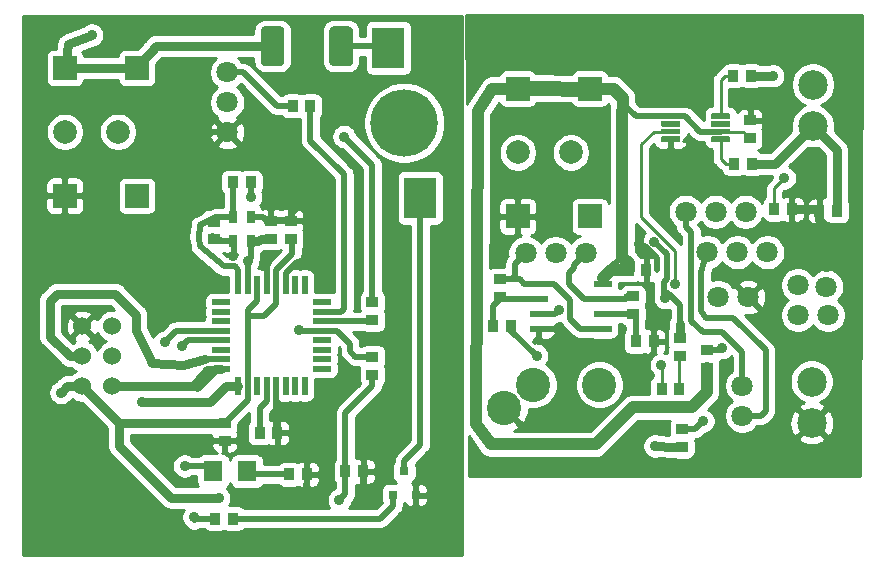
<source format=gtl>
G04 #@! TF.GenerationSoftware,KiCad,Pcbnew,5.1.5-52549c5~86~ubuntu18.04.1*
G04 #@! TF.CreationDate,2020-09-23T21:30:46-07:00*
G04 #@! TF.ProjectId,heat2sound_rx_and_tx_rev02,68656174-3273-46f7-956e-645f72785f61,rev?*
G04 #@! TF.SameCoordinates,Original*
G04 #@! TF.FileFunction,Copper,L1,Top*
G04 #@! TF.FilePolarity,Positive*
%FSLAX46Y46*%
G04 Gerber Fmt 4.6, Leading zero omitted, Abs format (unit mm)*
G04 Created by KiCad (PCBNEW 5.1.5-52549c5~86~ubuntu18.04.1) date 2020-09-23 21:30:46*
%MOMM*%
%LPD*%
G04 APERTURE LIST*
%ADD10C,1.524000*%
%ADD11R,1.000000X0.900000*%
%ADD12R,1.000760X0.899160*%
%ADD13R,1.600000X0.550000*%
%ADD14R,0.550000X1.600000*%
%ADD15R,0.800000X1.000000*%
%ADD16C,0.100000*%
%ADD17R,0.899160X1.000760*%
%ADD18R,0.800100X0.800100*%
%ADD19C,1.800000*%
%ADD20C,1.998980*%
%ADD21R,1.998980X1.998980*%
%ADD22C,5.700000*%
%ADD23R,2.700000X3.500000*%
%ADD24R,1.597660X1.800860*%
%ADD25R,0.900000X1.000000*%
%ADD26C,2.900000*%
%ADD27C,2.500000*%
%ADD28R,1.550000X0.600000*%
%ADD29C,0.889000*%
%ADD30C,0.508000*%
%ADD31C,0.254000*%
%ADD32C,1.270000*%
%ADD33C,0.762000*%
%ADD34C,1.016000*%
G04 APERTURE END LIST*
D10*
X82730000Y-130040000D03*
X82730000Y-127500000D03*
X82730000Y-124960000D03*
X85270000Y-124960000D03*
X85270000Y-127500000D03*
X85270000Y-130040000D03*
D11*
X93900000Y-116096320D03*
D12*
X93900000Y-117600000D03*
D13*
X103000000Y-122950000D03*
X103000000Y-123750000D03*
X103000000Y-124550000D03*
X103000000Y-125350000D03*
X103000000Y-126150000D03*
X103000000Y-126950000D03*
X103000000Y-127750000D03*
X103000000Y-128550000D03*
D14*
X101550000Y-130000000D03*
X100750000Y-130000000D03*
X99950000Y-130000000D03*
X99150000Y-130000000D03*
X98350000Y-130000000D03*
X97550000Y-130000000D03*
X96750000Y-130000000D03*
X95950000Y-130000000D03*
D13*
X94500000Y-128550000D03*
X94500000Y-127750000D03*
X94500000Y-126950000D03*
X94500000Y-126150000D03*
X94500000Y-125350000D03*
X94500000Y-124550000D03*
X94500000Y-123750000D03*
X94500000Y-122950000D03*
D14*
X95950000Y-121500000D03*
X96750000Y-121500000D03*
X97550000Y-121500000D03*
X98350000Y-121500000D03*
X99150000Y-121500000D03*
X99950000Y-121500000D03*
X100750000Y-121500000D03*
X101550000Y-121500000D03*
D15*
X95500000Y-115750000D03*
X95500000Y-117750000D03*
X97000000Y-115750000D03*
X97000000Y-117750000D03*
G04 #@! TA.AperFunction,SMDPad,CuDef*
D16*
G36*
X105316266Y-99576782D02*
G01*
X105352183Y-99582109D01*
X105387405Y-99590932D01*
X105421593Y-99603165D01*
X105454417Y-99618689D01*
X105485561Y-99637356D01*
X105514726Y-99658986D01*
X105541630Y-99683370D01*
X105566014Y-99710274D01*
X105587644Y-99739439D01*
X105606311Y-99770583D01*
X105621835Y-99803407D01*
X105634068Y-99837595D01*
X105642891Y-99872817D01*
X105648218Y-99908734D01*
X105650000Y-99945000D01*
X105650000Y-102555000D01*
X105648218Y-102591266D01*
X105642891Y-102627183D01*
X105634068Y-102662405D01*
X105621835Y-102696593D01*
X105606311Y-102729417D01*
X105587644Y-102760561D01*
X105566014Y-102789726D01*
X105541630Y-102816630D01*
X105514726Y-102841014D01*
X105485561Y-102862644D01*
X105454417Y-102881311D01*
X105421593Y-102896835D01*
X105387405Y-102909068D01*
X105352183Y-102917891D01*
X105316266Y-102923218D01*
X105280000Y-102925000D01*
X104020000Y-102925000D01*
X103983734Y-102923218D01*
X103947817Y-102917891D01*
X103912595Y-102909068D01*
X103878407Y-102896835D01*
X103845583Y-102881311D01*
X103814439Y-102862644D01*
X103785274Y-102841014D01*
X103758370Y-102816630D01*
X103733986Y-102789726D01*
X103712356Y-102760561D01*
X103693689Y-102729417D01*
X103678165Y-102696593D01*
X103665932Y-102662405D01*
X103657109Y-102627183D01*
X103651782Y-102591266D01*
X103650000Y-102555000D01*
X103650000Y-99945000D01*
X103651782Y-99908734D01*
X103657109Y-99872817D01*
X103665932Y-99837595D01*
X103678165Y-99803407D01*
X103693689Y-99770583D01*
X103712356Y-99739439D01*
X103733986Y-99710274D01*
X103758370Y-99683370D01*
X103785274Y-99658986D01*
X103814439Y-99637356D01*
X103845583Y-99618689D01*
X103878407Y-99603165D01*
X103912595Y-99590932D01*
X103947817Y-99582109D01*
X103983734Y-99576782D01*
X104020000Y-99575000D01*
X105280000Y-99575000D01*
X105316266Y-99576782D01*
G37*
G04 #@! TD.AperFunction*
G04 #@! TA.AperFunction,SMDPad,CuDef*
G36*
X99516266Y-99576782D02*
G01*
X99552183Y-99582109D01*
X99587405Y-99590932D01*
X99621593Y-99603165D01*
X99654417Y-99618689D01*
X99685561Y-99637356D01*
X99714726Y-99658986D01*
X99741630Y-99683370D01*
X99766014Y-99710274D01*
X99787644Y-99739439D01*
X99806311Y-99770583D01*
X99821835Y-99803407D01*
X99834068Y-99837595D01*
X99842891Y-99872817D01*
X99848218Y-99908734D01*
X99850000Y-99945000D01*
X99850000Y-102555000D01*
X99848218Y-102591266D01*
X99842891Y-102627183D01*
X99834068Y-102662405D01*
X99821835Y-102696593D01*
X99806311Y-102729417D01*
X99787644Y-102760561D01*
X99766014Y-102789726D01*
X99741630Y-102816630D01*
X99714726Y-102841014D01*
X99685561Y-102862644D01*
X99654417Y-102881311D01*
X99621593Y-102896835D01*
X99587405Y-102909068D01*
X99552183Y-102917891D01*
X99516266Y-102923218D01*
X99480000Y-102925000D01*
X98220000Y-102925000D01*
X98183734Y-102923218D01*
X98147817Y-102917891D01*
X98112595Y-102909068D01*
X98078407Y-102896835D01*
X98045583Y-102881311D01*
X98014439Y-102862644D01*
X97985274Y-102841014D01*
X97958370Y-102816630D01*
X97933986Y-102789726D01*
X97912356Y-102760561D01*
X97893689Y-102729417D01*
X97878165Y-102696593D01*
X97865932Y-102662405D01*
X97857109Y-102627183D01*
X97851782Y-102591266D01*
X97850000Y-102555000D01*
X97850000Y-99945000D01*
X97851782Y-99908734D01*
X97857109Y-99872817D01*
X97865932Y-99837595D01*
X97878165Y-99803407D01*
X97893689Y-99770583D01*
X97912356Y-99739439D01*
X97933986Y-99710274D01*
X97958370Y-99683370D01*
X97985274Y-99658986D01*
X98014439Y-99637356D01*
X98045583Y-99618689D01*
X98078407Y-99603165D01*
X98112595Y-99590932D01*
X98147817Y-99582109D01*
X98183734Y-99576782D01*
X98220000Y-99575000D01*
X99480000Y-99575000D01*
X99516266Y-99576782D01*
G37*
G04 #@! TD.AperFunction*
D17*
X95501840Y-141250000D03*
X93998160Y-141250000D03*
X100548160Y-106300000D03*
X102051840Y-106300000D03*
D12*
X107300000Y-122948160D03*
X107300000Y-124451840D03*
D17*
X97001840Y-112750000D03*
X95498160Y-112750000D03*
D12*
X107300000Y-129051840D03*
X107300000Y-127548160D03*
D17*
X100248160Y-137500000D03*
X101751840Y-137500000D03*
D18*
X110000000Y-137250000D03*
X110950000Y-139250000D03*
X109050000Y-139250000D03*
D19*
X95000000Y-108540000D03*
X95000000Y-106000000D03*
X95000000Y-103460000D03*
D20*
X81249880Y-108500000D03*
D21*
X87350960Y-113915280D03*
X81249880Y-113915280D03*
X87350960Y-103089800D03*
X81249880Y-103089800D03*
D20*
X85750760Y-108500000D03*
D22*
X110000000Y-107750000D03*
D23*
X108650000Y-101400000D03*
X111350000Y-114100000D03*
D24*
X96669860Y-137250000D03*
X93830140Y-137250000D03*
D25*
X97748160Y-134000000D03*
D17*
X99251840Y-134000000D03*
D11*
X94800000Y-133148160D03*
D12*
X94800000Y-134651840D03*
D25*
X104998160Y-137250000D03*
D17*
X106501840Y-137250000D03*
D11*
X100400000Y-117551840D03*
D12*
X100400000Y-116048160D03*
X98700000Y-116048160D03*
D11*
X98700000Y-117551840D03*
D26*
X126520000Y-129910000D03*
X120920000Y-129910000D03*
X118470000Y-131910000D03*
G04 #@! TA.AperFunction,SMDPad,CuDef*
D16*
G36*
X133247252Y-106925602D02*
G01*
X133259386Y-106927402D01*
X133271286Y-106930382D01*
X133282835Y-106934515D01*
X133293925Y-106939760D01*
X133304446Y-106946066D01*
X133314299Y-106953374D01*
X133323388Y-106961612D01*
X133331626Y-106970701D01*
X133338934Y-106980554D01*
X133345240Y-106991075D01*
X133350485Y-107002165D01*
X133354618Y-107013714D01*
X133357598Y-107025614D01*
X133359398Y-107037748D01*
X133360000Y-107050000D01*
X133360000Y-107300000D01*
X133359398Y-107312252D01*
X133357598Y-107324386D01*
X133354618Y-107336286D01*
X133350485Y-107347835D01*
X133345240Y-107358925D01*
X133338934Y-107369446D01*
X133331626Y-107379299D01*
X133323388Y-107388388D01*
X133314299Y-107396626D01*
X133304446Y-107403934D01*
X133293925Y-107410240D01*
X133282835Y-107415485D01*
X133271286Y-107419618D01*
X133259386Y-107422598D01*
X133247252Y-107424398D01*
X133235000Y-107425000D01*
X131860000Y-107425000D01*
X131847748Y-107424398D01*
X131835614Y-107422598D01*
X131823714Y-107419618D01*
X131812165Y-107415485D01*
X131801075Y-107410240D01*
X131790554Y-107403934D01*
X131780701Y-107396626D01*
X131771612Y-107388388D01*
X131763374Y-107379299D01*
X131756066Y-107369446D01*
X131749760Y-107358925D01*
X131744515Y-107347835D01*
X131740382Y-107336286D01*
X131737402Y-107324386D01*
X131735602Y-107312252D01*
X131735000Y-107300000D01*
X131735000Y-107050000D01*
X131735602Y-107037748D01*
X131737402Y-107025614D01*
X131740382Y-107013714D01*
X131744515Y-107002165D01*
X131749760Y-106991075D01*
X131756066Y-106980554D01*
X131763374Y-106970701D01*
X131771612Y-106961612D01*
X131780701Y-106953374D01*
X131790554Y-106946066D01*
X131801075Y-106939760D01*
X131812165Y-106934515D01*
X131823714Y-106930382D01*
X131835614Y-106927402D01*
X131847748Y-106925602D01*
X131860000Y-106925000D01*
X133235000Y-106925000D01*
X133247252Y-106925602D01*
G37*
G04 #@! TD.AperFunction*
G04 #@! TA.AperFunction,SMDPad,CuDef*
G36*
X133247252Y-107575602D02*
G01*
X133259386Y-107577402D01*
X133271286Y-107580382D01*
X133282835Y-107584515D01*
X133293925Y-107589760D01*
X133304446Y-107596066D01*
X133314299Y-107603374D01*
X133323388Y-107611612D01*
X133331626Y-107620701D01*
X133338934Y-107630554D01*
X133345240Y-107641075D01*
X133350485Y-107652165D01*
X133354618Y-107663714D01*
X133357598Y-107675614D01*
X133359398Y-107687748D01*
X133360000Y-107700000D01*
X133360000Y-107950000D01*
X133359398Y-107962252D01*
X133357598Y-107974386D01*
X133354618Y-107986286D01*
X133350485Y-107997835D01*
X133345240Y-108008925D01*
X133338934Y-108019446D01*
X133331626Y-108029299D01*
X133323388Y-108038388D01*
X133314299Y-108046626D01*
X133304446Y-108053934D01*
X133293925Y-108060240D01*
X133282835Y-108065485D01*
X133271286Y-108069618D01*
X133259386Y-108072598D01*
X133247252Y-108074398D01*
X133235000Y-108075000D01*
X131860000Y-108075000D01*
X131847748Y-108074398D01*
X131835614Y-108072598D01*
X131823714Y-108069618D01*
X131812165Y-108065485D01*
X131801075Y-108060240D01*
X131790554Y-108053934D01*
X131780701Y-108046626D01*
X131771612Y-108038388D01*
X131763374Y-108029299D01*
X131756066Y-108019446D01*
X131749760Y-108008925D01*
X131744515Y-107997835D01*
X131740382Y-107986286D01*
X131737402Y-107974386D01*
X131735602Y-107962252D01*
X131735000Y-107950000D01*
X131735000Y-107700000D01*
X131735602Y-107687748D01*
X131737402Y-107675614D01*
X131740382Y-107663714D01*
X131744515Y-107652165D01*
X131749760Y-107641075D01*
X131756066Y-107630554D01*
X131763374Y-107620701D01*
X131771612Y-107611612D01*
X131780701Y-107603374D01*
X131790554Y-107596066D01*
X131801075Y-107589760D01*
X131812165Y-107584515D01*
X131823714Y-107580382D01*
X131835614Y-107577402D01*
X131847748Y-107575602D01*
X131860000Y-107575000D01*
X133235000Y-107575000D01*
X133247252Y-107575602D01*
G37*
G04 #@! TD.AperFunction*
G04 #@! TA.AperFunction,SMDPad,CuDef*
G36*
X133247252Y-108225602D02*
G01*
X133259386Y-108227402D01*
X133271286Y-108230382D01*
X133282835Y-108234515D01*
X133293925Y-108239760D01*
X133304446Y-108246066D01*
X133314299Y-108253374D01*
X133323388Y-108261612D01*
X133331626Y-108270701D01*
X133338934Y-108280554D01*
X133345240Y-108291075D01*
X133350485Y-108302165D01*
X133354618Y-108313714D01*
X133357598Y-108325614D01*
X133359398Y-108337748D01*
X133360000Y-108350000D01*
X133360000Y-108600000D01*
X133359398Y-108612252D01*
X133357598Y-108624386D01*
X133354618Y-108636286D01*
X133350485Y-108647835D01*
X133345240Y-108658925D01*
X133338934Y-108669446D01*
X133331626Y-108679299D01*
X133323388Y-108688388D01*
X133314299Y-108696626D01*
X133304446Y-108703934D01*
X133293925Y-108710240D01*
X133282835Y-108715485D01*
X133271286Y-108719618D01*
X133259386Y-108722598D01*
X133247252Y-108724398D01*
X133235000Y-108725000D01*
X131860000Y-108725000D01*
X131847748Y-108724398D01*
X131835614Y-108722598D01*
X131823714Y-108719618D01*
X131812165Y-108715485D01*
X131801075Y-108710240D01*
X131790554Y-108703934D01*
X131780701Y-108696626D01*
X131771612Y-108688388D01*
X131763374Y-108679299D01*
X131756066Y-108669446D01*
X131749760Y-108658925D01*
X131744515Y-108647835D01*
X131740382Y-108636286D01*
X131737402Y-108624386D01*
X131735602Y-108612252D01*
X131735000Y-108600000D01*
X131735000Y-108350000D01*
X131735602Y-108337748D01*
X131737402Y-108325614D01*
X131740382Y-108313714D01*
X131744515Y-108302165D01*
X131749760Y-108291075D01*
X131756066Y-108280554D01*
X131763374Y-108270701D01*
X131771612Y-108261612D01*
X131780701Y-108253374D01*
X131790554Y-108246066D01*
X131801075Y-108239760D01*
X131812165Y-108234515D01*
X131823714Y-108230382D01*
X131835614Y-108227402D01*
X131847748Y-108225602D01*
X131860000Y-108225000D01*
X133235000Y-108225000D01*
X133247252Y-108225602D01*
G37*
G04 #@! TD.AperFunction*
G04 #@! TA.AperFunction,SMDPad,CuDef*
G36*
X133247252Y-108875602D02*
G01*
X133259386Y-108877402D01*
X133271286Y-108880382D01*
X133282835Y-108884515D01*
X133293925Y-108889760D01*
X133304446Y-108896066D01*
X133314299Y-108903374D01*
X133323388Y-108911612D01*
X133331626Y-108920701D01*
X133338934Y-108930554D01*
X133345240Y-108941075D01*
X133350485Y-108952165D01*
X133354618Y-108963714D01*
X133357598Y-108975614D01*
X133359398Y-108987748D01*
X133360000Y-109000000D01*
X133360000Y-109250000D01*
X133359398Y-109262252D01*
X133357598Y-109274386D01*
X133354618Y-109286286D01*
X133350485Y-109297835D01*
X133345240Y-109308925D01*
X133338934Y-109319446D01*
X133331626Y-109329299D01*
X133323388Y-109338388D01*
X133314299Y-109346626D01*
X133304446Y-109353934D01*
X133293925Y-109360240D01*
X133282835Y-109365485D01*
X133271286Y-109369618D01*
X133259386Y-109372598D01*
X133247252Y-109374398D01*
X133235000Y-109375000D01*
X131860000Y-109375000D01*
X131847748Y-109374398D01*
X131835614Y-109372598D01*
X131823714Y-109369618D01*
X131812165Y-109365485D01*
X131801075Y-109360240D01*
X131790554Y-109353934D01*
X131780701Y-109346626D01*
X131771612Y-109338388D01*
X131763374Y-109329299D01*
X131756066Y-109319446D01*
X131749760Y-109308925D01*
X131744515Y-109297835D01*
X131740382Y-109286286D01*
X131737402Y-109274386D01*
X131735602Y-109262252D01*
X131735000Y-109250000D01*
X131735000Y-109000000D01*
X131735602Y-108987748D01*
X131737402Y-108975614D01*
X131740382Y-108963714D01*
X131744515Y-108952165D01*
X131749760Y-108941075D01*
X131756066Y-108930554D01*
X131763374Y-108920701D01*
X131771612Y-108911612D01*
X131780701Y-108903374D01*
X131790554Y-108896066D01*
X131801075Y-108889760D01*
X131812165Y-108884515D01*
X131823714Y-108880382D01*
X131835614Y-108877402D01*
X131847748Y-108875602D01*
X131860000Y-108875000D01*
X133235000Y-108875000D01*
X133247252Y-108875602D01*
G37*
G04 #@! TD.AperFunction*
G04 #@! TA.AperFunction,SMDPad,CuDef*
G36*
X137472252Y-108875602D02*
G01*
X137484386Y-108877402D01*
X137496286Y-108880382D01*
X137507835Y-108884515D01*
X137518925Y-108889760D01*
X137529446Y-108896066D01*
X137539299Y-108903374D01*
X137548388Y-108911612D01*
X137556626Y-108920701D01*
X137563934Y-108930554D01*
X137570240Y-108941075D01*
X137575485Y-108952165D01*
X137579618Y-108963714D01*
X137582598Y-108975614D01*
X137584398Y-108987748D01*
X137585000Y-109000000D01*
X137585000Y-109250000D01*
X137584398Y-109262252D01*
X137582598Y-109274386D01*
X137579618Y-109286286D01*
X137575485Y-109297835D01*
X137570240Y-109308925D01*
X137563934Y-109319446D01*
X137556626Y-109329299D01*
X137548388Y-109338388D01*
X137539299Y-109346626D01*
X137529446Y-109353934D01*
X137518925Y-109360240D01*
X137507835Y-109365485D01*
X137496286Y-109369618D01*
X137484386Y-109372598D01*
X137472252Y-109374398D01*
X137460000Y-109375000D01*
X136085000Y-109375000D01*
X136072748Y-109374398D01*
X136060614Y-109372598D01*
X136048714Y-109369618D01*
X136037165Y-109365485D01*
X136026075Y-109360240D01*
X136015554Y-109353934D01*
X136005701Y-109346626D01*
X135996612Y-109338388D01*
X135988374Y-109329299D01*
X135981066Y-109319446D01*
X135974760Y-109308925D01*
X135969515Y-109297835D01*
X135965382Y-109286286D01*
X135962402Y-109274386D01*
X135960602Y-109262252D01*
X135960000Y-109250000D01*
X135960000Y-109000000D01*
X135960602Y-108987748D01*
X135962402Y-108975614D01*
X135965382Y-108963714D01*
X135969515Y-108952165D01*
X135974760Y-108941075D01*
X135981066Y-108930554D01*
X135988374Y-108920701D01*
X135996612Y-108911612D01*
X136005701Y-108903374D01*
X136015554Y-108896066D01*
X136026075Y-108889760D01*
X136037165Y-108884515D01*
X136048714Y-108880382D01*
X136060614Y-108877402D01*
X136072748Y-108875602D01*
X136085000Y-108875000D01*
X137460000Y-108875000D01*
X137472252Y-108875602D01*
G37*
G04 #@! TD.AperFunction*
G04 #@! TA.AperFunction,SMDPad,CuDef*
G36*
X137472252Y-108225602D02*
G01*
X137484386Y-108227402D01*
X137496286Y-108230382D01*
X137507835Y-108234515D01*
X137518925Y-108239760D01*
X137529446Y-108246066D01*
X137539299Y-108253374D01*
X137548388Y-108261612D01*
X137556626Y-108270701D01*
X137563934Y-108280554D01*
X137570240Y-108291075D01*
X137575485Y-108302165D01*
X137579618Y-108313714D01*
X137582598Y-108325614D01*
X137584398Y-108337748D01*
X137585000Y-108350000D01*
X137585000Y-108600000D01*
X137584398Y-108612252D01*
X137582598Y-108624386D01*
X137579618Y-108636286D01*
X137575485Y-108647835D01*
X137570240Y-108658925D01*
X137563934Y-108669446D01*
X137556626Y-108679299D01*
X137548388Y-108688388D01*
X137539299Y-108696626D01*
X137529446Y-108703934D01*
X137518925Y-108710240D01*
X137507835Y-108715485D01*
X137496286Y-108719618D01*
X137484386Y-108722598D01*
X137472252Y-108724398D01*
X137460000Y-108725000D01*
X136085000Y-108725000D01*
X136072748Y-108724398D01*
X136060614Y-108722598D01*
X136048714Y-108719618D01*
X136037165Y-108715485D01*
X136026075Y-108710240D01*
X136015554Y-108703934D01*
X136005701Y-108696626D01*
X135996612Y-108688388D01*
X135988374Y-108679299D01*
X135981066Y-108669446D01*
X135974760Y-108658925D01*
X135969515Y-108647835D01*
X135965382Y-108636286D01*
X135962402Y-108624386D01*
X135960602Y-108612252D01*
X135960000Y-108600000D01*
X135960000Y-108350000D01*
X135960602Y-108337748D01*
X135962402Y-108325614D01*
X135965382Y-108313714D01*
X135969515Y-108302165D01*
X135974760Y-108291075D01*
X135981066Y-108280554D01*
X135988374Y-108270701D01*
X135996612Y-108261612D01*
X136005701Y-108253374D01*
X136015554Y-108246066D01*
X136026075Y-108239760D01*
X136037165Y-108234515D01*
X136048714Y-108230382D01*
X136060614Y-108227402D01*
X136072748Y-108225602D01*
X136085000Y-108225000D01*
X137460000Y-108225000D01*
X137472252Y-108225602D01*
G37*
G04 #@! TD.AperFunction*
G04 #@! TA.AperFunction,SMDPad,CuDef*
G36*
X137472252Y-107575602D02*
G01*
X137484386Y-107577402D01*
X137496286Y-107580382D01*
X137507835Y-107584515D01*
X137518925Y-107589760D01*
X137529446Y-107596066D01*
X137539299Y-107603374D01*
X137548388Y-107611612D01*
X137556626Y-107620701D01*
X137563934Y-107630554D01*
X137570240Y-107641075D01*
X137575485Y-107652165D01*
X137579618Y-107663714D01*
X137582598Y-107675614D01*
X137584398Y-107687748D01*
X137585000Y-107700000D01*
X137585000Y-107950000D01*
X137584398Y-107962252D01*
X137582598Y-107974386D01*
X137579618Y-107986286D01*
X137575485Y-107997835D01*
X137570240Y-108008925D01*
X137563934Y-108019446D01*
X137556626Y-108029299D01*
X137548388Y-108038388D01*
X137539299Y-108046626D01*
X137529446Y-108053934D01*
X137518925Y-108060240D01*
X137507835Y-108065485D01*
X137496286Y-108069618D01*
X137484386Y-108072598D01*
X137472252Y-108074398D01*
X137460000Y-108075000D01*
X136085000Y-108075000D01*
X136072748Y-108074398D01*
X136060614Y-108072598D01*
X136048714Y-108069618D01*
X136037165Y-108065485D01*
X136026075Y-108060240D01*
X136015554Y-108053934D01*
X136005701Y-108046626D01*
X135996612Y-108038388D01*
X135988374Y-108029299D01*
X135981066Y-108019446D01*
X135974760Y-108008925D01*
X135969515Y-107997835D01*
X135965382Y-107986286D01*
X135962402Y-107974386D01*
X135960602Y-107962252D01*
X135960000Y-107950000D01*
X135960000Y-107700000D01*
X135960602Y-107687748D01*
X135962402Y-107675614D01*
X135965382Y-107663714D01*
X135969515Y-107652165D01*
X135974760Y-107641075D01*
X135981066Y-107630554D01*
X135988374Y-107620701D01*
X135996612Y-107611612D01*
X136005701Y-107603374D01*
X136015554Y-107596066D01*
X136026075Y-107589760D01*
X136037165Y-107584515D01*
X136048714Y-107580382D01*
X136060614Y-107577402D01*
X136072748Y-107575602D01*
X136085000Y-107575000D01*
X137460000Y-107575000D01*
X137472252Y-107575602D01*
G37*
G04 #@! TD.AperFunction*
G04 #@! TA.AperFunction,SMDPad,CuDef*
G36*
X137472252Y-106925602D02*
G01*
X137484386Y-106927402D01*
X137496286Y-106930382D01*
X137507835Y-106934515D01*
X137518925Y-106939760D01*
X137529446Y-106946066D01*
X137539299Y-106953374D01*
X137548388Y-106961612D01*
X137556626Y-106970701D01*
X137563934Y-106980554D01*
X137570240Y-106991075D01*
X137575485Y-107002165D01*
X137579618Y-107013714D01*
X137582598Y-107025614D01*
X137584398Y-107037748D01*
X137585000Y-107050000D01*
X137585000Y-107300000D01*
X137584398Y-107312252D01*
X137582598Y-107324386D01*
X137579618Y-107336286D01*
X137575485Y-107347835D01*
X137570240Y-107358925D01*
X137563934Y-107369446D01*
X137556626Y-107379299D01*
X137548388Y-107388388D01*
X137539299Y-107396626D01*
X137529446Y-107403934D01*
X137518925Y-107410240D01*
X137507835Y-107415485D01*
X137496286Y-107419618D01*
X137484386Y-107422598D01*
X137472252Y-107424398D01*
X137460000Y-107425000D01*
X136085000Y-107425000D01*
X136072748Y-107424398D01*
X136060614Y-107422598D01*
X136048714Y-107419618D01*
X136037165Y-107415485D01*
X136026075Y-107410240D01*
X136015554Y-107403934D01*
X136005701Y-107396626D01*
X135996612Y-107388388D01*
X135988374Y-107379299D01*
X135981066Y-107369446D01*
X135974760Y-107358925D01*
X135969515Y-107347835D01*
X135965382Y-107336286D01*
X135962402Y-107324386D01*
X135960602Y-107312252D01*
X135960000Y-107300000D01*
X135960000Y-107050000D01*
X135960602Y-107037748D01*
X135962402Y-107025614D01*
X135965382Y-107013714D01*
X135969515Y-107002165D01*
X135974760Y-106991075D01*
X135981066Y-106980554D01*
X135988374Y-106970701D01*
X135996612Y-106961612D01*
X136005701Y-106953374D01*
X136015554Y-106946066D01*
X136026075Y-106939760D01*
X136037165Y-106934515D01*
X136048714Y-106930382D01*
X136060614Y-106927402D01*
X136072748Y-106925602D01*
X136085000Y-106925000D01*
X137460000Y-106925000D01*
X137472252Y-106925602D01*
G37*
G04 #@! TD.AperFunction*
D19*
X139109840Y-122500000D03*
X136569840Y-122500000D03*
X138600000Y-129990160D03*
X138600000Y-132530160D03*
D25*
X128998160Y-120200000D03*
D17*
X130501840Y-120200000D03*
D12*
X133350000Y-125998160D03*
D11*
X133350000Y-127501840D03*
D12*
X133530000Y-135170000D03*
D11*
X133530000Y-133666320D03*
X139270000Y-109041840D03*
D12*
X139270000Y-107538160D03*
D17*
X145150000Y-115190000D03*
D25*
X146653680Y-115190000D03*
X141318160Y-115060000D03*
D17*
X142821840Y-115060000D03*
X139413680Y-111200000D03*
X137910000Y-111200000D03*
X137850000Y-103750000D03*
X139353680Y-103750000D03*
D20*
X124100760Y-110250000D03*
D21*
X119599880Y-104839800D03*
X125700960Y-104839800D03*
X119599880Y-115665280D03*
X125700960Y-115665280D03*
D20*
X119599880Y-110250000D03*
D19*
X138890000Y-115250000D03*
X136350000Y-115250000D03*
X133810000Y-115250000D03*
D27*
X144500000Y-129649940D03*
X144500000Y-133150060D03*
X144600000Y-104499940D03*
X144600000Y-108000060D03*
D17*
X119021840Y-124930000D03*
X117518160Y-124930000D03*
D12*
X118100000Y-122501840D03*
X118100000Y-120998160D03*
D17*
X131101840Y-126250000D03*
X129598160Y-126250000D03*
D12*
X129375000Y-122423160D03*
X129375000Y-123926840D03*
X135600000Y-128500000D03*
X135600000Y-126996320D03*
D17*
X131790000Y-130250000D03*
X133293680Y-130250000D03*
D28*
X121400000Y-121345000D03*
X121400000Y-122615000D03*
X121400000Y-123885000D03*
X121400000Y-125155000D03*
X126800000Y-125155000D03*
X126800000Y-123885000D03*
X126800000Y-122615000D03*
X126800000Y-121345000D03*
D19*
X145870000Y-124020000D03*
X143330000Y-124020000D03*
X143330000Y-121480000D03*
X145727000Y-121623000D03*
X140740000Y-118700000D03*
X138200000Y-118700000D03*
X135660000Y-118700000D03*
X120260000Y-118750000D03*
X122800000Y-118750000D03*
X125340000Y-118750000D03*
D29*
X101200000Y-133700000D03*
X98400000Y-119500000D03*
X101400000Y-119500000D03*
X98700000Y-114300000D03*
X95500000Y-119000000D03*
X101400000Y-114500000D03*
X92100000Y-109500000D03*
X96300000Y-135100000D03*
X111200000Y-141000000D03*
X101300000Y-139800000D03*
X107300000Y-139600000D03*
X132370000Y-110600000D03*
X117600000Y-118150000D03*
X146830000Y-117660000D03*
X129900000Y-118000000D03*
X127730000Y-127650000D03*
X104500000Y-139700000D03*
X80925000Y-130575000D03*
X83525000Y-100300000D03*
X94275000Y-139525000D03*
X89700000Y-126300000D03*
X91400000Y-136800000D03*
X101100000Y-125300000D03*
X87800000Y-131400000D03*
X104900000Y-108900000D03*
X123107500Y-123570000D03*
X91200000Y-126600000D03*
X92200000Y-141100000D03*
X96750000Y-119450000D03*
X97000000Y-114000000D03*
X142180000Y-112420000D03*
X141200000Y-103750000D03*
X131159735Y-117790265D03*
X132100000Y-122550000D03*
X131230000Y-135090000D03*
X135300000Y-133000000D03*
X136870000Y-126790000D03*
X131770000Y-128230000D03*
X132950000Y-121350000D03*
X121200000Y-127450000D03*
D30*
X81249880Y-115930770D02*
X81000000Y-116180650D01*
X81249880Y-113915280D02*
X81249880Y-115930770D01*
X99150000Y-133898160D02*
X99251840Y-134000000D01*
X99150000Y-130000000D02*
X99150000Y-133898160D01*
X99251840Y-134000000D02*
X100900000Y-134000000D01*
X100900000Y-134000000D02*
X101200000Y-133700000D01*
X98350000Y-121500000D02*
X98350000Y-119550000D01*
X98350000Y-119550000D02*
X98400000Y-119500000D01*
X100919644Y-119500000D02*
X101400000Y-119500000D01*
X99950000Y-121500000D02*
X99950000Y-120469644D01*
X99950000Y-120469644D02*
X100919644Y-119500000D01*
X97000000Y-115750000D02*
X98050000Y-115750000D01*
X98050000Y-115750000D02*
X98400000Y-116100000D01*
X98501840Y-115998160D02*
X98400000Y-116100000D01*
X100500000Y-115998160D02*
X98501840Y-115998160D01*
X94602500Y-117750000D02*
X95500000Y-117750000D01*
X93700000Y-117300000D02*
X94602500Y-117750000D01*
X100500000Y-115998160D02*
X100500000Y-115400000D01*
X100500000Y-115400000D02*
X101400000Y-114500000D01*
X93727208Y-108540000D02*
X92867208Y-109400000D01*
X95000000Y-108540000D02*
X93727208Y-108540000D01*
X92867208Y-109400000D02*
X92200000Y-109400000D01*
X92200000Y-109400000D02*
X92100000Y-109500000D01*
X94800000Y-134651840D02*
X95851840Y-134651840D01*
X95851840Y-134651840D02*
X96300000Y-135100000D01*
X110950000Y-139250000D02*
X110950000Y-140750000D01*
X110950000Y-140750000D02*
X111200000Y-141000000D01*
X101751840Y-138051840D02*
X101751840Y-137500000D01*
X101300000Y-139800000D02*
X101751840Y-138051840D01*
X106501840Y-139201840D02*
X106501840Y-137250000D01*
X107300000Y-139600000D02*
X106501840Y-139201840D01*
D31*
X132547500Y-109125000D02*
X132547500Y-110422500D01*
X132547500Y-110422500D02*
X132370000Y-110600000D01*
D32*
X145727000Y-119657000D02*
X144480000Y-118410000D01*
D33*
X145020000Y-115060000D02*
X145150000Y-115190000D01*
X142821840Y-115060000D02*
X145020000Y-115060000D01*
X145150000Y-115190000D02*
X145150000Y-115980000D01*
X145150000Y-115980000D02*
X146830000Y-117660000D01*
D32*
X145727000Y-118763000D02*
X146830000Y-117660000D01*
D30*
X131431840Y-119191620D02*
X131431840Y-120200000D01*
X130370220Y-118130000D02*
X131431840Y-119191620D01*
X129900000Y-118000000D02*
X130370220Y-118130000D01*
X121400000Y-125963000D02*
X121100000Y-126263000D01*
X121400000Y-125155000D02*
X121400000Y-125963000D01*
X131101840Y-127258380D02*
X131101840Y-126250000D01*
X128070000Y-128310000D02*
X130050220Y-128310000D01*
X130050220Y-128310000D02*
X131101840Y-127258380D01*
X127730000Y-127650000D02*
X128070000Y-128310000D01*
X96750000Y-128692000D02*
X96750000Y-130000000D01*
X97550000Y-122808000D02*
X96750000Y-123608000D01*
X97550000Y-121500000D02*
X97550000Y-122808000D01*
X100500000Y-118842000D02*
X100500000Y-117501840D01*
X99150000Y-121500000D02*
X99150000Y-120192000D01*
X99150000Y-120192000D02*
X100500000Y-118842000D01*
X104998160Y-132311260D02*
X104998160Y-136242000D01*
X104998160Y-136242000D02*
X104998160Y-137250000D01*
X107300000Y-130009420D02*
X104998160Y-132311260D01*
X107300000Y-129051840D02*
X107300000Y-130009420D01*
X96750000Y-131198160D02*
X94800000Y-133148160D01*
X96750000Y-130000000D02*
X96750000Y-131198160D01*
X99150000Y-121500000D02*
X99150000Y-123050000D01*
X98100000Y-124100000D02*
X96800000Y-124100000D01*
X96750000Y-123608000D02*
X96800000Y-124100000D01*
X99150000Y-123050000D02*
X98100000Y-124100000D01*
X96800000Y-124100000D02*
X96750000Y-128692000D01*
D33*
X85838160Y-133148160D02*
X82730000Y-130040000D01*
X94800000Y-133148160D02*
X85838160Y-133148160D01*
D30*
X104998160Y-139201840D02*
X104500000Y-139700000D01*
X104998160Y-137250000D02*
X104998160Y-139201840D01*
D33*
X82730000Y-130040000D02*
X81460000Y-130040000D01*
X81460000Y-130040000D02*
X80925000Y-130575000D01*
X81550000Y-101100000D02*
X81249880Y-103089800D01*
X83525000Y-100300000D02*
X81550000Y-101100000D01*
X87350960Y-103089800D02*
X81249880Y-103089800D01*
X87350960Y-102924040D02*
X88800000Y-101475000D01*
X87350960Y-103089800D02*
X87350960Y-102924040D01*
X88975000Y-101250000D02*
X88750000Y-101475000D01*
X98850000Y-101250000D02*
X88975000Y-101250000D01*
D30*
X88800000Y-101475000D02*
X88750000Y-101475000D01*
D33*
X93646383Y-139525000D02*
X93596383Y-139475000D01*
X94275000Y-139525000D02*
X93646383Y-139525000D01*
X93596383Y-139475000D02*
X90225000Y-139475000D01*
X85838160Y-135088160D02*
X85838160Y-133148160D01*
X90225000Y-139475000D02*
X85838160Y-135088160D01*
D30*
X97748160Y-131909840D02*
X97748160Y-134000000D01*
X98350000Y-130000000D02*
X98350000Y-131308000D01*
X98350000Y-131308000D02*
X97748160Y-131909840D01*
X96919860Y-137500000D02*
X96669860Y-137250000D01*
X100248160Y-137500000D02*
X96919860Y-137500000D01*
X94033001Y-125333001D02*
X92566999Y-125333001D01*
X94500000Y-125350000D02*
X94050000Y-125350000D01*
X94050000Y-125350000D02*
X94033001Y-125333001D01*
X94500000Y-125350000D02*
X90650000Y-125350000D01*
X90650000Y-125350000D02*
X89700000Y-126300000D01*
X93380140Y-136800000D02*
X93830140Y-137250000D01*
X91400000Y-136800000D02*
X93380140Y-136800000D01*
X108500000Y-101250000D02*
X108650000Y-101400000D01*
X104650000Y-101250000D02*
X108500000Y-101250000D01*
X110000000Y-137250000D02*
X110000000Y-136341950D01*
X111350000Y-134991950D02*
X111350000Y-114100000D01*
X110000000Y-136341950D02*
X111350000Y-134991950D01*
X94500000Y-127750000D02*
X93150000Y-127750000D01*
D33*
X91230000Y-128220000D02*
X93150000Y-127750000D01*
X88675000Y-128100000D02*
X91230000Y-128220000D01*
X87300000Y-125269742D02*
X88675000Y-128100000D01*
X87300000Y-124000000D02*
X87300000Y-125269742D01*
X79983991Y-122809155D02*
X80579155Y-122213991D01*
X80579155Y-122213991D02*
X85513991Y-122213991D01*
X82730000Y-127500000D02*
X81652370Y-127500000D01*
X85513991Y-122213991D02*
X87300000Y-124000000D01*
X81652370Y-127500000D02*
X79983991Y-125831621D01*
X79983991Y-125831621D02*
X79983991Y-122809155D01*
D30*
X103000000Y-125350000D02*
X101150000Y-125350000D01*
X101150000Y-125350000D02*
X101100000Y-125300000D01*
X104308000Y-125350000D02*
X105400000Y-126442000D01*
X103000000Y-125350000D02*
X104308000Y-125350000D01*
X105400000Y-126442000D02*
X105400000Y-127100000D01*
X105848160Y-127548160D02*
X107300000Y-127548160D01*
X105400000Y-127100000D02*
X105848160Y-127548160D01*
D33*
X88428617Y-131400000D02*
X87800000Y-131400000D01*
X93513000Y-131400000D02*
X88428617Y-131400000D01*
X94913000Y-130000000D02*
X93513000Y-131400000D01*
X95950000Y-130000000D02*
X94913000Y-130000000D01*
D30*
X94150000Y-128550000D02*
X94100000Y-128600000D01*
X94500000Y-128550000D02*
X94150000Y-128550000D01*
X94100000Y-128600000D02*
X93400000Y-128600000D01*
X93400000Y-128600000D02*
X92100000Y-129900000D01*
X93300000Y-128600000D02*
X92100000Y-129900000D01*
X91960000Y-130040000D02*
X85270000Y-130040000D01*
X92100000Y-129900000D02*
X91960000Y-130040000D01*
D33*
X93975000Y-128550000D02*
X92425000Y-130100000D01*
X94500000Y-128550000D02*
X93975000Y-128550000D01*
X92365000Y-130040000D02*
X85270000Y-130040000D01*
X92425000Y-130100000D02*
X92365000Y-130040000D01*
D30*
X107300000Y-122948160D02*
X107300000Y-111300000D01*
X107300000Y-111300000D02*
X104900000Y-108900000D01*
X121400000Y-123885000D02*
X122792500Y-123885000D01*
X122792500Y-123885000D02*
X123107500Y-123570000D01*
X100548160Y-106300000D02*
X99200000Y-106300000D01*
X96360000Y-103460000D02*
X95000000Y-103460000D01*
X99200000Y-106300000D02*
X96360000Y-103460000D01*
X109050000Y-140158050D02*
X109050000Y-139250000D01*
X107958050Y-141250000D02*
X109050000Y-140158050D01*
X95501840Y-141250000D02*
X107958050Y-141250000D01*
X107201840Y-124550000D02*
X107300000Y-124451840D01*
X103000000Y-124550000D02*
X107201840Y-124550000D01*
X103000000Y-123750000D02*
X104650000Y-123750000D01*
X104650000Y-123750000D02*
X104900000Y-123500000D01*
X104900000Y-123500000D02*
X104900000Y-112100000D01*
X102051840Y-109251840D02*
X102051840Y-106300000D01*
X104900000Y-112100000D02*
X102051840Y-109251840D01*
X94500000Y-126150000D02*
X91650000Y-126150000D01*
X91650000Y-126150000D02*
X91200000Y-126600000D01*
X92200000Y-141100000D02*
X92200000Y-141400000D01*
X92350000Y-141250000D02*
X93998160Y-141250000D01*
X92200000Y-141400000D02*
X92350000Y-141250000D01*
X95500000Y-112751840D02*
X95498160Y-112750000D01*
X95500000Y-115750000D02*
X95500000Y-112751840D01*
X94050000Y-115750000D02*
X95500000Y-115750000D01*
X95950000Y-120192000D02*
X95658000Y-119900000D01*
X95950000Y-121500000D02*
X95950000Y-120192000D01*
X94700000Y-119900000D02*
X92700000Y-118200000D01*
X92700000Y-116400000D02*
X94050000Y-115750000D01*
X95658000Y-119900000D02*
X94700000Y-119900000D01*
X92700000Y-118200000D02*
X92600000Y-117500000D01*
X92600000Y-117500000D02*
X92700000Y-116400000D01*
D33*
X141400060Y-111200000D02*
X144600000Y-108000060D01*
X139413680Y-111200000D02*
X141400060Y-111200000D01*
X146653680Y-110053740D02*
X144600000Y-108000060D01*
X146653680Y-115190000D02*
X146653680Y-110053740D01*
D30*
X96750000Y-121500000D02*
X96750000Y-119450000D01*
X97000000Y-119200000D02*
X97000000Y-117750000D01*
X96750000Y-119450000D02*
X97000000Y-119200000D01*
X97000000Y-112751840D02*
X97001840Y-112750000D01*
X97000000Y-114000000D02*
X97000000Y-112751840D01*
D33*
X98700000Y-117551840D02*
X97848160Y-117551840D01*
X97650000Y-117750000D02*
X97000000Y-117750000D01*
X97848160Y-117551840D02*
X97650000Y-117750000D01*
D31*
X141318160Y-115060000D02*
X141318160Y-113281840D01*
X141318160Y-113281840D02*
X142180000Y-112420000D01*
D33*
X141200000Y-103750000D02*
X139353680Y-103750000D01*
X133350000Y-125998160D02*
X133350000Y-124746320D01*
D30*
X132400000Y-122200000D02*
X132400000Y-122209158D01*
X133350000Y-123159158D02*
X133350000Y-124746320D01*
X131970000Y-122120000D02*
X132400000Y-122200000D01*
X132400000Y-122209158D02*
X133350000Y-123159158D01*
X131970000Y-121249002D02*
X131970000Y-122120000D01*
X132235421Y-120983581D02*
X131970000Y-121249002D01*
X132235421Y-118865951D02*
X132235421Y-120983581D01*
X131159735Y-117790265D02*
X132235421Y-118865951D01*
X132135000Y-122260000D02*
X132305000Y-122180000D01*
X132450000Y-122500000D02*
X132150000Y-122150000D01*
D31*
X133293680Y-127558160D02*
X133350000Y-127501840D01*
X133293680Y-130250000D02*
X133293680Y-127558160D01*
D30*
X133530000Y-135170000D02*
X133530000Y-135380000D01*
D33*
X132740000Y-135170000D02*
X133530000Y-135170000D01*
X131230000Y-135090000D02*
X132740000Y-135170000D01*
D30*
X133530000Y-133666320D02*
X134633680Y-133666320D01*
X134633680Y-133666320D02*
X135300000Y-133000000D01*
X135600000Y-126996320D02*
X136663680Y-126996320D01*
X136663680Y-126996320D02*
X136870000Y-126790000D01*
D31*
X136772500Y-110766080D02*
X137206420Y-111200000D01*
X137206420Y-111200000D02*
X137910000Y-111200000D01*
X136772500Y-109125000D02*
X136772500Y-110766080D01*
X137146420Y-103750000D02*
X137850000Y-103750000D01*
X136772500Y-104123920D02*
X137146420Y-103750000D01*
X136772500Y-107175000D02*
X136772500Y-104123920D01*
D30*
X133810000Y-116522792D02*
X134300000Y-117012792D01*
X133810000Y-115250000D02*
X133810000Y-116522792D01*
X134300000Y-117012792D02*
X134300000Y-124480000D01*
X134300000Y-124480000D02*
X135300000Y-125480000D01*
X135300000Y-125480000D02*
X136910000Y-125480000D01*
X138600000Y-127170000D02*
X138600000Y-129499940D01*
X136910000Y-125480000D02*
X138600000Y-127170000D01*
X129598160Y-124153680D02*
X129375000Y-123926840D01*
X129598160Y-126250000D02*
X129598160Y-124153680D01*
X129333160Y-123885000D02*
X129375000Y-123926840D01*
X126800000Y-123885000D02*
X129333160Y-123885000D01*
D31*
X131790000Y-130250000D02*
X131790000Y-128250000D01*
X131790000Y-128250000D02*
X131770000Y-128230000D01*
X131105000Y-108475000D02*
X132547500Y-108475000D01*
X130050000Y-109530000D02*
X131105000Y-108475000D01*
X130050000Y-115680000D02*
X130050000Y-109530000D01*
X132950000Y-121350000D02*
X132940000Y-118570000D01*
X132940000Y-118570000D02*
X130050000Y-115680000D01*
X138703160Y-108475000D02*
X139270000Y-109041840D01*
X136772500Y-108475000D02*
X138703160Y-108475000D01*
D30*
X132547500Y-107175000D02*
X129625000Y-107175000D01*
X127289800Y-104839800D02*
X125700960Y-104839800D01*
X133360000Y-107175000D02*
X132547500Y-107175000D01*
X133744750Y-107175000D02*
X133360000Y-107175000D01*
X135044750Y-108475000D02*
X133744750Y-107175000D01*
X136772500Y-108475000D02*
X135044750Y-108475000D01*
X129625000Y-107175000D02*
X128500000Y-106150000D01*
X128500000Y-106150000D02*
X127289800Y-104839800D01*
X126800000Y-120537000D02*
X128450000Y-119100000D01*
X128480000Y-106670000D02*
X128500000Y-106150000D01*
D34*
X128480000Y-105603350D02*
X128480000Y-106670000D01*
X127716450Y-104839800D02*
X128480000Y-105603350D01*
X125700960Y-104839800D02*
X127716450Y-104839800D01*
X127460000Y-120200000D02*
X128998160Y-120200000D01*
X126800000Y-120860000D02*
X127460000Y-120200000D01*
D30*
X126800000Y-120860000D02*
X126800000Y-120537000D01*
X126800000Y-121345000D02*
X126800000Y-120860000D01*
D34*
X128998160Y-119648160D02*
X128450000Y-119100000D01*
X128998160Y-120200000D02*
X128998160Y-119648160D01*
X128450000Y-106700000D02*
X128480000Y-106670000D01*
X128450000Y-119100000D02*
X128450000Y-106700000D01*
D32*
X119599880Y-104839800D02*
X120750000Y-104800000D01*
X120750000Y-104800000D02*
X125700960Y-104839800D01*
D34*
X120710200Y-104839800D02*
X120750000Y-104800000D01*
X117460200Y-104839800D02*
X120710200Y-104839800D01*
X116230000Y-106760000D02*
X117460200Y-104839800D01*
X116080000Y-133200000D02*
X116230000Y-106760000D01*
X135600000Y-130550000D02*
X134320000Y-131830000D01*
X135600000Y-128500000D02*
X135600000Y-130550000D01*
X134320000Y-131830000D02*
X129340000Y-131830000D01*
X129340000Y-131830000D02*
X126210000Y-134960000D01*
X126210000Y-134960000D02*
X117300000Y-134960000D01*
X117300000Y-134960000D02*
X116080000Y-133200000D01*
D30*
X135150000Y-120400000D02*
X135660000Y-118700000D01*
X140219840Y-132530160D02*
X140600000Y-132150000D01*
X140600000Y-127000000D02*
X137850000Y-124250000D01*
X138600000Y-132530160D02*
X140219840Y-132530160D01*
X140600000Y-132150000D02*
X140600000Y-127000000D01*
X137850000Y-124250000D02*
X135500000Y-124250000D01*
X135150000Y-123700000D02*
X135150000Y-120400000D01*
X135500000Y-124250000D02*
X135150000Y-123700000D01*
X118871992Y-125181846D02*
X118871992Y-124930000D01*
X121190146Y-127500000D02*
X118871992Y-125181846D01*
X121200000Y-127450000D02*
X121190146Y-127500000D01*
X121400000Y-121345000D02*
X120117000Y-121345000D01*
X120117000Y-121345000D02*
X119770160Y-120998160D01*
X122683000Y-121345000D02*
X124060000Y-122722000D01*
X121400000Y-121345000D02*
X122683000Y-121345000D01*
X124060000Y-122722000D02*
X124060000Y-124370000D01*
X124845000Y-125155000D02*
X126800000Y-125155000D01*
X124060000Y-124370000D02*
X124845000Y-125155000D01*
X119360001Y-120739999D02*
X119150000Y-120950000D01*
X120260000Y-118750000D02*
X119360001Y-119649999D01*
X119770160Y-120998160D02*
X119150000Y-120950000D01*
X119360001Y-119649999D02*
X119360001Y-120739999D01*
X119150000Y-120950000D02*
X118100000Y-120998160D01*
X125183218Y-122615000D02*
X123950000Y-121381782D01*
X126800000Y-122615000D02*
X125183218Y-122615000D01*
X123950000Y-121381782D02*
X123950000Y-120450000D01*
X123950000Y-120450000D02*
X124350000Y-120050000D01*
X124350000Y-119740000D02*
X125340000Y-118750000D01*
X124350000Y-120050000D02*
X124350000Y-119740000D01*
X128735000Y-122504780D02*
X128841620Y-122398160D01*
X128841620Y-122398160D02*
X129375000Y-122423160D01*
X126800000Y-122615000D02*
X128735000Y-122615000D01*
X128735000Y-122615000D02*
X128735000Y-122504780D01*
X118213160Y-122615000D02*
X118100000Y-122501840D01*
X121400000Y-122615000D02*
X118213160Y-122615000D01*
X118100000Y-122501840D02*
X118100000Y-122650000D01*
X117518160Y-123231840D02*
X117518160Y-124930000D01*
X118100000Y-122650000D02*
X117518160Y-123231840D01*
D31*
G36*
X114873000Y-144323470D02*
G01*
X77676530Y-144323470D01*
X77676530Y-122809155D01*
X78971115Y-122809155D01*
X78975992Y-122858672D01*
X78975991Y-125782114D01*
X78971115Y-125831621D01*
X78975991Y-125881128D01*
X78975991Y-125881138D01*
X78990576Y-126029223D01*
X79048215Y-126219231D01*
X79104735Y-126324972D01*
X79141815Y-126394345D01*
X79233928Y-126506585D01*
X79267779Y-126547833D01*
X79306240Y-126579397D01*
X80904598Y-128177756D01*
X80936158Y-128216212D01*
X80974614Y-128247772D01*
X80974620Y-128247778D01*
X81089645Y-128342176D01*
X81152879Y-128375975D01*
X81264759Y-128435776D01*
X81454767Y-128493415D01*
X81602852Y-128508000D01*
X81602862Y-128508000D01*
X81652369Y-128512876D01*
X81701876Y-128508000D01*
X81773657Y-128508000D01*
X81844564Y-128578907D01*
X82072062Y-128730916D01*
X82166419Y-128770000D01*
X82072062Y-128809084D01*
X81844564Y-128961093D01*
X81773657Y-129032000D01*
X81509506Y-129032000D01*
X81459999Y-129027124D01*
X81410492Y-129032000D01*
X81410482Y-129032000D01*
X81262397Y-129046585D01*
X81072389Y-129104224D01*
X80897276Y-129197824D01*
X80743788Y-129323788D01*
X80712220Y-129362254D01*
X80471348Y-129603125D01*
X80417454Y-129625449D01*
X80241958Y-129742711D01*
X80092711Y-129891958D01*
X79975449Y-130067454D01*
X79894677Y-130262455D01*
X79853500Y-130469466D01*
X79853500Y-130680534D01*
X79894677Y-130887545D01*
X79975449Y-131082546D01*
X80092711Y-131258042D01*
X80241958Y-131407289D01*
X80417454Y-131524551D01*
X80612455Y-131605323D01*
X80819466Y-131646500D01*
X81030534Y-131646500D01*
X81237545Y-131605323D01*
X81432546Y-131524551D01*
X81608042Y-131407289D01*
X81757289Y-131258042D01*
X81848499Y-131121536D01*
X82072062Y-131270916D01*
X82324844Y-131375622D01*
X82593195Y-131429000D01*
X82693473Y-131429000D01*
X84830161Y-133565689D01*
X84830160Y-135038652D01*
X84825284Y-135088160D01*
X84830160Y-135137667D01*
X84830160Y-135137677D01*
X84844745Y-135285762D01*
X84902384Y-135475770D01*
X84960401Y-135584313D01*
X84995984Y-135650884D01*
X85077471Y-135750176D01*
X85121948Y-135804372D01*
X85160409Y-135835936D01*
X89477222Y-140152749D01*
X89508788Y-140191212D01*
X89547249Y-140222776D01*
X89547251Y-140222778D01*
X89662276Y-140317177D01*
X89783083Y-140381749D01*
X89837389Y-140410776D01*
X90027397Y-140468415D01*
X90175482Y-140483000D01*
X90175493Y-140483000D01*
X90225000Y-140487876D01*
X90274507Y-140483000D01*
X91323583Y-140483000D01*
X91250449Y-140592454D01*
X91169677Y-140787455D01*
X91128500Y-140994466D01*
X91128500Y-141205534D01*
X91169677Y-141412545D01*
X91250449Y-141607546D01*
X91367711Y-141783042D01*
X91449507Y-141864838D01*
X91463932Y-141891825D01*
X91574025Y-142025975D01*
X91664723Y-142100408D01*
X91708175Y-142136068D01*
X91820078Y-142195881D01*
X91861226Y-142217875D01*
X92027295Y-142268252D01*
X92200000Y-142285262D01*
X92372706Y-142268252D01*
X92538775Y-142217875D01*
X92691825Y-142136068D01*
X92698000Y-142131000D01*
X93049833Y-142131000D01*
X93103079Y-142195881D01*
X93198552Y-142274233D01*
X93307477Y-142332455D01*
X93425667Y-142368307D01*
X93548580Y-142380413D01*
X94447740Y-142380413D01*
X94570653Y-142368307D01*
X94688843Y-142332455D01*
X94750000Y-142299766D01*
X94811157Y-142332455D01*
X94929347Y-142368307D01*
X95052260Y-142380413D01*
X95951420Y-142380413D01*
X96074333Y-142368307D01*
X96192523Y-142332455D01*
X96301448Y-142274233D01*
X96396921Y-142195881D01*
X96450167Y-142131000D01*
X107914780Y-142131000D01*
X107958050Y-142135262D01*
X108001320Y-142131000D01*
X108001323Y-142131000D01*
X108130756Y-142118252D01*
X108296825Y-142067875D01*
X108449875Y-141986068D01*
X108584025Y-141875975D01*
X108611616Y-141842356D01*
X109642362Y-140811610D01*
X109675975Y-140784025D01*
X109730137Y-140718028D01*
X109786068Y-140649876D01*
X109856335Y-140518414D01*
X109867875Y-140496825D01*
X109918252Y-140330756D01*
X109931000Y-140201323D01*
X109931000Y-140201314D01*
X109935261Y-140158051D01*
X109931000Y-140114788D01*
X109931000Y-140052356D01*
X109973903Y-140000078D01*
X109995464Y-139959740D01*
X110019413Y-140004544D01*
X110098765Y-140101235D01*
X110195456Y-140180587D01*
X110305770Y-140239552D01*
X110425468Y-140275862D01*
X110549950Y-140288122D01*
X110664250Y-140285050D01*
X110823000Y-140126300D01*
X110823000Y-139377000D01*
X111077000Y-139377000D01*
X111077000Y-140126300D01*
X111235750Y-140285050D01*
X111350050Y-140288122D01*
X111474532Y-140275862D01*
X111594230Y-140239552D01*
X111704544Y-140180587D01*
X111801235Y-140101235D01*
X111880587Y-140004544D01*
X111939552Y-139894230D01*
X111975862Y-139774532D01*
X111988122Y-139650050D01*
X111985050Y-139535750D01*
X111826300Y-139377000D01*
X111077000Y-139377000D01*
X110823000Y-139377000D01*
X110803000Y-139377000D01*
X110803000Y-139123000D01*
X110823000Y-139123000D01*
X110823000Y-138373700D01*
X111077000Y-138373700D01*
X111077000Y-139123000D01*
X111826300Y-139123000D01*
X111985050Y-138964250D01*
X111988122Y-138849950D01*
X111975862Y-138725468D01*
X111939552Y-138605770D01*
X111880587Y-138495456D01*
X111801235Y-138398765D01*
X111704544Y-138319413D01*
X111594230Y-138260448D01*
X111474532Y-138224138D01*
X111350050Y-138211878D01*
X111235750Y-138214950D01*
X111077000Y-138373700D01*
X110823000Y-138373700D01*
X110667397Y-138218097D01*
X110750078Y-138173903D01*
X110845551Y-138095551D01*
X110923903Y-138000078D01*
X110982125Y-137891153D01*
X111017977Y-137772963D01*
X111030083Y-137650050D01*
X111030083Y-136849950D01*
X111017977Y-136727037D01*
X110982125Y-136608847D01*
X110981045Y-136606826D01*
X111942362Y-135645510D01*
X111975975Y-135617925D01*
X112052995Y-135524075D01*
X112086068Y-135483776D01*
X112144879Y-135373748D01*
X112167875Y-135330725D01*
X112218252Y-135164656D01*
X112231000Y-135035223D01*
X112231000Y-135035221D01*
X112235262Y-134991951D01*
X112231000Y-134948681D01*
X112231000Y-116480033D01*
X112700000Y-116480033D01*
X112822913Y-116467927D01*
X112941103Y-116432075D01*
X113050028Y-116373853D01*
X113145501Y-116295501D01*
X113223853Y-116200028D01*
X113282075Y-116091103D01*
X113317927Y-115972913D01*
X113330033Y-115850000D01*
X113330033Y-112350000D01*
X113317927Y-112227087D01*
X113282075Y-112108897D01*
X113223853Y-111999972D01*
X113145501Y-111904499D01*
X113050028Y-111826147D01*
X112941103Y-111767925D01*
X112822913Y-111732073D01*
X112700000Y-111719967D01*
X110000000Y-111719967D01*
X109877087Y-111732073D01*
X109758897Y-111767925D01*
X109649972Y-111826147D01*
X109554499Y-111904499D01*
X109476147Y-111999972D01*
X109417925Y-112108897D01*
X109382073Y-112227087D01*
X109369967Y-112350000D01*
X109369967Y-115850000D01*
X109382073Y-115972913D01*
X109417925Y-116091103D01*
X109476147Y-116200028D01*
X109554499Y-116295501D01*
X109649972Y-116373853D01*
X109758897Y-116432075D01*
X109877087Y-116467927D01*
X110000000Y-116480033D01*
X110469001Y-116480033D01*
X110469000Y-134627028D01*
X109407640Y-135688389D01*
X109374026Y-135715975D01*
X109346441Y-135749588D01*
X109263932Y-135850125D01*
X109182125Y-136003176D01*
X109150186Y-136108467D01*
X109134518Y-136160118D01*
X109131749Y-136169245D01*
X109114738Y-136341950D01*
X109119001Y-136385229D01*
X109119001Y-136447643D01*
X109076097Y-136499922D01*
X109017875Y-136608847D01*
X108982023Y-136727037D01*
X108969917Y-136849950D01*
X108969917Y-137650050D01*
X108982023Y-137772963D01*
X109017875Y-137891153D01*
X109076097Y-138000078D01*
X109154449Y-138095551D01*
X109249922Y-138173903D01*
X109336008Y-138219917D01*
X108649950Y-138219917D01*
X108527037Y-138232023D01*
X108408847Y-138267875D01*
X108299922Y-138326097D01*
X108204449Y-138404449D01*
X108126097Y-138499922D01*
X108067875Y-138608847D01*
X108032023Y-138727037D01*
X108019917Y-138849950D01*
X108019917Y-139650050D01*
X108032023Y-139772963D01*
X108067875Y-139891153D01*
X108068955Y-139893173D01*
X107593129Y-140369000D01*
X105341672Y-140369000D01*
X105449551Y-140207546D01*
X105530323Y-140012545D01*
X105554395Y-139891526D01*
X105590515Y-139855406D01*
X105624135Y-139827815D01*
X105700894Y-139734283D01*
X105734228Y-139693666D01*
X105816035Y-139540615D01*
X105852022Y-139421982D01*
X105866412Y-139374546D01*
X105879160Y-139245113D01*
X105879160Y-139245110D01*
X105883422Y-139201840D01*
X105879160Y-139158570D01*
X105879160Y-138361444D01*
X105927778Y-138376192D01*
X106052260Y-138388452D01*
X106216090Y-138385380D01*
X106374840Y-138226630D01*
X106374840Y-137377000D01*
X106628840Y-137377000D01*
X106628840Y-138226630D01*
X106787590Y-138385380D01*
X106951420Y-138388452D01*
X107075902Y-138376192D01*
X107195600Y-138339882D01*
X107305914Y-138280917D01*
X107402605Y-138201565D01*
X107481957Y-138104874D01*
X107540922Y-137994560D01*
X107577232Y-137874862D01*
X107589492Y-137750380D01*
X107586420Y-137535750D01*
X107427670Y-137377000D01*
X106628840Y-137377000D01*
X106374840Y-137377000D01*
X106354840Y-137377000D01*
X106354840Y-137123000D01*
X106374840Y-137123000D01*
X106374840Y-136273370D01*
X106628840Y-136273370D01*
X106628840Y-137123000D01*
X107427670Y-137123000D01*
X107586420Y-136964250D01*
X107589492Y-136749620D01*
X107577232Y-136625138D01*
X107540922Y-136505440D01*
X107481957Y-136395126D01*
X107402605Y-136298435D01*
X107305914Y-136219083D01*
X107195600Y-136160118D01*
X107075902Y-136123808D01*
X106951420Y-136111548D01*
X106787590Y-136114620D01*
X106628840Y-136273370D01*
X106374840Y-136273370D01*
X106216090Y-136114620D01*
X106052260Y-136111548D01*
X105927778Y-136123808D01*
X105879160Y-136138556D01*
X105879160Y-132676181D01*
X107892361Y-130662981D01*
X107925975Y-130635395D01*
X107989635Y-130557824D01*
X108036068Y-130501246D01*
X108096806Y-130387612D01*
X108117875Y-130348195D01*
X108168252Y-130182126D01*
X108181000Y-130052693D01*
X108181000Y-130052691D01*
X108185262Y-130009421D01*
X108184100Y-129997623D01*
X108245881Y-129946921D01*
X108324233Y-129851448D01*
X108382455Y-129742523D01*
X108418307Y-129624333D01*
X108430413Y-129501420D01*
X108430413Y-128602260D01*
X108418307Y-128479347D01*
X108382455Y-128361157D01*
X108349766Y-128300000D01*
X108382455Y-128238843D01*
X108418307Y-128120653D01*
X108430413Y-127997740D01*
X108430413Y-127098580D01*
X108418307Y-126975667D01*
X108382455Y-126857477D01*
X108324233Y-126748552D01*
X108245881Y-126653079D01*
X108150408Y-126574727D01*
X108041483Y-126516505D01*
X107923293Y-126480653D01*
X107800380Y-126468547D01*
X106799620Y-126468547D01*
X106676707Y-126480653D01*
X106558517Y-126516505D01*
X106449592Y-126574727D01*
X106354119Y-126653079D01*
X106342563Y-126667160D01*
X106281000Y-126667160D01*
X106281000Y-126485269D01*
X106285262Y-126441999D01*
X106277573Y-126363932D01*
X106268252Y-126269294D01*
X106217875Y-126103225D01*
X106166783Y-126007638D01*
X106136068Y-125950174D01*
X106074374Y-125875000D01*
X106025975Y-125816025D01*
X105992362Y-125788440D01*
X105634922Y-125431000D01*
X106460306Y-125431000D01*
X106558517Y-125483495D01*
X106676707Y-125519347D01*
X106799620Y-125531453D01*
X107800380Y-125531453D01*
X107923293Y-125519347D01*
X108041483Y-125483495D01*
X108150408Y-125425273D01*
X108245881Y-125346921D01*
X108324233Y-125251448D01*
X108382455Y-125142523D01*
X108418307Y-125024333D01*
X108430413Y-124901420D01*
X108430413Y-124002260D01*
X108418307Y-123879347D01*
X108382455Y-123761157D01*
X108349766Y-123700000D01*
X108382455Y-123638843D01*
X108418307Y-123520653D01*
X108430413Y-123397740D01*
X108430413Y-122498580D01*
X108418307Y-122375667D01*
X108382455Y-122257477D01*
X108324233Y-122148552D01*
X108245881Y-122053079D01*
X108181000Y-121999833D01*
X108181000Y-111343270D01*
X108185262Y-111300000D01*
X108181000Y-111256727D01*
X108168252Y-111127294D01*
X108117875Y-110961225D01*
X108036068Y-110808175D01*
X107953560Y-110707637D01*
X107953557Y-110707634D01*
X107925975Y-110674025D01*
X107892366Y-110646443D01*
X105954395Y-108708474D01*
X105930323Y-108587455D01*
X105849551Y-108392454D01*
X105732289Y-108216958D01*
X105583042Y-108067711D01*
X105407546Y-107950449D01*
X105212545Y-107869677D01*
X105005534Y-107828500D01*
X104794466Y-107828500D01*
X104587455Y-107869677D01*
X104392454Y-107950449D01*
X104216958Y-108067711D01*
X104067711Y-108216958D01*
X103950449Y-108392454D01*
X103869677Y-108587455D01*
X103828500Y-108794466D01*
X103828500Y-109005534D01*
X103869677Y-109212545D01*
X103950449Y-109407546D01*
X104067711Y-109583042D01*
X104216958Y-109732289D01*
X104392454Y-109849551D01*
X104587455Y-109930323D01*
X104708474Y-109954395D01*
X106419001Y-111664924D01*
X106419000Y-121999833D01*
X106354119Y-122053079D01*
X106275767Y-122148552D01*
X106217545Y-122257477D01*
X106181693Y-122375667D01*
X106169587Y-122498580D01*
X106169587Y-123397740D01*
X106181693Y-123520653D01*
X106217545Y-123638843D01*
X106233664Y-123669000D01*
X105768617Y-123669000D01*
X105781000Y-123543273D01*
X105781000Y-123543271D01*
X105785262Y-123500001D01*
X105781000Y-123456731D01*
X105781000Y-112143262D01*
X105785261Y-112099999D01*
X105781000Y-112056736D01*
X105781000Y-112056727D01*
X105768252Y-111927294D01*
X105717875Y-111761225D01*
X105642168Y-111619587D01*
X105636068Y-111608174D01*
X105553559Y-111507637D01*
X105525975Y-111474025D01*
X105492361Y-111446439D01*
X102932840Y-108886919D01*
X102932840Y-107407545D01*
X106523000Y-107407545D01*
X106523000Y-108092455D01*
X106656619Y-108764204D01*
X106918722Y-109396977D01*
X107299238Y-109966458D01*
X107783542Y-110450762D01*
X108353023Y-110831278D01*
X108985796Y-111093381D01*
X109657545Y-111227000D01*
X110342455Y-111227000D01*
X111014204Y-111093381D01*
X111646977Y-110831278D01*
X112216458Y-110450762D01*
X112700762Y-109966458D01*
X113081278Y-109396977D01*
X113343381Y-108764204D01*
X113477000Y-108092455D01*
X113477000Y-107407545D01*
X113343381Y-106735796D01*
X113081278Y-106103023D01*
X112700762Y-105533542D01*
X112216458Y-105049238D01*
X111646977Y-104668722D01*
X111014204Y-104406619D01*
X110342455Y-104273000D01*
X109657545Y-104273000D01*
X108985796Y-104406619D01*
X108353023Y-104668722D01*
X107783542Y-105049238D01*
X107299238Y-105533542D01*
X106918722Y-106103023D01*
X106656619Y-106735796D01*
X106523000Y-107407545D01*
X102932840Y-107407545D01*
X102932840Y-107257437D01*
X102946921Y-107245881D01*
X103025273Y-107150408D01*
X103083495Y-107041483D01*
X103119347Y-106923293D01*
X103131453Y-106800380D01*
X103131453Y-105799620D01*
X103119347Y-105676707D01*
X103083495Y-105558517D01*
X103025273Y-105449592D01*
X102946921Y-105354119D01*
X102851448Y-105275767D01*
X102742523Y-105217545D01*
X102624333Y-105181693D01*
X102501420Y-105169587D01*
X101602260Y-105169587D01*
X101479347Y-105181693D01*
X101361157Y-105217545D01*
X101300000Y-105250234D01*
X101238843Y-105217545D01*
X101120653Y-105181693D01*
X100997740Y-105169587D01*
X100098580Y-105169587D01*
X99975667Y-105181693D01*
X99857477Y-105217545D01*
X99748552Y-105275767D01*
X99653079Y-105354119D01*
X99599833Y-105419000D01*
X99564923Y-105419000D01*
X97013566Y-102867645D01*
X96985975Y-102834025D01*
X96851825Y-102723932D01*
X96698775Y-102642125D01*
X96532706Y-102591748D01*
X96403273Y-102579000D01*
X96403270Y-102579000D01*
X96360000Y-102574738D01*
X96316730Y-102579000D01*
X96247843Y-102579000D01*
X96186099Y-102486594D01*
X95973406Y-102273901D01*
X95949608Y-102258000D01*
X97219967Y-102258000D01*
X97219967Y-102555000D01*
X97239182Y-102750097D01*
X97296090Y-102937696D01*
X97388503Y-103110589D01*
X97512870Y-103262130D01*
X97664411Y-103386497D01*
X97837304Y-103478910D01*
X98024903Y-103535818D01*
X98220000Y-103555033D01*
X99480000Y-103555033D01*
X99675097Y-103535818D01*
X99862696Y-103478910D01*
X100035589Y-103386497D01*
X100187130Y-103262130D01*
X100311497Y-103110589D01*
X100403910Y-102937696D01*
X100460818Y-102750097D01*
X100480033Y-102555000D01*
X100480033Y-99945000D01*
X103019967Y-99945000D01*
X103019967Y-102555000D01*
X103039182Y-102750097D01*
X103096090Y-102937696D01*
X103188503Y-103110589D01*
X103312870Y-103262130D01*
X103464411Y-103386497D01*
X103637304Y-103478910D01*
X103824903Y-103535818D01*
X104020000Y-103555033D01*
X105280000Y-103555033D01*
X105475097Y-103535818D01*
X105662696Y-103478910D01*
X105835589Y-103386497D01*
X105987130Y-103262130D01*
X106111497Y-103110589D01*
X106203910Y-102937696D01*
X106260818Y-102750097D01*
X106280033Y-102555000D01*
X106280033Y-102131000D01*
X106669967Y-102131000D01*
X106669967Y-103150000D01*
X106682073Y-103272913D01*
X106717925Y-103391103D01*
X106776147Y-103500028D01*
X106854499Y-103595501D01*
X106949972Y-103673853D01*
X107058897Y-103732075D01*
X107177087Y-103767927D01*
X107300000Y-103780033D01*
X110000000Y-103780033D01*
X110122913Y-103767927D01*
X110241103Y-103732075D01*
X110350028Y-103673853D01*
X110445501Y-103595501D01*
X110523853Y-103500028D01*
X110582075Y-103391103D01*
X110617927Y-103272913D01*
X110630033Y-103150000D01*
X110630033Y-99650000D01*
X110617927Y-99527087D01*
X110582075Y-99408897D01*
X110523853Y-99299972D01*
X110445501Y-99204499D01*
X110350028Y-99126147D01*
X110241103Y-99067925D01*
X110122913Y-99032073D01*
X110000000Y-99019967D01*
X107300000Y-99019967D01*
X107177087Y-99032073D01*
X107058897Y-99067925D01*
X106949972Y-99126147D01*
X106854499Y-99204499D01*
X106776147Y-99299972D01*
X106717925Y-99408897D01*
X106682073Y-99527087D01*
X106669967Y-99650000D01*
X106669967Y-100369000D01*
X106280033Y-100369000D01*
X106280033Y-99945000D01*
X106260818Y-99749903D01*
X106203910Y-99562304D01*
X106111497Y-99389411D01*
X105987130Y-99237870D01*
X105835589Y-99113503D01*
X105662696Y-99021090D01*
X105475097Y-98964182D01*
X105280000Y-98944967D01*
X104020000Y-98944967D01*
X103824903Y-98964182D01*
X103637304Y-99021090D01*
X103464411Y-99113503D01*
X103312870Y-99237870D01*
X103188503Y-99389411D01*
X103096090Y-99562304D01*
X103039182Y-99749903D01*
X103019967Y-99945000D01*
X100480033Y-99945000D01*
X100460818Y-99749903D01*
X100403910Y-99562304D01*
X100311497Y-99389411D01*
X100187130Y-99237870D01*
X100035589Y-99113503D01*
X99862696Y-99021090D01*
X99675097Y-98964182D01*
X99480000Y-98944967D01*
X98220000Y-98944967D01*
X98024903Y-98964182D01*
X97837304Y-99021090D01*
X97664411Y-99113503D01*
X97512870Y-99237870D01*
X97388503Y-99389411D01*
X97296090Y-99562304D01*
X97239182Y-99749903D01*
X97219967Y-99945000D01*
X97219967Y-100242000D01*
X89024506Y-100242000D01*
X88974999Y-100237124D01*
X88925492Y-100242000D01*
X88925482Y-100242000D01*
X88777397Y-100256585D01*
X88587389Y-100314224D01*
X88412276Y-100407824D01*
X88258788Y-100533788D01*
X88227224Y-100572249D01*
X88002222Y-100797251D01*
X87907824Y-100912276D01*
X87874097Y-100975375D01*
X87389195Y-101460277D01*
X86351470Y-101460277D01*
X86228557Y-101472383D01*
X86110367Y-101508235D01*
X86001442Y-101566457D01*
X85905969Y-101644809D01*
X85827617Y-101740282D01*
X85769395Y-101849207D01*
X85733543Y-101967397D01*
X85722275Y-102081800D01*
X82878565Y-102081800D01*
X82867297Y-101967397D01*
X82831445Y-101849207D01*
X82773223Y-101740282D01*
X82743529Y-101704100D01*
X83564633Y-101371500D01*
X83630534Y-101371500D01*
X83837545Y-101330323D01*
X84032546Y-101249551D01*
X84208042Y-101132289D01*
X84357289Y-100983042D01*
X84474551Y-100807546D01*
X84555323Y-100612545D01*
X84596500Y-100405534D01*
X84596500Y-100194466D01*
X84555323Y-99987455D01*
X84474551Y-99792454D01*
X84357289Y-99616958D01*
X84208042Y-99467711D01*
X84032546Y-99350449D01*
X83837545Y-99269677D01*
X83630534Y-99228500D01*
X83419466Y-99228500D01*
X83212455Y-99269677D01*
X83017454Y-99350449D01*
X82841958Y-99467711D01*
X82805972Y-99503697D01*
X81191971Y-100157470D01*
X81119174Y-100183318D01*
X81057492Y-100220084D01*
X80993892Y-100253441D01*
X80972375Y-100270819D01*
X80948616Y-100284981D01*
X80895289Y-100333078D01*
X80839422Y-100378199D01*
X80821707Y-100399443D01*
X80801170Y-100417966D01*
X80758252Y-100475540D01*
X80712260Y-100530695D01*
X80699031Y-100554985D01*
X80682500Y-100577161D01*
X80651637Y-100642004D01*
X80617290Y-100705069D01*
X80609055Y-100731471D01*
X80597167Y-100756447D01*
X80579545Y-100826078D01*
X80558165Y-100894620D01*
X80549993Y-100971416D01*
X80476259Y-101460277D01*
X80250390Y-101460277D01*
X80127477Y-101472383D01*
X80009287Y-101508235D01*
X79900362Y-101566457D01*
X79804889Y-101644809D01*
X79726537Y-101740282D01*
X79668315Y-101849207D01*
X79632463Y-101967397D01*
X79620357Y-102090310D01*
X79620357Y-104089290D01*
X79632463Y-104212203D01*
X79668315Y-104330393D01*
X79726537Y-104439318D01*
X79804889Y-104534791D01*
X79900362Y-104613143D01*
X80009287Y-104671365D01*
X80127477Y-104707217D01*
X80250390Y-104719323D01*
X82249370Y-104719323D01*
X82372283Y-104707217D01*
X82490473Y-104671365D01*
X82599398Y-104613143D01*
X82694871Y-104534791D01*
X82773223Y-104439318D01*
X82831445Y-104330393D01*
X82867297Y-104212203D01*
X82878565Y-104097800D01*
X85722275Y-104097800D01*
X85733543Y-104212203D01*
X85769395Y-104330393D01*
X85827617Y-104439318D01*
X85905969Y-104534791D01*
X86001442Y-104613143D01*
X86110367Y-104671365D01*
X86228557Y-104707217D01*
X86351470Y-104719323D01*
X88350450Y-104719323D01*
X88473363Y-104707217D01*
X88591553Y-104671365D01*
X88700478Y-104613143D01*
X88795951Y-104534791D01*
X88874303Y-104439318D01*
X88932525Y-104330393D01*
X88968377Y-104212203D01*
X88980483Y-104089290D01*
X88980483Y-102720045D01*
X89442528Y-102258000D01*
X94050392Y-102258000D01*
X94026594Y-102273901D01*
X93813901Y-102486594D01*
X93646790Y-102736694D01*
X93531681Y-103014590D01*
X93473000Y-103309604D01*
X93473000Y-103610396D01*
X93531681Y-103905410D01*
X93646790Y-104183306D01*
X93813901Y-104433406D01*
X94026594Y-104646099D01*
X94152161Y-104730000D01*
X94026594Y-104813901D01*
X93813901Y-105026594D01*
X93646790Y-105276694D01*
X93531681Y-105554590D01*
X93473000Y-105849604D01*
X93473000Y-106150396D01*
X93531681Y-106445410D01*
X93646790Y-106723306D01*
X93813901Y-106973406D01*
X94026594Y-107186099D01*
X94177701Y-107287065D01*
X94115525Y-107475920D01*
X95000000Y-108360395D01*
X95884475Y-107475920D01*
X95822299Y-107287065D01*
X95973406Y-107186099D01*
X96186099Y-106973406D01*
X96353210Y-106723306D01*
X96468319Y-106445410D01*
X96527000Y-106150396D01*
X96527000Y-105849604D01*
X96468319Y-105554590D01*
X96353210Y-105276694D01*
X96186099Y-105026594D01*
X95973406Y-104813901D01*
X95847839Y-104730000D01*
X95973406Y-104646099D01*
X96136792Y-104482713D01*
X98546443Y-106892366D01*
X98574025Y-106925975D01*
X98607634Y-106953557D01*
X98607637Y-106953560D01*
X98631820Y-106973406D01*
X98708175Y-107036068D01*
X98861225Y-107117875D01*
X99027294Y-107168252D01*
X99156727Y-107181000D01*
X99156730Y-107181000D01*
X99200000Y-107185262D01*
X99243270Y-107181000D01*
X99599833Y-107181000D01*
X99653079Y-107245881D01*
X99748552Y-107324233D01*
X99857477Y-107382455D01*
X99975667Y-107418307D01*
X100098580Y-107430413D01*
X100997740Y-107430413D01*
X101120653Y-107418307D01*
X101170841Y-107403083D01*
X101170840Y-109208570D01*
X101166578Y-109251840D01*
X101170840Y-109295110D01*
X101170840Y-109295112D01*
X101183588Y-109424545D01*
X101217649Y-109536827D01*
X101233965Y-109590614D01*
X101315772Y-109743665D01*
X101352861Y-109788857D01*
X101425865Y-109877815D01*
X101459485Y-109905406D01*
X104019001Y-112464923D01*
X104019000Y-122086220D01*
X103922913Y-122057073D01*
X103800000Y-122044967D01*
X102455033Y-122044967D01*
X102455033Y-120700000D01*
X102442927Y-120577087D01*
X102407075Y-120458897D01*
X102348853Y-120349972D01*
X102270501Y-120254499D01*
X102175028Y-120176147D01*
X102066103Y-120117925D01*
X101947913Y-120082073D01*
X101825000Y-120069967D01*
X101275000Y-120069967D01*
X101152087Y-120082073D01*
X101150000Y-120082706D01*
X101147913Y-120082073D01*
X101025000Y-120069967D01*
X100517955Y-120069967D01*
X101092362Y-119495560D01*
X101125975Y-119467975D01*
X101204159Y-119372707D01*
X101236068Y-119333826D01*
X101317874Y-119180776D01*
X101317875Y-119180775D01*
X101368252Y-119014706D01*
X101381000Y-118885273D01*
X101381000Y-118885271D01*
X101385262Y-118842001D01*
X101381000Y-118798731D01*
X101381000Y-118404085D01*
X101423853Y-118351868D01*
X101482075Y-118242943D01*
X101517927Y-118124753D01*
X101530033Y-118001840D01*
X101530033Y-117101840D01*
X101517927Y-116978927D01*
X101482075Y-116860737D01*
X101454224Y-116808631D01*
X101489882Y-116741920D01*
X101526192Y-116622222D01*
X101538452Y-116497740D01*
X101535380Y-116333910D01*
X101376630Y-116175160D01*
X100527000Y-116175160D01*
X100527000Y-116195160D01*
X100273000Y-116195160D01*
X100273000Y-116175160D01*
X98827000Y-116175160D01*
X98827000Y-116195160D01*
X98573000Y-116195160D01*
X98573000Y-116175160D01*
X98553000Y-116175160D01*
X98553000Y-115921160D01*
X98573000Y-115921160D01*
X98573000Y-115122330D01*
X98827000Y-115122330D01*
X98827000Y-115921160D01*
X100273000Y-115921160D01*
X100273000Y-115122330D01*
X100527000Y-115122330D01*
X100527000Y-115921160D01*
X101376630Y-115921160D01*
X101535380Y-115762410D01*
X101538452Y-115598580D01*
X101526192Y-115474098D01*
X101489882Y-115354400D01*
X101430917Y-115244086D01*
X101351565Y-115147395D01*
X101254874Y-115068043D01*
X101144560Y-115009078D01*
X101024862Y-114972768D01*
X100900380Y-114960508D01*
X100685750Y-114963580D01*
X100527000Y-115122330D01*
X100273000Y-115122330D01*
X100114250Y-114963580D01*
X99899620Y-114960508D01*
X99775138Y-114972768D01*
X99655440Y-115009078D01*
X99550000Y-115065438D01*
X99444560Y-115009078D01*
X99324862Y-114972768D01*
X99200380Y-114960508D01*
X98985750Y-114963580D01*
X98827000Y-115122330D01*
X98573000Y-115122330D01*
X98414250Y-114963580D01*
X98199620Y-114960508D01*
X98075138Y-114972768D01*
X97986248Y-114999732D01*
X97930537Y-114895506D01*
X97851185Y-114798815D01*
X97777219Y-114738112D01*
X97832289Y-114683042D01*
X97949551Y-114507546D01*
X98030323Y-114312545D01*
X98071500Y-114105534D01*
X98071500Y-113894466D01*
X98030323Y-113687455D01*
X97985974Y-113580388D01*
X98033495Y-113491483D01*
X98069347Y-113373293D01*
X98081453Y-113250380D01*
X98081453Y-112249620D01*
X98069347Y-112126707D01*
X98033495Y-112008517D01*
X97975273Y-111899592D01*
X97896921Y-111804119D01*
X97801448Y-111725767D01*
X97692523Y-111667545D01*
X97574333Y-111631693D01*
X97451420Y-111619587D01*
X96552260Y-111619587D01*
X96429347Y-111631693D01*
X96311157Y-111667545D01*
X96250000Y-111700234D01*
X96188843Y-111667545D01*
X96070653Y-111631693D01*
X95947740Y-111619587D01*
X95048580Y-111619587D01*
X94925667Y-111631693D01*
X94807477Y-111667545D01*
X94698552Y-111725767D01*
X94603079Y-111804119D01*
X94524727Y-111899592D01*
X94466505Y-112008517D01*
X94430653Y-112126707D01*
X94418547Y-112249620D01*
X94418547Y-113250380D01*
X94430653Y-113373293D01*
X94466505Y-113491483D01*
X94524727Y-113600408D01*
X94603079Y-113695881D01*
X94619001Y-113708947D01*
X94619000Y-114847755D01*
X94601565Y-114869000D01*
X94068522Y-114869000D01*
X94000429Y-114866128D01*
X93939097Y-114875661D01*
X93877294Y-114881748D01*
X93853503Y-114888965D01*
X93828946Y-114892782D01*
X93770644Y-114914100D01*
X93711225Y-114932125D01*
X93651089Y-114964268D01*
X93543050Y-115016287D01*
X93400000Y-115016287D01*
X93277087Y-115028393D01*
X93158897Y-115064245D01*
X93049972Y-115122467D01*
X92954499Y-115200819D01*
X92876147Y-115296292D01*
X92846568Y-115351631D01*
X92337046Y-115596956D01*
X92276836Y-115622428D01*
X92223154Y-115658883D01*
X92167731Y-115692627D01*
X92151508Y-115707537D01*
X92133269Y-115719923D01*
X92087719Y-115766164D01*
X92039957Y-115810060D01*
X92026953Y-115827851D01*
X92011483Y-115843555D01*
X91975838Y-115897779D01*
X91937548Y-115950163D01*
X91928262Y-115970154D01*
X91916156Y-115988570D01*
X91891778Y-116048696D01*
X91864438Y-116107554D01*
X91859231Y-116128972D01*
X91850950Y-116149396D01*
X91838767Y-116213145D01*
X91823441Y-116276183D01*
X91820687Y-116341485D01*
X91725089Y-117393065D01*
X91716051Y-117451820D01*
X91719146Y-117522570D01*
X91719678Y-117593388D01*
X91731714Y-117651605D01*
X91817919Y-118255040D01*
X91817634Y-118271543D01*
X91830170Y-118340795D01*
X91833975Y-118367430D01*
X91837877Y-118383369D01*
X91848546Y-118442309D01*
X91858466Y-118467478D01*
X91864899Y-118493759D01*
X91890217Y-118548041D01*
X91912179Y-118603764D01*
X91926821Y-118626518D01*
X91938256Y-118651035D01*
X91973671Y-118699326D01*
X92006087Y-118749702D01*
X92024888Y-118769163D01*
X92040885Y-118790977D01*
X92085050Y-118831440D01*
X92096451Y-118843242D01*
X92116945Y-118860662D01*
X92168843Y-118908210D01*
X92182959Y-118916774D01*
X94069157Y-120520044D01*
X94074025Y-120525975D01*
X94135187Y-120576169D01*
X94162393Y-120599294D01*
X94168666Y-120603644D01*
X94208175Y-120636068D01*
X94239796Y-120652970D01*
X94269269Y-120673408D01*
X94316152Y-120693783D01*
X94361225Y-120717875D01*
X94395541Y-120728285D01*
X94428430Y-120742578D01*
X94478374Y-120753412D01*
X94527294Y-120768252D01*
X94562991Y-120771768D01*
X94598027Y-120779368D01*
X94649120Y-120780251D01*
X94656727Y-120781000D01*
X94692483Y-120781000D01*
X94771543Y-120782366D01*
X94779089Y-120781000D01*
X95044967Y-120781000D01*
X95044967Y-122044967D01*
X93700000Y-122044967D01*
X93577087Y-122057073D01*
X93458897Y-122092925D01*
X93349972Y-122151147D01*
X93254499Y-122229499D01*
X93176147Y-122324972D01*
X93117925Y-122433897D01*
X93082073Y-122552087D01*
X93069967Y-122675000D01*
X93069967Y-123225000D01*
X93082073Y-123347913D01*
X93082706Y-123350000D01*
X93082073Y-123352087D01*
X93069967Y-123475000D01*
X93069967Y-124025000D01*
X93082073Y-124147913D01*
X93082706Y-124150000D01*
X93082073Y-124152087D01*
X93069967Y-124275000D01*
X93069967Y-124452001D01*
X92523726Y-124452001D01*
X92394293Y-124464749D01*
X92380279Y-124469000D01*
X90693270Y-124469000D01*
X90650000Y-124464738D01*
X90606730Y-124469000D01*
X90606727Y-124469000D01*
X90477294Y-124481748D01*
X90311225Y-124532125D01*
X90158174Y-124613932D01*
X90122844Y-124642927D01*
X90024025Y-124724025D01*
X89996440Y-124757638D01*
X89508474Y-125245605D01*
X89387455Y-125269677D01*
X89192454Y-125350449D01*
X89016958Y-125467711D01*
X88867711Y-125616958D01*
X88750449Y-125792454D01*
X88715543Y-125876723D01*
X88308000Y-125037849D01*
X88308000Y-124049506D01*
X88312876Y-123999999D01*
X88308000Y-123950492D01*
X88308000Y-123950482D01*
X88293415Y-123802397D01*
X88235776Y-123612389D01*
X88158196Y-123467247D01*
X88142176Y-123437275D01*
X88047778Y-123322250D01*
X88047772Y-123322244D01*
X88016212Y-123283788D01*
X87977756Y-123252228D01*
X86261767Y-121536240D01*
X86230203Y-121497779D01*
X86076715Y-121371815D01*
X85901602Y-121278215D01*
X85711594Y-121220576D01*
X85563509Y-121205991D01*
X85563498Y-121205991D01*
X85513991Y-121201115D01*
X85464484Y-121205991D01*
X80628661Y-121205991D01*
X80579154Y-121201115D01*
X80529647Y-121205991D01*
X80529637Y-121205991D01*
X80381552Y-121220576D01*
X80191544Y-121278215D01*
X80110030Y-121321785D01*
X80016430Y-121371815D01*
X79901406Y-121466213D01*
X79862943Y-121497779D01*
X79831379Y-121536240D01*
X79306236Y-122061383D01*
X79267780Y-122092943D01*
X79236220Y-122131399D01*
X79236213Y-122131406D01*
X79141815Y-122246431D01*
X79076701Y-122368252D01*
X79048216Y-122421544D01*
X78990577Y-122611552D01*
X78979179Y-122727275D01*
X78971115Y-122809155D01*
X77676530Y-122809155D01*
X77676530Y-114914770D01*
X79612318Y-114914770D01*
X79624578Y-115039252D01*
X79660888Y-115158950D01*
X79719853Y-115269264D01*
X79799205Y-115365955D01*
X79895896Y-115445307D01*
X80006210Y-115504272D01*
X80125908Y-115540582D01*
X80250390Y-115552842D01*
X80964130Y-115549770D01*
X81122880Y-115391020D01*
X81122880Y-114042280D01*
X81376880Y-114042280D01*
X81376880Y-115391020D01*
X81535630Y-115549770D01*
X82249370Y-115552842D01*
X82373852Y-115540582D01*
X82493550Y-115504272D01*
X82603864Y-115445307D01*
X82700555Y-115365955D01*
X82779907Y-115269264D01*
X82838872Y-115158950D01*
X82875182Y-115039252D01*
X82887442Y-114914770D01*
X82884370Y-114201030D01*
X82725620Y-114042280D01*
X81376880Y-114042280D01*
X81122880Y-114042280D01*
X79774140Y-114042280D01*
X79615390Y-114201030D01*
X79612318Y-114914770D01*
X77676530Y-114914770D01*
X77676530Y-112915790D01*
X79612318Y-112915790D01*
X79615390Y-113629530D01*
X79774140Y-113788280D01*
X81122880Y-113788280D01*
X81122880Y-112439540D01*
X81376880Y-112439540D01*
X81376880Y-113788280D01*
X82725620Y-113788280D01*
X82884370Y-113629530D01*
X82887442Y-112915790D01*
X85721437Y-112915790D01*
X85721437Y-114914770D01*
X85733543Y-115037683D01*
X85769395Y-115155873D01*
X85827617Y-115264798D01*
X85905969Y-115360271D01*
X86001442Y-115438623D01*
X86110367Y-115496845D01*
X86228557Y-115532697D01*
X86351470Y-115544803D01*
X88350450Y-115544803D01*
X88473363Y-115532697D01*
X88591553Y-115496845D01*
X88700478Y-115438623D01*
X88795951Y-115360271D01*
X88874303Y-115264798D01*
X88932525Y-115155873D01*
X88968377Y-115037683D01*
X88980483Y-114914770D01*
X88980483Y-112915790D01*
X88968377Y-112792877D01*
X88932525Y-112674687D01*
X88874303Y-112565762D01*
X88795951Y-112470289D01*
X88700478Y-112391937D01*
X88591553Y-112333715D01*
X88473363Y-112297863D01*
X88350450Y-112285757D01*
X86351470Y-112285757D01*
X86228557Y-112297863D01*
X86110367Y-112333715D01*
X86001442Y-112391937D01*
X85905969Y-112470289D01*
X85827617Y-112565762D01*
X85769395Y-112674687D01*
X85733543Y-112792877D01*
X85721437Y-112915790D01*
X82887442Y-112915790D01*
X82875182Y-112791308D01*
X82838872Y-112671610D01*
X82779907Y-112561296D01*
X82700555Y-112464605D01*
X82603864Y-112385253D01*
X82493550Y-112326288D01*
X82373852Y-112289978D01*
X82249370Y-112277718D01*
X81535630Y-112280790D01*
X81376880Y-112439540D01*
X81122880Y-112439540D01*
X80964130Y-112280790D01*
X80250390Y-112277718D01*
X80125908Y-112289978D01*
X80006210Y-112326288D01*
X79895896Y-112385253D01*
X79799205Y-112464605D01*
X79719853Y-112561296D01*
X79660888Y-112671610D01*
X79624578Y-112791308D01*
X79612318Y-112915790D01*
X77676530Y-112915790D01*
X77676530Y-108339805D01*
X79623390Y-108339805D01*
X79623390Y-108660195D01*
X79685895Y-108974430D01*
X79808503Y-109270432D01*
X79986503Y-109536827D01*
X80213053Y-109763377D01*
X80479448Y-109941377D01*
X80775450Y-110063985D01*
X81089685Y-110126490D01*
X81410075Y-110126490D01*
X81724310Y-110063985D01*
X82020312Y-109941377D01*
X82286707Y-109763377D01*
X82513257Y-109536827D01*
X82691257Y-109270432D01*
X82813865Y-108974430D01*
X82876370Y-108660195D01*
X82876370Y-108339805D01*
X84124270Y-108339805D01*
X84124270Y-108660195D01*
X84186775Y-108974430D01*
X84309383Y-109270432D01*
X84487383Y-109536827D01*
X84713933Y-109763377D01*
X84980328Y-109941377D01*
X85276330Y-110063985D01*
X85590565Y-110126490D01*
X85910955Y-110126490D01*
X86225190Y-110063985D01*
X86521192Y-109941377D01*
X86787587Y-109763377D01*
X86946884Y-109604080D01*
X94115525Y-109604080D01*
X94199208Y-109858261D01*
X94471775Y-109989158D01*
X94764642Y-110064365D01*
X95066553Y-110080991D01*
X95365907Y-110038397D01*
X95651199Y-109938222D01*
X95800792Y-109858261D01*
X95884475Y-109604080D01*
X95000000Y-108719605D01*
X94115525Y-109604080D01*
X86946884Y-109604080D01*
X87014137Y-109536827D01*
X87192137Y-109270432D01*
X87314745Y-108974430D01*
X87377250Y-108660195D01*
X87377250Y-108606553D01*
X93459009Y-108606553D01*
X93501603Y-108905907D01*
X93601778Y-109191199D01*
X93681739Y-109340792D01*
X93935920Y-109424475D01*
X94820395Y-108540000D01*
X95179605Y-108540000D01*
X96064080Y-109424475D01*
X96318261Y-109340792D01*
X96449158Y-109068225D01*
X96524365Y-108775358D01*
X96540991Y-108473447D01*
X96498397Y-108174093D01*
X96398222Y-107888801D01*
X96318261Y-107739208D01*
X96064080Y-107655525D01*
X95179605Y-108540000D01*
X94820395Y-108540000D01*
X93935920Y-107655525D01*
X93681739Y-107739208D01*
X93550842Y-108011775D01*
X93475635Y-108304642D01*
X93459009Y-108606553D01*
X87377250Y-108606553D01*
X87377250Y-108339805D01*
X87314745Y-108025570D01*
X87192137Y-107729568D01*
X87014137Y-107463173D01*
X86787587Y-107236623D01*
X86521192Y-107058623D01*
X86225190Y-106936015D01*
X85910955Y-106873510D01*
X85590565Y-106873510D01*
X85276330Y-106936015D01*
X84980328Y-107058623D01*
X84713933Y-107236623D01*
X84487383Y-107463173D01*
X84309383Y-107729568D01*
X84186775Y-108025570D01*
X84124270Y-108339805D01*
X82876370Y-108339805D01*
X82813865Y-108025570D01*
X82691257Y-107729568D01*
X82513257Y-107463173D01*
X82286707Y-107236623D01*
X82020312Y-107058623D01*
X81724310Y-106936015D01*
X81410075Y-106873510D01*
X81089685Y-106873510D01*
X80775450Y-106936015D01*
X80479448Y-107058623D01*
X80213053Y-107236623D01*
X79986503Y-107463173D01*
X79808503Y-107729568D01*
X79685895Y-108025570D01*
X79623390Y-108339805D01*
X77676530Y-108339805D01*
X77676530Y-98676530D01*
X114873000Y-98676530D01*
X114873000Y-144323470D01*
G37*
X114873000Y-144323470D02*
X77676530Y-144323470D01*
X77676530Y-122809155D01*
X78971115Y-122809155D01*
X78975992Y-122858672D01*
X78975991Y-125782114D01*
X78971115Y-125831621D01*
X78975991Y-125881128D01*
X78975991Y-125881138D01*
X78990576Y-126029223D01*
X79048215Y-126219231D01*
X79104735Y-126324972D01*
X79141815Y-126394345D01*
X79233928Y-126506585D01*
X79267779Y-126547833D01*
X79306240Y-126579397D01*
X80904598Y-128177756D01*
X80936158Y-128216212D01*
X80974614Y-128247772D01*
X80974620Y-128247778D01*
X81089645Y-128342176D01*
X81152879Y-128375975D01*
X81264759Y-128435776D01*
X81454767Y-128493415D01*
X81602852Y-128508000D01*
X81602862Y-128508000D01*
X81652369Y-128512876D01*
X81701876Y-128508000D01*
X81773657Y-128508000D01*
X81844564Y-128578907D01*
X82072062Y-128730916D01*
X82166419Y-128770000D01*
X82072062Y-128809084D01*
X81844564Y-128961093D01*
X81773657Y-129032000D01*
X81509506Y-129032000D01*
X81459999Y-129027124D01*
X81410492Y-129032000D01*
X81410482Y-129032000D01*
X81262397Y-129046585D01*
X81072389Y-129104224D01*
X80897276Y-129197824D01*
X80743788Y-129323788D01*
X80712220Y-129362254D01*
X80471348Y-129603125D01*
X80417454Y-129625449D01*
X80241958Y-129742711D01*
X80092711Y-129891958D01*
X79975449Y-130067454D01*
X79894677Y-130262455D01*
X79853500Y-130469466D01*
X79853500Y-130680534D01*
X79894677Y-130887545D01*
X79975449Y-131082546D01*
X80092711Y-131258042D01*
X80241958Y-131407289D01*
X80417454Y-131524551D01*
X80612455Y-131605323D01*
X80819466Y-131646500D01*
X81030534Y-131646500D01*
X81237545Y-131605323D01*
X81432546Y-131524551D01*
X81608042Y-131407289D01*
X81757289Y-131258042D01*
X81848499Y-131121536D01*
X82072062Y-131270916D01*
X82324844Y-131375622D01*
X82593195Y-131429000D01*
X82693473Y-131429000D01*
X84830161Y-133565689D01*
X84830160Y-135038652D01*
X84825284Y-135088160D01*
X84830160Y-135137667D01*
X84830160Y-135137677D01*
X84844745Y-135285762D01*
X84902384Y-135475770D01*
X84960401Y-135584313D01*
X84995984Y-135650884D01*
X85077471Y-135750176D01*
X85121948Y-135804372D01*
X85160409Y-135835936D01*
X89477222Y-140152749D01*
X89508788Y-140191212D01*
X89547249Y-140222776D01*
X89547251Y-140222778D01*
X89662276Y-140317177D01*
X89783083Y-140381749D01*
X89837389Y-140410776D01*
X90027397Y-140468415D01*
X90175482Y-140483000D01*
X90175493Y-140483000D01*
X90225000Y-140487876D01*
X90274507Y-140483000D01*
X91323583Y-140483000D01*
X91250449Y-140592454D01*
X91169677Y-140787455D01*
X91128500Y-140994466D01*
X91128500Y-141205534D01*
X91169677Y-141412545D01*
X91250449Y-141607546D01*
X91367711Y-141783042D01*
X91449507Y-141864838D01*
X91463932Y-141891825D01*
X91574025Y-142025975D01*
X91664723Y-142100408D01*
X91708175Y-142136068D01*
X91820078Y-142195881D01*
X91861226Y-142217875D01*
X92027295Y-142268252D01*
X92200000Y-142285262D01*
X92372706Y-142268252D01*
X92538775Y-142217875D01*
X92691825Y-142136068D01*
X92698000Y-142131000D01*
X93049833Y-142131000D01*
X93103079Y-142195881D01*
X93198552Y-142274233D01*
X93307477Y-142332455D01*
X93425667Y-142368307D01*
X93548580Y-142380413D01*
X94447740Y-142380413D01*
X94570653Y-142368307D01*
X94688843Y-142332455D01*
X94750000Y-142299766D01*
X94811157Y-142332455D01*
X94929347Y-142368307D01*
X95052260Y-142380413D01*
X95951420Y-142380413D01*
X96074333Y-142368307D01*
X96192523Y-142332455D01*
X96301448Y-142274233D01*
X96396921Y-142195881D01*
X96450167Y-142131000D01*
X107914780Y-142131000D01*
X107958050Y-142135262D01*
X108001320Y-142131000D01*
X108001323Y-142131000D01*
X108130756Y-142118252D01*
X108296825Y-142067875D01*
X108449875Y-141986068D01*
X108584025Y-141875975D01*
X108611616Y-141842356D01*
X109642362Y-140811610D01*
X109675975Y-140784025D01*
X109730137Y-140718028D01*
X109786068Y-140649876D01*
X109856335Y-140518414D01*
X109867875Y-140496825D01*
X109918252Y-140330756D01*
X109931000Y-140201323D01*
X109931000Y-140201314D01*
X109935261Y-140158051D01*
X109931000Y-140114788D01*
X109931000Y-140052356D01*
X109973903Y-140000078D01*
X109995464Y-139959740D01*
X110019413Y-140004544D01*
X110098765Y-140101235D01*
X110195456Y-140180587D01*
X110305770Y-140239552D01*
X110425468Y-140275862D01*
X110549950Y-140288122D01*
X110664250Y-140285050D01*
X110823000Y-140126300D01*
X110823000Y-139377000D01*
X111077000Y-139377000D01*
X111077000Y-140126300D01*
X111235750Y-140285050D01*
X111350050Y-140288122D01*
X111474532Y-140275862D01*
X111594230Y-140239552D01*
X111704544Y-140180587D01*
X111801235Y-140101235D01*
X111880587Y-140004544D01*
X111939552Y-139894230D01*
X111975862Y-139774532D01*
X111988122Y-139650050D01*
X111985050Y-139535750D01*
X111826300Y-139377000D01*
X111077000Y-139377000D01*
X110823000Y-139377000D01*
X110803000Y-139377000D01*
X110803000Y-139123000D01*
X110823000Y-139123000D01*
X110823000Y-138373700D01*
X111077000Y-138373700D01*
X111077000Y-139123000D01*
X111826300Y-139123000D01*
X111985050Y-138964250D01*
X111988122Y-138849950D01*
X111975862Y-138725468D01*
X111939552Y-138605770D01*
X111880587Y-138495456D01*
X111801235Y-138398765D01*
X111704544Y-138319413D01*
X111594230Y-138260448D01*
X111474532Y-138224138D01*
X111350050Y-138211878D01*
X111235750Y-138214950D01*
X111077000Y-138373700D01*
X110823000Y-138373700D01*
X110667397Y-138218097D01*
X110750078Y-138173903D01*
X110845551Y-138095551D01*
X110923903Y-138000078D01*
X110982125Y-137891153D01*
X111017977Y-137772963D01*
X111030083Y-137650050D01*
X111030083Y-136849950D01*
X111017977Y-136727037D01*
X110982125Y-136608847D01*
X110981045Y-136606826D01*
X111942362Y-135645510D01*
X111975975Y-135617925D01*
X112052995Y-135524075D01*
X112086068Y-135483776D01*
X112144879Y-135373748D01*
X112167875Y-135330725D01*
X112218252Y-135164656D01*
X112231000Y-135035223D01*
X112231000Y-135035221D01*
X112235262Y-134991951D01*
X112231000Y-134948681D01*
X112231000Y-116480033D01*
X112700000Y-116480033D01*
X112822913Y-116467927D01*
X112941103Y-116432075D01*
X113050028Y-116373853D01*
X113145501Y-116295501D01*
X113223853Y-116200028D01*
X113282075Y-116091103D01*
X113317927Y-115972913D01*
X113330033Y-115850000D01*
X113330033Y-112350000D01*
X113317927Y-112227087D01*
X113282075Y-112108897D01*
X113223853Y-111999972D01*
X113145501Y-111904499D01*
X113050028Y-111826147D01*
X112941103Y-111767925D01*
X112822913Y-111732073D01*
X112700000Y-111719967D01*
X110000000Y-111719967D01*
X109877087Y-111732073D01*
X109758897Y-111767925D01*
X109649972Y-111826147D01*
X109554499Y-111904499D01*
X109476147Y-111999972D01*
X109417925Y-112108897D01*
X109382073Y-112227087D01*
X109369967Y-112350000D01*
X109369967Y-115850000D01*
X109382073Y-115972913D01*
X109417925Y-116091103D01*
X109476147Y-116200028D01*
X109554499Y-116295501D01*
X109649972Y-116373853D01*
X109758897Y-116432075D01*
X109877087Y-116467927D01*
X110000000Y-116480033D01*
X110469001Y-116480033D01*
X110469000Y-134627028D01*
X109407640Y-135688389D01*
X109374026Y-135715975D01*
X109346441Y-135749588D01*
X109263932Y-135850125D01*
X109182125Y-136003176D01*
X109150186Y-136108467D01*
X109134518Y-136160118D01*
X109131749Y-136169245D01*
X109114738Y-136341950D01*
X109119001Y-136385229D01*
X109119001Y-136447643D01*
X109076097Y-136499922D01*
X109017875Y-136608847D01*
X108982023Y-136727037D01*
X108969917Y-136849950D01*
X108969917Y-137650050D01*
X108982023Y-137772963D01*
X109017875Y-137891153D01*
X109076097Y-138000078D01*
X109154449Y-138095551D01*
X109249922Y-138173903D01*
X109336008Y-138219917D01*
X108649950Y-138219917D01*
X108527037Y-138232023D01*
X108408847Y-138267875D01*
X108299922Y-138326097D01*
X108204449Y-138404449D01*
X108126097Y-138499922D01*
X108067875Y-138608847D01*
X108032023Y-138727037D01*
X108019917Y-138849950D01*
X108019917Y-139650050D01*
X108032023Y-139772963D01*
X108067875Y-139891153D01*
X108068955Y-139893173D01*
X107593129Y-140369000D01*
X105341672Y-140369000D01*
X105449551Y-140207546D01*
X105530323Y-140012545D01*
X105554395Y-139891526D01*
X105590515Y-139855406D01*
X105624135Y-139827815D01*
X105700894Y-139734283D01*
X105734228Y-139693666D01*
X105816035Y-139540615D01*
X105852022Y-139421982D01*
X105866412Y-139374546D01*
X105879160Y-139245113D01*
X105879160Y-139245110D01*
X105883422Y-139201840D01*
X105879160Y-139158570D01*
X105879160Y-138361444D01*
X105927778Y-138376192D01*
X106052260Y-138388452D01*
X106216090Y-138385380D01*
X106374840Y-138226630D01*
X106374840Y-137377000D01*
X106628840Y-137377000D01*
X106628840Y-138226630D01*
X106787590Y-138385380D01*
X106951420Y-138388452D01*
X107075902Y-138376192D01*
X107195600Y-138339882D01*
X107305914Y-138280917D01*
X107402605Y-138201565D01*
X107481957Y-138104874D01*
X107540922Y-137994560D01*
X107577232Y-137874862D01*
X107589492Y-137750380D01*
X107586420Y-137535750D01*
X107427670Y-137377000D01*
X106628840Y-137377000D01*
X106374840Y-137377000D01*
X106354840Y-137377000D01*
X106354840Y-137123000D01*
X106374840Y-137123000D01*
X106374840Y-136273370D01*
X106628840Y-136273370D01*
X106628840Y-137123000D01*
X107427670Y-137123000D01*
X107586420Y-136964250D01*
X107589492Y-136749620D01*
X107577232Y-136625138D01*
X107540922Y-136505440D01*
X107481957Y-136395126D01*
X107402605Y-136298435D01*
X107305914Y-136219083D01*
X107195600Y-136160118D01*
X107075902Y-136123808D01*
X106951420Y-136111548D01*
X106787590Y-136114620D01*
X106628840Y-136273370D01*
X106374840Y-136273370D01*
X106216090Y-136114620D01*
X106052260Y-136111548D01*
X105927778Y-136123808D01*
X105879160Y-136138556D01*
X105879160Y-132676181D01*
X107892361Y-130662981D01*
X107925975Y-130635395D01*
X107989635Y-130557824D01*
X108036068Y-130501246D01*
X108096806Y-130387612D01*
X108117875Y-130348195D01*
X108168252Y-130182126D01*
X108181000Y-130052693D01*
X108181000Y-130052691D01*
X108185262Y-130009421D01*
X108184100Y-129997623D01*
X108245881Y-129946921D01*
X108324233Y-129851448D01*
X108382455Y-129742523D01*
X108418307Y-129624333D01*
X108430413Y-129501420D01*
X108430413Y-128602260D01*
X108418307Y-128479347D01*
X108382455Y-128361157D01*
X108349766Y-128300000D01*
X108382455Y-128238843D01*
X108418307Y-128120653D01*
X108430413Y-127997740D01*
X108430413Y-127098580D01*
X108418307Y-126975667D01*
X108382455Y-126857477D01*
X108324233Y-126748552D01*
X108245881Y-126653079D01*
X108150408Y-126574727D01*
X108041483Y-126516505D01*
X107923293Y-126480653D01*
X107800380Y-126468547D01*
X106799620Y-126468547D01*
X106676707Y-126480653D01*
X106558517Y-126516505D01*
X106449592Y-126574727D01*
X106354119Y-126653079D01*
X106342563Y-126667160D01*
X106281000Y-126667160D01*
X106281000Y-126485269D01*
X106285262Y-126441999D01*
X106277573Y-126363932D01*
X106268252Y-126269294D01*
X106217875Y-126103225D01*
X106166783Y-126007638D01*
X106136068Y-125950174D01*
X106074374Y-125875000D01*
X106025975Y-125816025D01*
X105992362Y-125788440D01*
X105634922Y-125431000D01*
X106460306Y-125431000D01*
X106558517Y-125483495D01*
X106676707Y-125519347D01*
X106799620Y-125531453D01*
X107800380Y-125531453D01*
X107923293Y-125519347D01*
X108041483Y-125483495D01*
X108150408Y-125425273D01*
X108245881Y-125346921D01*
X108324233Y-125251448D01*
X108382455Y-125142523D01*
X108418307Y-125024333D01*
X108430413Y-124901420D01*
X108430413Y-124002260D01*
X108418307Y-123879347D01*
X108382455Y-123761157D01*
X108349766Y-123700000D01*
X108382455Y-123638843D01*
X108418307Y-123520653D01*
X108430413Y-123397740D01*
X108430413Y-122498580D01*
X108418307Y-122375667D01*
X108382455Y-122257477D01*
X108324233Y-122148552D01*
X108245881Y-122053079D01*
X108181000Y-121999833D01*
X108181000Y-111343270D01*
X108185262Y-111300000D01*
X108181000Y-111256727D01*
X108168252Y-111127294D01*
X108117875Y-110961225D01*
X108036068Y-110808175D01*
X107953560Y-110707637D01*
X107953557Y-110707634D01*
X107925975Y-110674025D01*
X107892366Y-110646443D01*
X105954395Y-108708474D01*
X105930323Y-108587455D01*
X105849551Y-108392454D01*
X105732289Y-108216958D01*
X105583042Y-108067711D01*
X105407546Y-107950449D01*
X105212545Y-107869677D01*
X105005534Y-107828500D01*
X104794466Y-107828500D01*
X104587455Y-107869677D01*
X104392454Y-107950449D01*
X104216958Y-108067711D01*
X104067711Y-108216958D01*
X103950449Y-108392454D01*
X103869677Y-108587455D01*
X103828500Y-108794466D01*
X103828500Y-109005534D01*
X103869677Y-109212545D01*
X103950449Y-109407546D01*
X104067711Y-109583042D01*
X104216958Y-109732289D01*
X104392454Y-109849551D01*
X104587455Y-109930323D01*
X104708474Y-109954395D01*
X106419001Y-111664924D01*
X106419000Y-121999833D01*
X106354119Y-122053079D01*
X106275767Y-122148552D01*
X106217545Y-122257477D01*
X106181693Y-122375667D01*
X106169587Y-122498580D01*
X106169587Y-123397740D01*
X106181693Y-123520653D01*
X106217545Y-123638843D01*
X106233664Y-123669000D01*
X105768617Y-123669000D01*
X105781000Y-123543273D01*
X105781000Y-123543271D01*
X105785262Y-123500001D01*
X105781000Y-123456731D01*
X105781000Y-112143262D01*
X105785261Y-112099999D01*
X105781000Y-112056736D01*
X105781000Y-112056727D01*
X105768252Y-111927294D01*
X105717875Y-111761225D01*
X105642168Y-111619587D01*
X105636068Y-111608174D01*
X105553559Y-111507637D01*
X105525975Y-111474025D01*
X105492361Y-111446439D01*
X102932840Y-108886919D01*
X102932840Y-107407545D01*
X106523000Y-107407545D01*
X106523000Y-108092455D01*
X106656619Y-108764204D01*
X106918722Y-109396977D01*
X107299238Y-109966458D01*
X107783542Y-110450762D01*
X108353023Y-110831278D01*
X108985796Y-111093381D01*
X109657545Y-111227000D01*
X110342455Y-111227000D01*
X111014204Y-111093381D01*
X111646977Y-110831278D01*
X112216458Y-110450762D01*
X112700762Y-109966458D01*
X113081278Y-109396977D01*
X113343381Y-108764204D01*
X113477000Y-108092455D01*
X113477000Y-107407545D01*
X113343381Y-106735796D01*
X113081278Y-106103023D01*
X112700762Y-105533542D01*
X112216458Y-105049238D01*
X111646977Y-104668722D01*
X111014204Y-104406619D01*
X110342455Y-104273000D01*
X109657545Y-104273000D01*
X108985796Y-104406619D01*
X108353023Y-104668722D01*
X107783542Y-105049238D01*
X107299238Y-105533542D01*
X106918722Y-106103023D01*
X106656619Y-106735796D01*
X106523000Y-107407545D01*
X102932840Y-107407545D01*
X102932840Y-107257437D01*
X102946921Y-107245881D01*
X103025273Y-107150408D01*
X103083495Y-107041483D01*
X103119347Y-106923293D01*
X103131453Y-106800380D01*
X103131453Y-105799620D01*
X103119347Y-105676707D01*
X103083495Y-105558517D01*
X103025273Y-105449592D01*
X102946921Y-105354119D01*
X102851448Y-105275767D01*
X102742523Y-105217545D01*
X102624333Y-105181693D01*
X102501420Y-105169587D01*
X101602260Y-105169587D01*
X101479347Y-105181693D01*
X101361157Y-105217545D01*
X101300000Y-105250234D01*
X101238843Y-105217545D01*
X101120653Y-105181693D01*
X100997740Y-105169587D01*
X100098580Y-105169587D01*
X99975667Y-105181693D01*
X99857477Y-105217545D01*
X99748552Y-105275767D01*
X99653079Y-105354119D01*
X99599833Y-105419000D01*
X99564923Y-105419000D01*
X97013566Y-102867645D01*
X96985975Y-102834025D01*
X96851825Y-102723932D01*
X96698775Y-102642125D01*
X96532706Y-102591748D01*
X96403273Y-102579000D01*
X96403270Y-102579000D01*
X96360000Y-102574738D01*
X96316730Y-102579000D01*
X96247843Y-102579000D01*
X96186099Y-102486594D01*
X95973406Y-102273901D01*
X95949608Y-102258000D01*
X97219967Y-102258000D01*
X97219967Y-102555000D01*
X97239182Y-102750097D01*
X97296090Y-102937696D01*
X97388503Y-103110589D01*
X97512870Y-103262130D01*
X97664411Y-103386497D01*
X97837304Y-103478910D01*
X98024903Y-103535818D01*
X98220000Y-103555033D01*
X99480000Y-103555033D01*
X99675097Y-103535818D01*
X99862696Y-103478910D01*
X100035589Y-103386497D01*
X100187130Y-103262130D01*
X100311497Y-103110589D01*
X100403910Y-102937696D01*
X100460818Y-102750097D01*
X100480033Y-102555000D01*
X100480033Y-99945000D01*
X103019967Y-99945000D01*
X103019967Y-102555000D01*
X103039182Y-102750097D01*
X103096090Y-102937696D01*
X103188503Y-103110589D01*
X103312870Y-103262130D01*
X103464411Y-103386497D01*
X103637304Y-103478910D01*
X103824903Y-103535818D01*
X104020000Y-103555033D01*
X105280000Y-103555033D01*
X105475097Y-103535818D01*
X105662696Y-103478910D01*
X105835589Y-103386497D01*
X105987130Y-103262130D01*
X106111497Y-103110589D01*
X106203910Y-102937696D01*
X106260818Y-102750097D01*
X106280033Y-102555000D01*
X106280033Y-102131000D01*
X106669967Y-102131000D01*
X106669967Y-103150000D01*
X106682073Y-103272913D01*
X106717925Y-103391103D01*
X106776147Y-103500028D01*
X106854499Y-103595501D01*
X106949972Y-103673853D01*
X107058897Y-103732075D01*
X107177087Y-103767927D01*
X107300000Y-103780033D01*
X110000000Y-103780033D01*
X110122913Y-103767927D01*
X110241103Y-103732075D01*
X110350028Y-103673853D01*
X110445501Y-103595501D01*
X110523853Y-103500028D01*
X110582075Y-103391103D01*
X110617927Y-103272913D01*
X110630033Y-103150000D01*
X110630033Y-99650000D01*
X110617927Y-99527087D01*
X110582075Y-99408897D01*
X110523853Y-99299972D01*
X110445501Y-99204499D01*
X110350028Y-99126147D01*
X110241103Y-99067925D01*
X110122913Y-99032073D01*
X110000000Y-99019967D01*
X107300000Y-99019967D01*
X107177087Y-99032073D01*
X107058897Y-99067925D01*
X106949972Y-99126147D01*
X106854499Y-99204499D01*
X106776147Y-99299972D01*
X106717925Y-99408897D01*
X106682073Y-99527087D01*
X106669967Y-99650000D01*
X106669967Y-100369000D01*
X106280033Y-100369000D01*
X106280033Y-99945000D01*
X106260818Y-99749903D01*
X106203910Y-99562304D01*
X106111497Y-99389411D01*
X105987130Y-99237870D01*
X105835589Y-99113503D01*
X105662696Y-99021090D01*
X105475097Y-98964182D01*
X105280000Y-98944967D01*
X104020000Y-98944967D01*
X103824903Y-98964182D01*
X103637304Y-99021090D01*
X103464411Y-99113503D01*
X103312870Y-99237870D01*
X103188503Y-99389411D01*
X103096090Y-99562304D01*
X103039182Y-99749903D01*
X103019967Y-99945000D01*
X100480033Y-99945000D01*
X100460818Y-99749903D01*
X100403910Y-99562304D01*
X100311497Y-99389411D01*
X100187130Y-99237870D01*
X100035589Y-99113503D01*
X99862696Y-99021090D01*
X99675097Y-98964182D01*
X99480000Y-98944967D01*
X98220000Y-98944967D01*
X98024903Y-98964182D01*
X97837304Y-99021090D01*
X97664411Y-99113503D01*
X97512870Y-99237870D01*
X97388503Y-99389411D01*
X97296090Y-99562304D01*
X97239182Y-99749903D01*
X97219967Y-99945000D01*
X97219967Y-100242000D01*
X89024506Y-100242000D01*
X88974999Y-100237124D01*
X88925492Y-100242000D01*
X88925482Y-100242000D01*
X88777397Y-100256585D01*
X88587389Y-100314224D01*
X88412276Y-100407824D01*
X88258788Y-100533788D01*
X88227224Y-100572249D01*
X88002222Y-100797251D01*
X87907824Y-100912276D01*
X87874097Y-100975375D01*
X87389195Y-101460277D01*
X86351470Y-101460277D01*
X86228557Y-101472383D01*
X86110367Y-101508235D01*
X86001442Y-101566457D01*
X85905969Y-101644809D01*
X85827617Y-101740282D01*
X85769395Y-101849207D01*
X85733543Y-101967397D01*
X85722275Y-102081800D01*
X82878565Y-102081800D01*
X82867297Y-101967397D01*
X82831445Y-101849207D01*
X82773223Y-101740282D01*
X82743529Y-101704100D01*
X83564633Y-101371500D01*
X83630534Y-101371500D01*
X83837545Y-101330323D01*
X84032546Y-101249551D01*
X84208042Y-101132289D01*
X84357289Y-100983042D01*
X84474551Y-100807546D01*
X84555323Y-100612545D01*
X84596500Y-100405534D01*
X84596500Y-100194466D01*
X84555323Y-99987455D01*
X84474551Y-99792454D01*
X84357289Y-99616958D01*
X84208042Y-99467711D01*
X84032546Y-99350449D01*
X83837545Y-99269677D01*
X83630534Y-99228500D01*
X83419466Y-99228500D01*
X83212455Y-99269677D01*
X83017454Y-99350449D01*
X82841958Y-99467711D01*
X82805972Y-99503697D01*
X81191971Y-100157470D01*
X81119174Y-100183318D01*
X81057492Y-100220084D01*
X80993892Y-100253441D01*
X80972375Y-100270819D01*
X80948616Y-100284981D01*
X80895289Y-100333078D01*
X80839422Y-100378199D01*
X80821707Y-100399443D01*
X80801170Y-100417966D01*
X80758252Y-100475540D01*
X80712260Y-100530695D01*
X80699031Y-100554985D01*
X80682500Y-100577161D01*
X80651637Y-100642004D01*
X80617290Y-100705069D01*
X80609055Y-100731471D01*
X80597167Y-100756447D01*
X80579545Y-100826078D01*
X80558165Y-100894620D01*
X80549993Y-100971416D01*
X80476259Y-101460277D01*
X80250390Y-101460277D01*
X80127477Y-101472383D01*
X80009287Y-101508235D01*
X79900362Y-101566457D01*
X79804889Y-101644809D01*
X79726537Y-101740282D01*
X79668315Y-101849207D01*
X79632463Y-101967397D01*
X79620357Y-102090310D01*
X79620357Y-104089290D01*
X79632463Y-104212203D01*
X79668315Y-104330393D01*
X79726537Y-104439318D01*
X79804889Y-104534791D01*
X79900362Y-104613143D01*
X80009287Y-104671365D01*
X80127477Y-104707217D01*
X80250390Y-104719323D01*
X82249370Y-104719323D01*
X82372283Y-104707217D01*
X82490473Y-104671365D01*
X82599398Y-104613143D01*
X82694871Y-104534791D01*
X82773223Y-104439318D01*
X82831445Y-104330393D01*
X82867297Y-104212203D01*
X82878565Y-104097800D01*
X85722275Y-104097800D01*
X85733543Y-104212203D01*
X85769395Y-104330393D01*
X85827617Y-104439318D01*
X85905969Y-104534791D01*
X86001442Y-104613143D01*
X86110367Y-104671365D01*
X86228557Y-104707217D01*
X86351470Y-104719323D01*
X88350450Y-104719323D01*
X88473363Y-104707217D01*
X88591553Y-104671365D01*
X88700478Y-104613143D01*
X88795951Y-104534791D01*
X88874303Y-104439318D01*
X88932525Y-104330393D01*
X88968377Y-104212203D01*
X88980483Y-104089290D01*
X88980483Y-102720045D01*
X89442528Y-102258000D01*
X94050392Y-102258000D01*
X94026594Y-102273901D01*
X93813901Y-102486594D01*
X93646790Y-102736694D01*
X93531681Y-103014590D01*
X93473000Y-103309604D01*
X93473000Y-103610396D01*
X93531681Y-103905410D01*
X93646790Y-104183306D01*
X93813901Y-104433406D01*
X94026594Y-104646099D01*
X94152161Y-104730000D01*
X94026594Y-104813901D01*
X93813901Y-105026594D01*
X93646790Y-105276694D01*
X93531681Y-105554590D01*
X93473000Y-105849604D01*
X93473000Y-106150396D01*
X93531681Y-106445410D01*
X93646790Y-106723306D01*
X93813901Y-106973406D01*
X94026594Y-107186099D01*
X94177701Y-107287065D01*
X94115525Y-107475920D01*
X95000000Y-108360395D01*
X95884475Y-107475920D01*
X95822299Y-107287065D01*
X95973406Y-107186099D01*
X96186099Y-106973406D01*
X96353210Y-106723306D01*
X96468319Y-106445410D01*
X96527000Y-106150396D01*
X96527000Y-105849604D01*
X96468319Y-105554590D01*
X96353210Y-105276694D01*
X96186099Y-105026594D01*
X95973406Y-104813901D01*
X95847839Y-104730000D01*
X95973406Y-104646099D01*
X96136792Y-104482713D01*
X98546443Y-106892366D01*
X98574025Y-106925975D01*
X98607634Y-106953557D01*
X98607637Y-106953560D01*
X98631820Y-106973406D01*
X98708175Y-107036068D01*
X98861225Y-107117875D01*
X99027294Y-107168252D01*
X99156727Y-107181000D01*
X99156730Y-107181000D01*
X99200000Y-107185262D01*
X99243270Y-107181000D01*
X99599833Y-107181000D01*
X99653079Y-107245881D01*
X99748552Y-107324233D01*
X99857477Y-107382455D01*
X99975667Y-107418307D01*
X100098580Y-107430413D01*
X100997740Y-107430413D01*
X101120653Y-107418307D01*
X101170841Y-107403083D01*
X101170840Y-109208570D01*
X101166578Y-109251840D01*
X101170840Y-109295110D01*
X101170840Y-109295112D01*
X101183588Y-109424545D01*
X101217649Y-109536827D01*
X101233965Y-109590614D01*
X101315772Y-109743665D01*
X101352861Y-109788857D01*
X101425865Y-109877815D01*
X101459485Y-109905406D01*
X104019001Y-112464923D01*
X104019000Y-122086220D01*
X103922913Y-122057073D01*
X103800000Y-122044967D01*
X102455033Y-122044967D01*
X102455033Y-120700000D01*
X102442927Y-120577087D01*
X102407075Y-120458897D01*
X102348853Y-120349972D01*
X102270501Y-120254499D01*
X102175028Y-120176147D01*
X102066103Y-120117925D01*
X101947913Y-120082073D01*
X101825000Y-120069967D01*
X101275000Y-120069967D01*
X101152087Y-120082073D01*
X101150000Y-120082706D01*
X101147913Y-120082073D01*
X101025000Y-120069967D01*
X100517955Y-120069967D01*
X101092362Y-119495560D01*
X101125975Y-119467975D01*
X101204159Y-119372707D01*
X101236068Y-119333826D01*
X101317874Y-119180776D01*
X101317875Y-119180775D01*
X101368252Y-119014706D01*
X101381000Y-118885273D01*
X101381000Y-118885271D01*
X101385262Y-118842001D01*
X101381000Y-118798731D01*
X101381000Y-118404085D01*
X101423853Y-118351868D01*
X101482075Y-118242943D01*
X101517927Y-118124753D01*
X101530033Y-118001840D01*
X101530033Y-117101840D01*
X101517927Y-116978927D01*
X101482075Y-116860737D01*
X101454224Y-116808631D01*
X101489882Y-116741920D01*
X101526192Y-116622222D01*
X101538452Y-116497740D01*
X101535380Y-116333910D01*
X101376630Y-116175160D01*
X100527000Y-116175160D01*
X100527000Y-116195160D01*
X100273000Y-116195160D01*
X100273000Y-116175160D01*
X98827000Y-116175160D01*
X98827000Y-116195160D01*
X98573000Y-116195160D01*
X98573000Y-116175160D01*
X98553000Y-116175160D01*
X98553000Y-115921160D01*
X98573000Y-115921160D01*
X98573000Y-115122330D01*
X98827000Y-115122330D01*
X98827000Y-115921160D01*
X100273000Y-115921160D01*
X100273000Y-115122330D01*
X100527000Y-115122330D01*
X100527000Y-115921160D01*
X101376630Y-115921160D01*
X101535380Y-115762410D01*
X101538452Y-115598580D01*
X101526192Y-115474098D01*
X101489882Y-115354400D01*
X101430917Y-115244086D01*
X101351565Y-115147395D01*
X101254874Y-115068043D01*
X101144560Y-115009078D01*
X101024862Y-114972768D01*
X100900380Y-114960508D01*
X100685750Y-114963580D01*
X100527000Y-115122330D01*
X100273000Y-115122330D01*
X100114250Y-114963580D01*
X99899620Y-114960508D01*
X99775138Y-114972768D01*
X99655440Y-115009078D01*
X99550000Y-115065438D01*
X99444560Y-115009078D01*
X99324862Y-114972768D01*
X99200380Y-114960508D01*
X98985750Y-114963580D01*
X98827000Y-115122330D01*
X98573000Y-115122330D01*
X98414250Y-114963580D01*
X98199620Y-114960508D01*
X98075138Y-114972768D01*
X97986248Y-114999732D01*
X97930537Y-114895506D01*
X97851185Y-114798815D01*
X97777219Y-114738112D01*
X97832289Y-114683042D01*
X97949551Y-114507546D01*
X98030323Y-114312545D01*
X98071500Y-114105534D01*
X98071500Y-113894466D01*
X98030323Y-113687455D01*
X97985974Y-113580388D01*
X98033495Y-113491483D01*
X98069347Y-113373293D01*
X98081453Y-113250380D01*
X98081453Y-112249620D01*
X98069347Y-112126707D01*
X98033495Y-112008517D01*
X97975273Y-111899592D01*
X97896921Y-111804119D01*
X97801448Y-111725767D01*
X97692523Y-111667545D01*
X97574333Y-111631693D01*
X97451420Y-111619587D01*
X96552260Y-111619587D01*
X96429347Y-111631693D01*
X96311157Y-111667545D01*
X96250000Y-111700234D01*
X96188843Y-111667545D01*
X96070653Y-111631693D01*
X95947740Y-111619587D01*
X95048580Y-111619587D01*
X94925667Y-111631693D01*
X94807477Y-111667545D01*
X94698552Y-111725767D01*
X94603079Y-111804119D01*
X94524727Y-111899592D01*
X94466505Y-112008517D01*
X94430653Y-112126707D01*
X94418547Y-112249620D01*
X94418547Y-113250380D01*
X94430653Y-113373293D01*
X94466505Y-113491483D01*
X94524727Y-113600408D01*
X94603079Y-113695881D01*
X94619001Y-113708947D01*
X94619000Y-114847755D01*
X94601565Y-114869000D01*
X94068522Y-114869000D01*
X94000429Y-114866128D01*
X93939097Y-114875661D01*
X93877294Y-114881748D01*
X93853503Y-114888965D01*
X93828946Y-114892782D01*
X93770644Y-114914100D01*
X93711225Y-114932125D01*
X93651089Y-114964268D01*
X93543050Y-115016287D01*
X93400000Y-115016287D01*
X93277087Y-115028393D01*
X93158897Y-115064245D01*
X93049972Y-115122467D01*
X92954499Y-115200819D01*
X92876147Y-115296292D01*
X92846568Y-115351631D01*
X92337046Y-115596956D01*
X92276836Y-115622428D01*
X92223154Y-115658883D01*
X92167731Y-115692627D01*
X92151508Y-115707537D01*
X92133269Y-115719923D01*
X92087719Y-115766164D01*
X92039957Y-115810060D01*
X92026953Y-115827851D01*
X92011483Y-115843555D01*
X91975838Y-115897779D01*
X91937548Y-115950163D01*
X91928262Y-115970154D01*
X91916156Y-115988570D01*
X91891778Y-116048696D01*
X91864438Y-116107554D01*
X91859231Y-116128972D01*
X91850950Y-116149396D01*
X91838767Y-116213145D01*
X91823441Y-116276183D01*
X91820687Y-116341485D01*
X91725089Y-117393065D01*
X91716051Y-117451820D01*
X91719146Y-117522570D01*
X91719678Y-117593388D01*
X91731714Y-117651605D01*
X91817919Y-118255040D01*
X91817634Y-118271543D01*
X91830170Y-118340795D01*
X91833975Y-118367430D01*
X91837877Y-118383369D01*
X91848546Y-118442309D01*
X91858466Y-118467478D01*
X91864899Y-118493759D01*
X91890217Y-118548041D01*
X91912179Y-118603764D01*
X91926821Y-118626518D01*
X91938256Y-118651035D01*
X91973671Y-118699326D01*
X92006087Y-118749702D01*
X92024888Y-118769163D01*
X92040885Y-118790977D01*
X92085050Y-118831440D01*
X92096451Y-118843242D01*
X92116945Y-118860662D01*
X92168843Y-118908210D01*
X92182959Y-118916774D01*
X94069157Y-120520044D01*
X94074025Y-120525975D01*
X94135187Y-120576169D01*
X94162393Y-120599294D01*
X94168666Y-120603644D01*
X94208175Y-120636068D01*
X94239796Y-120652970D01*
X94269269Y-120673408D01*
X94316152Y-120693783D01*
X94361225Y-120717875D01*
X94395541Y-120728285D01*
X94428430Y-120742578D01*
X94478374Y-120753412D01*
X94527294Y-120768252D01*
X94562991Y-120771768D01*
X94598027Y-120779368D01*
X94649120Y-120780251D01*
X94656727Y-120781000D01*
X94692483Y-120781000D01*
X94771543Y-120782366D01*
X94779089Y-120781000D01*
X95044967Y-120781000D01*
X95044967Y-122044967D01*
X93700000Y-122044967D01*
X93577087Y-122057073D01*
X93458897Y-122092925D01*
X93349972Y-122151147D01*
X93254499Y-122229499D01*
X93176147Y-122324972D01*
X93117925Y-122433897D01*
X93082073Y-122552087D01*
X93069967Y-122675000D01*
X93069967Y-123225000D01*
X93082073Y-123347913D01*
X93082706Y-123350000D01*
X93082073Y-123352087D01*
X93069967Y-123475000D01*
X93069967Y-124025000D01*
X93082073Y-124147913D01*
X93082706Y-124150000D01*
X93082073Y-124152087D01*
X93069967Y-124275000D01*
X93069967Y-124452001D01*
X92523726Y-124452001D01*
X92394293Y-124464749D01*
X92380279Y-124469000D01*
X90693270Y-124469000D01*
X90650000Y-124464738D01*
X90606730Y-124469000D01*
X90606727Y-124469000D01*
X90477294Y-124481748D01*
X90311225Y-124532125D01*
X90158174Y-124613932D01*
X90122844Y-124642927D01*
X90024025Y-124724025D01*
X89996440Y-124757638D01*
X89508474Y-125245605D01*
X89387455Y-125269677D01*
X89192454Y-125350449D01*
X89016958Y-125467711D01*
X88867711Y-125616958D01*
X88750449Y-125792454D01*
X88715543Y-125876723D01*
X88308000Y-125037849D01*
X88308000Y-124049506D01*
X88312876Y-123999999D01*
X88308000Y-123950492D01*
X88308000Y-123950482D01*
X88293415Y-123802397D01*
X88235776Y-123612389D01*
X88158196Y-123467247D01*
X88142176Y-123437275D01*
X88047778Y-123322250D01*
X88047772Y-123322244D01*
X88016212Y-123283788D01*
X87977756Y-123252228D01*
X86261767Y-121536240D01*
X86230203Y-121497779D01*
X86076715Y-121371815D01*
X85901602Y-121278215D01*
X85711594Y-121220576D01*
X85563509Y-121205991D01*
X85563498Y-121205991D01*
X85513991Y-121201115D01*
X85464484Y-121205991D01*
X80628661Y-121205991D01*
X80579154Y-121201115D01*
X80529647Y-121205991D01*
X80529637Y-121205991D01*
X80381552Y-121220576D01*
X80191544Y-121278215D01*
X80110030Y-121321785D01*
X80016430Y-121371815D01*
X79901406Y-121466213D01*
X79862943Y-121497779D01*
X79831379Y-121536240D01*
X79306236Y-122061383D01*
X79267780Y-122092943D01*
X79236220Y-122131399D01*
X79236213Y-122131406D01*
X79141815Y-122246431D01*
X79076701Y-122368252D01*
X79048216Y-122421544D01*
X78990577Y-122611552D01*
X78979179Y-122727275D01*
X78971115Y-122809155D01*
X77676530Y-122809155D01*
X77676530Y-114914770D01*
X79612318Y-114914770D01*
X79624578Y-115039252D01*
X79660888Y-115158950D01*
X79719853Y-115269264D01*
X79799205Y-115365955D01*
X79895896Y-115445307D01*
X80006210Y-115504272D01*
X80125908Y-115540582D01*
X80250390Y-115552842D01*
X80964130Y-115549770D01*
X81122880Y-115391020D01*
X81122880Y-114042280D01*
X81376880Y-114042280D01*
X81376880Y-115391020D01*
X81535630Y-115549770D01*
X82249370Y-115552842D01*
X82373852Y-115540582D01*
X82493550Y-115504272D01*
X82603864Y-115445307D01*
X82700555Y-115365955D01*
X82779907Y-115269264D01*
X82838872Y-115158950D01*
X82875182Y-115039252D01*
X82887442Y-114914770D01*
X82884370Y-114201030D01*
X82725620Y-114042280D01*
X81376880Y-114042280D01*
X81122880Y-114042280D01*
X79774140Y-114042280D01*
X79615390Y-114201030D01*
X79612318Y-114914770D01*
X77676530Y-114914770D01*
X77676530Y-112915790D01*
X79612318Y-112915790D01*
X79615390Y-113629530D01*
X79774140Y-113788280D01*
X81122880Y-113788280D01*
X81122880Y-112439540D01*
X81376880Y-112439540D01*
X81376880Y-113788280D01*
X82725620Y-113788280D01*
X82884370Y-113629530D01*
X82887442Y-112915790D01*
X85721437Y-112915790D01*
X85721437Y-114914770D01*
X85733543Y-115037683D01*
X85769395Y-115155873D01*
X85827617Y-115264798D01*
X85905969Y-115360271D01*
X86001442Y-115438623D01*
X86110367Y-115496845D01*
X86228557Y-115532697D01*
X86351470Y-115544803D01*
X88350450Y-115544803D01*
X88473363Y-115532697D01*
X88591553Y-115496845D01*
X88700478Y-115438623D01*
X88795951Y-115360271D01*
X88874303Y-115264798D01*
X88932525Y-115155873D01*
X88968377Y-115037683D01*
X88980483Y-114914770D01*
X88980483Y-112915790D01*
X88968377Y-112792877D01*
X88932525Y-112674687D01*
X88874303Y-112565762D01*
X88795951Y-112470289D01*
X88700478Y-112391937D01*
X88591553Y-112333715D01*
X88473363Y-112297863D01*
X88350450Y-112285757D01*
X86351470Y-112285757D01*
X86228557Y-112297863D01*
X86110367Y-112333715D01*
X86001442Y-112391937D01*
X85905969Y-112470289D01*
X85827617Y-112565762D01*
X85769395Y-112674687D01*
X85733543Y-112792877D01*
X85721437Y-112915790D01*
X82887442Y-112915790D01*
X82875182Y-112791308D01*
X82838872Y-112671610D01*
X82779907Y-112561296D01*
X82700555Y-112464605D01*
X82603864Y-112385253D01*
X82493550Y-112326288D01*
X82373852Y-112289978D01*
X82249370Y-112277718D01*
X81535630Y-112280790D01*
X81376880Y-112439540D01*
X81122880Y-112439540D01*
X80964130Y-112280790D01*
X80250390Y-112277718D01*
X80125908Y-112289978D01*
X80006210Y-112326288D01*
X79895896Y-112385253D01*
X79799205Y-112464605D01*
X79719853Y-112561296D01*
X79660888Y-112671610D01*
X79624578Y-112791308D01*
X79612318Y-112915790D01*
X77676530Y-112915790D01*
X77676530Y-108339805D01*
X79623390Y-108339805D01*
X79623390Y-108660195D01*
X79685895Y-108974430D01*
X79808503Y-109270432D01*
X79986503Y-109536827D01*
X80213053Y-109763377D01*
X80479448Y-109941377D01*
X80775450Y-110063985D01*
X81089685Y-110126490D01*
X81410075Y-110126490D01*
X81724310Y-110063985D01*
X82020312Y-109941377D01*
X82286707Y-109763377D01*
X82513257Y-109536827D01*
X82691257Y-109270432D01*
X82813865Y-108974430D01*
X82876370Y-108660195D01*
X82876370Y-108339805D01*
X84124270Y-108339805D01*
X84124270Y-108660195D01*
X84186775Y-108974430D01*
X84309383Y-109270432D01*
X84487383Y-109536827D01*
X84713933Y-109763377D01*
X84980328Y-109941377D01*
X85276330Y-110063985D01*
X85590565Y-110126490D01*
X85910955Y-110126490D01*
X86225190Y-110063985D01*
X86521192Y-109941377D01*
X86787587Y-109763377D01*
X86946884Y-109604080D01*
X94115525Y-109604080D01*
X94199208Y-109858261D01*
X94471775Y-109989158D01*
X94764642Y-110064365D01*
X95066553Y-110080991D01*
X95365907Y-110038397D01*
X95651199Y-109938222D01*
X95800792Y-109858261D01*
X95884475Y-109604080D01*
X95000000Y-108719605D01*
X94115525Y-109604080D01*
X86946884Y-109604080D01*
X87014137Y-109536827D01*
X87192137Y-109270432D01*
X87314745Y-108974430D01*
X87377250Y-108660195D01*
X87377250Y-108606553D01*
X93459009Y-108606553D01*
X93501603Y-108905907D01*
X93601778Y-109191199D01*
X93681739Y-109340792D01*
X93935920Y-109424475D01*
X94820395Y-108540000D01*
X95179605Y-108540000D01*
X96064080Y-109424475D01*
X96318261Y-109340792D01*
X96449158Y-109068225D01*
X96524365Y-108775358D01*
X96540991Y-108473447D01*
X96498397Y-108174093D01*
X96398222Y-107888801D01*
X96318261Y-107739208D01*
X96064080Y-107655525D01*
X95179605Y-108540000D01*
X94820395Y-108540000D01*
X93935920Y-107655525D01*
X93681739Y-107739208D01*
X93550842Y-108011775D01*
X93475635Y-108304642D01*
X93459009Y-108606553D01*
X87377250Y-108606553D01*
X87377250Y-108339805D01*
X87314745Y-108025570D01*
X87192137Y-107729568D01*
X87014137Y-107463173D01*
X86787587Y-107236623D01*
X86521192Y-107058623D01*
X86225190Y-106936015D01*
X85910955Y-106873510D01*
X85590565Y-106873510D01*
X85276330Y-106936015D01*
X84980328Y-107058623D01*
X84713933Y-107236623D01*
X84487383Y-107463173D01*
X84309383Y-107729568D01*
X84186775Y-108025570D01*
X84124270Y-108339805D01*
X82876370Y-108339805D01*
X82813865Y-108025570D01*
X82691257Y-107729568D01*
X82513257Y-107463173D01*
X82286707Y-107236623D01*
X82020312Y-107058623D01*
X81724310Y-106936015D01*
X81410075Y-106873510D01*
X81089685Y-106873510D01*
X80775450Y-106936015D01*
X80479448Y-107058623D01*
X80213053Y-107236623D01*
X79986503Y-107463173D01*
X79808503Y-107729568D01*
X79685895Y-108025570D01*
X79623390Y-108339805D01*
X77676530Y-108339805D01*
X77676530Y-98676530D01*
X114873000Y-98676530D01*
X114873000Y-144323470D01*
G36*
X104519000Y-126806922D02*
G01*
X104519000Y-127056730D01*
X104514738Y-127100000D01*
X104519000Y-127143270D01*
X104519000Y-127143273D01*
X104531748Y-127272706D01*
X104561718Y-127371500D01*
X104582125Y-127438774D01*
X104663932Y-127591825D01*
X104727198Y-127668914D01*
X104774026Y-127725975D01*
X104807640Y-127753561D01*
X105194594Y-128140515D01*
X105222185Y-128174135D01*
X105356335Y-128284228D01*
X105509385Y-128366035D01*
X105675454Y-128416412D01*
X105804887Y-128429160D01*
X105804890Y-128429160D01*
X105848160Y-128433422D01*
X105891430Y-128429160D01*
X106196917Y-128429160D01*
X106181693Y-128479347D01*
X106169587Y-128602260D01*
X106169587Y-129501420D01*
X106181693Y-129624333D01*
X106217545Y-129742523D01*
X106253573Y-129809926D01*
X104405805Y-131657694D01*
X104372185Y-131685285D01*
X104329634Y-131737135D01*
X104262092Y-131819435D01*
X104200734Y-131934228D01*
X104180285Y-131972486D01*
X104129908Y-132138555D01*
X104119068Y-132248614D01*
X104112898Y-132311260D01*
X104117160Y-132354530D01*
X104117161Y-136198718D01*
X104117160Y-136198728D01*
X104117160Y-136292598D01*
X104102659Y-136304499D01*
X104024307Y-136399972D01*
X103966085Y-136508897D01*
X103930233Y-136627087D01*
X103918127Y-136750000D01*
X103918127Y-137750000D01*
X103930233Y-137872913D01*
X103966085Y-137991103D01*
X104024307Y-138100028D01*
X104102659Y-138195501D01*
X104117160Y-138207402D01*
X104117161Y-138698794D01*
X103992454Y-138750449D01*
X103816958Y-138867711D01*
X103667711Y-139016958D01*
X103550449Y-139192454D01*
X103469677Y-139387455D01*
X103428500Y-139594466D01*
X103428500Y-139805534D01*
X103469677Y-140012545D01*
X103550449Y-140207546D01*
X103658328Y-140369000D01*
X96450167Y-140369000D01*
X96396921Y-140304119D01*
X96301448Y-140225767D01*
X96192523Y-140167545D01*
X96074333Y-140131693D01*
X95951420Y-140119587D01*
X95166392Y-140119587D01*
X95224551Y-140032546D01*
X95305323Y-139837545D01*
X95346500Y-139630534D01*
X95346500Y-139419466D01*
X95305323Y-139212455D01*
X95224551Y-139017454D01*
X95107289Y-138841958D01*
X94958042Y-138692711D01*
X94952033Y-138688696D01*
X94978998Y-138674283D01*
X95074471Y-138595931D01*
X95152823Y-138500458D01*
X95211045Y-138391533D01*
X95246897Y-138273343D01*
X95250000Y-138241838D01*
X95253103Y-138273343D01*
X95288955Y-138391533D01*
X95347177Y-138500458D01*
X95425529Y-138595931D01*
X95521002Y-138674283D01*
X95629927Y-138732505D01*
X95748117Y-138768357D01*
X95871030Y-138780463D01*
X97468690Y-138780463D01*
X97591603Y-138768357D01*
X97709793Y-138732505D01*
X97818718Y-138674283D01*
X97914191Y-138595931D01*
X97992543Y-138500458D01*
X98050765Y-138391533D01*
X98053960Y-138381000D01*
X99299833Y-138381000D01*
X99353079Y-138445881D01*
X99448552Y-138524233D01*
X99557477Y-138582455D01*
X99675667Y-138618307D01*
X99798580Y-138630413D01*
X100697740Y-138630413D01*
X100820653Y-138618307D01*
X100938843Y-138582455D01*
X100991514Y-138554301D01*
X101058080Y-138589882D01*
X101177778Y-138626192D01*
X101302260Y-138638452D01*
X101466090Y-138635380D01*
X101624840Y-138476630D01*
X101624840Y-137627000D01*
X101878840Y-137627000D01*
X101878840Y-138476630D01*
X102037590Y-138635380D01*
X102201420Y-138638452D01*
X102325902Y-138626192D01*
X102445600Y-138589882D01*
X102555914Y-138530917D01*
X102652605Y-138451565D01*
X102731957Y-138354874D01*
X102790922Y-138244560D01*
X102827232Y-138124862D01*
X102839492Y-138000380D01*
X102836420Y-137785750D01*
X102677670Y-137627000D01*
X101878840Y-137627000D01*
X101624840Y-137627000D01*
X101604840Y-137627000D01*
X101604840Y-137373000D01*
X101624840Y-137373000D01*
X101624840Y-136523370D01*
X101878840Y-136523370D01*
X101878840Y-137373000D01*
X102677670Y-137373000D01*
X102836420Y-137214250D01*
X102839492Y-136999620D01*
X102827232Y-136875138D01*
X102790922Y-136755440D01*
X102731957Y-136645126D01*
X102652605Y-136548435D01*
X102555914Y-136469083D01*
X102445600Y-136410118D01*
X102325902Y-136373808D01*
X102201420Y-136361548D01*
X102037590Y-136364620D01*
X101878840Y-136523370D01*
X101624840Y-136523370D01*
X101466090Y-136364620D01*
X101302260Y-136361548D01*
X101177778Y-136373808D01*
X101058080Y-136410118D01*
X100991514Y-136445699D01*
X100938843Y-136417545D01*
X100820653Y-136381693D01*
X100697740Y-136369587D01*
X99798580Y-136369587D01*
X99675667Y-136381693D01*
X99557477Y-136417545D01*
X99448552Y-136475767D01*
X99353079Y-136554119D01*
X99299833Y-136619000D01*
X98098723Y-136619000D01*
X98098723Y-136349570D01*
X98086617Y-136226657D01*
X98050765Y-136108467D01*
X97992543Y-135999542D01*
X97914191Y-135904069D01*
X97818718Y-135825717D01*
X97709793Y-135767495D01*
X97591603Y-135731643D01*
X97468690Y-135719537D01*
X95871030Y-135719537D01*
X95748117Y-135731643D01*
X95629927Y-135767495D01*
X95521002Y-135825717D01*
X95425529Y-135904069D01*
X95347177Y-135999542D01*
X95288955Y-136108467D01*
X95253103Y-136226657D01*
X95250000Y-136258162D01*
X95246897Y-136226657D01*
X95211045Y-136108467D01*
X95152823Y-135999542D01*
X95074471Y-135904069D01*
X94978998Y-135825717D01*
X94870073Y-135767495D01*
X94751883Y-135731643D01*
X94628970Y-135719537D01*
X94531133Y-135719537D01*
X94673000Y-135577670D01*
X94673000Y-134778840D01*
X94927000Y-134778840D01*
X94927000Y-135577670D01*
X95085750Y-135736420D01*
X95300380Y-135739492D01*
X95424862Y-135727232D01*
X95544560Y-135690922D01*
X95654874Y-135631957D01*
X95751565Y-135552605D01*
X95830917Y-135455914D01*
X95889882Y-135345600D01*
X95926192Y-135225902D01*
X95938452Y-135101420D01*
X95935380Y-134937590D01*
X95776630Y-134778840D01*
X94927000Y-134778840D01*
X94673000Y-134778840D01*
X93823370Y-134778840D01*
X93664620Y-134937590D01*
X93661548Y-135101420D01*
X93673808Y-135225902D01*
X93710118Y-135345600D01*
X93769083Y-135455914D01*
X93848435Y-135552605D01*
X93945126Y-135631957D01*
X94055440Y-135690922D01*
X94149771Y-135719537D01*
X93031310Y-135719537D01*
X92908397Y-135731643D01*
X92790207Y-135767495D01*
X92681282Y-135825717D01*
X92585809Y-135904069D01*
X92573556Y-135919000D01*
X92010140Y-135919000D01*
X91907546Y-135850449D01*
X91712545Y-135769677D01*
X91505534Y-135728500D01*
X91294466Y-135728500D01*
X91087455Y-135769677D01*
X90892454Y-135850449D01*
X90716958Y-135967711D01*
X90567711Y-136116958D01*
X90450449Y-136292454D01*
X90369677Y-136487455D01*
X90328500Y-136694466D01*
X90328500Y-136905534D01*
X90369677Y-137112545D01*
X90450449Y-137307546D01*
X90567711Y-137483042D01*
X90716958Y-137632289D01*
X90892454Y-137749551D01*
X91087455Y-137830323D01*
X91294466Y-137871500D01*
X91505534Y-137871500D01*
X91712545Y-137830323D01*
X91907546Y-137749551D01*
X92010140Y-137681000D01*
X92401277Y-137681000D01*
X92401277Y-138150430D01*
X92413383Y-138273343D01*
X92449235Y-138391533D01*
X92489573Y-138467000D01*
X90642527Y-138467000D01*
X86846160Y-134670633D01*
X86846160Y-134156160D01*
X93666088Y-134156160D01*
X93661548Y-134202260D01*
X93664620Y-134366090D01*
X93823370Y-134524840D01*
X94673000Y-134524840D01*
X94673000Y-134504840D01*
X94927000Y-134504840D01*
X94927000Y-134524840D01*
X95776630Y-134524840D01*
X95935380Y-134366090D01*
X95938452Y-134202260D01*
X95926192Y-134077778D01*
X95889882Y-133958080D01*
X95854224Y-133891369D01*
X95882075Y-133839263D01*
X95917927Y-133721073D01*
X95930033Y-133598160D01*
X95930033Y-133264048D01*
X96867160Y-132326922D01*
X96867161Y-133042598D01*
X96852659Y-133054499D01*
X96774307Y-133149972D01*
X96716085Y-133258897D01*
X96680233Y-133377087D01*
X96668127Y-133500000D01*
X96668127Y-134500000D01*
X96680233Y-134622913D01*
X96716085Y-134741103D01*
X96774307Y-134850028D01*
X96852659Y-134945501D01*
X96948132Y-135023853D01*
X97057057Y-135082075D01*
X97175247Y-135117927D01*
X97298160Y-135130033D01*
X98198160Y-135130033D01*
X98321073Y-135117927D01*
X98439263Y-135082075D01*
X98491369Y-135054224D01*
X98558080Y-135089882D01*
X98677778Y-135126192D01*
X98802260Y-135138452D01*
X98966090Y-135135380D01*
X99124840Y-134976630D01*
X99124840Y-134127000D01*
X99378840Y-134127000D01*
X99378840Y-134976630D01*
X99537590Y-135135380D01*
X99701420Y-135138452D01*
X99825902Y-135126192D01*
X99945600Y-135089882D01*
X100055914Y-135030917D01*
X100152605Y-134951565D01*
X100231957Y-134854874D01*
X100290922Y-134744560D01*
X100327232Y-134624862D01*
X100339492Y-134500380D01*
X100336420Y-134285750D01*
X100177670Y-134127000D01*
X99378840Y-134127000D01*
X99124840Y-134127000D01*
X99104840Y-134127000D01*
X99104840Y-133873000D01*
X99124840Y-133873000D01*
X99124840Y-133023370D01*
X99378840Y-133023370D01*
X99378840Y-133873000D01*
X100177670Y-133873000D01*
X100336420Y-133714250D01*
X100339492Y-133499620D01*
X100327232Y-133375138D01*
X100290922Y-133255440D01*
X100231957Y-133145126D01*
X100152605Y-133048435D01*
X100055914Y-132969083D01*
X99945600Y-132910118D01*
X99825902Y-132873808D01*
X99701420Y-132861548D01*
X99537590Y-132864620D01*
X99378840Y-133023370D01*
X99124840Y-133023370D01*
X98966090Y-132864620D01*
X98802260Y-132861548D01*
X98677778Y-132873808D01*
X98629160Y-132888556D01*
X98629160Y-132274761D01*
X98942360Y-131961562D01*
X98975975Y-131933975D01*
X99031295Y-131866567D01*
X99086068Y-131799826D01*
X99167874Y-131646776D01*
X99167875Y-131646775D01*
X99218252Y-131480706D01*
X99222754Y-131435000D01*
X99277002Y-131435000D01*
X99277002Y-131284485D01*
X99322914Y-131322164D01*
X99435750Y-131435000D01*
X99552490Y-131425206D01*
X99570272Y-131419718D01*
X99675000Y-131430033D01*
X100225000Y-131430033D01*
X100347913Y-131417927D01*
X100350000Y-131417294D01*
X100352087Y-131417927D01*
X100475000Y-131430033D01*
X101025000Y-131430033D01*
X101147913Y-131417927D01*
X101150000Y-131417294D01*
X101152087Y-131417927D01*
X101275000Y-131430033D01*
X101825000Y-131430033D01*
X101947913Y-131417927D01*
X102066103Y-131382075D01*
X102175028Y-131323853D01*
X102270501Y-131245501D01*
X102348853Y-131150028D01*
X102407075Y-131041103D01*
X102442927Y-130922913D01*
X102455033Y-130800000D01*
X102455033Y-129455033D01*
X103800000Y-129455033D01*
X103922913Y-129442927D01*
X104041103Y-129407075D01*
X104150028Y-129348853D01*
X104245501Y-129270501D01*
X104323853Y-129175028D01*
X104382075Y-129066103D01*
X104417927Y-128947913D01*
X104430033Y-128825000D01*
X104430033Y-128275000D01*
X104417927Y-128152087D01*
X104417294Y-128150000D01*
X104417927Y-128147913D01*
X104430033Y-128025000D01*
X104430033Y-127475000D01*
X104417927Y-127352087D01*
X104417294Y-127350000D01*
X104417927Y-127347913D01*
X104430033Y-127225000D01*
X104430033Y-126717955D01*
X104519000Y-126806922D01*
G37*
X104519000Y-126806922D02*
X104519000Y-127056730D01*
X104514738Y-127100000D01*
X104519000Y-127143270D01*
X104519000Y-127143273D01*
X104531748Y-127272706D01*
X104561718Y-127371500D01*
X104582125Y-127438774D01*
X104663932Y-127591825D01*
X104727198Y-127668914D01*
X104774026Y-127725975D01*
X104807640Y-127753561D01*
X105194594Y-128140515D01*
X105222185Y-128174135D01*
X105356335Y-128284228D01*
X105509385Y-128366035D01*
X105675454Y-128416412D01*
X105804887Y-128429160D01*
X105804890Y-128429160D01*
X105848160Y-128433422D01*
X105891430Y-128429160D01*
X106196917Y-128429160D01*
X106181693Y-128479347D01*
X106169587Y-128602260D01*
X106169587Y-129501420D01*
X106181693Y-129624333D01*
X106217545Y-129742523D01*
X106253573Y-129809926D01*
X104405805Y-131657694D01*
X104372185Y-131685285D01*
X104329634Y-131737135D01*
X104262092Y-131819435D01*
X104200734Y-131934228D01*
X104180285Y-131972486D01*
X104129908Y-132138555D01*
X104119068Y-132248614D01*
X104112898Y-132311260D01*
X104117160Y-132354530D01*
X104117161Y-136198718D01*
X104117160Y-136198728D01*
X104117160Y-136292598D01*
X104102659Y-136304499D01*
X104024307Y-136399972D01*
X103966085Y-136508897D01*
X103930233Y-136627087D01*
X103918127Y-136750000D01*
X103918127Y-137750000D01*
X103930233Y-137872913D01*
X103966085Y-137991103D01*
X104024307Y-138100028D01*
X104102659Y-138195501D01*
X104117160Y-138207402D01*
X104117161Y-138698794D01*
X103992454Y-138750449D01*
X103816958Y-138867711D01*
X103667711Y-139016958D01*
X103550449Y-139192454D01*
X103469677Y-139387455D01*
X103428500Y-139594466D01*
X103428500Y-139805534D01*
X103469677Y-140012545D01*
X103550449Y-140207546D01*
X103658328Y-140369000D01*
X96450167Y-140369000D01*
X96396921Y-140304119D01*
X96301448Y-140225767D01*
X96192523Y-140167545D01*
X96074333Y-140131693D01*
X95951420Y-140119587D01*
X95166392Y-140119587D01*
X95224551Y-140032546D01*
X95305323Y-139837545D01*
X95346500Y-139630534D01*
X95346500Y-139419466D01*
X95305323Y-139212455D01*
X95224551Y-139017454D01*
X95107289Y-138841958D01*
X94958042Y-138692711D01*
X94952033Y-138688696D01*
X94978998Y-138674283D01*
X95074471Y-138595931D01*
X95152823Y-138500458D01*
X95211045Y-138391533D01*
X95246897Y-138273343D01*
X95250000Y-138241838D01*
X95253103Y-138273343D01*
X95288955Y-138391533D01*
X95347177Y-138500458D01*
X95425529Y-138595931D01*
X95521002Y-138674283D01*
X95629927Y-138732505D01*
X95748117Y-138768357D01*
X95871030Y-138780463D01*
X97468690Y-138780463D01*
X97591603Y-138768357D01*
X97709793Y-138732505D01*
X97818718Y-138674283D01*
X97914191Y-138595931D01*
X97992543Y-138500458D01*
X98050765Y-138391533D01*
X98053960Y-138381000D01*
X99299833Y-138381000D01*
X99353079Y-138445881D01*
X99448552Y-138524233D01*
X99557477Y-138582455D01*
X99675667Y-138618307D01*
X99798580Y-138630413D01*
X100697740Y-138630413D01*
X100820653Y-138618307D01*
X100938843Y-138582455D01*
X100991514Y-138554301D01*
X101058080Y-138589882D01*
X101177778Y-138626192D01*
X101302260Y-138638452D01*
X101466090Y-138635380D01*
X101624840Y-138476630D01*
X101624840Y-137627000D01*
X101878840Y-137627000D01*
X101878840Y-138476630D01*
X102037590Y-138635380D01*
X102201420Y-138638452D01*
X102325902Y-138626192D01*
X102445600Y-138589882D01*
X102555914Y-138530917D01*
X102652605Y-138451565D01*
X102731957Y-138354874D01*
X102790922Y-138244560D01*
X102827232Y-138124862D01*
X102839492Y-138000380D01*
X102836420Y-137785750D01*
X102677670Y-137627000D01*
X101878840Y-137627000D01*
X101624840Y-137627000D01*
X101604840Y-137627000D01*
X101604840Y-137373000D01*
X101624840Y-137373000D01*
X101624840Y-136523370D01*
X101878840Y-136523370D01*
X101878840Y-137373000D01*
X102677670Y-137373000D01*
X102836420Y-137214250D01*
X102839492Y-136999620D01*
X102827232Y-136875138D01*
X102790922Y-136755440D01*
X102731957Y-136645126D01*
X102652605Y-136548435D01*
X102555914Y-136469083D01*
X102445600Y-136410118D01*
X102325902Y-136373808D01*
X102201420Y-136361548D01*
X102037590Y-136364620D01*
X101878840Y-136523370D01*
X101624840Y-136523370D01*
X101466090Y-136364620D01*
X101302260Y-136361548D01*
X101177778Y-136373808D01*
X101058080Y-136410118D01*
X100991514Y-136445699D01*
X100938843Y-136417545D01*
X100820653Y-136381693D01*
X100697740Y-136369587D01*
X99798580Y-136369587D01*
X99675667Y-136381693D01*
X99557477Y-136417545D01*
X99448552Y-136475767D01*
X99353079Y-136554119D01*
X99299833Y-136619000D01*
X98098723Y-136619000D01*
X98098723Y-136349570D01*
X98086617Y-136226657D01*
X98050765Y-136108467D01*
X97992543Y-135999542D01*
X97914191Y-135904069D01*
X97818718Y-135825717D01*
X97709793Y-135767495D01*
X97591603Y-135731643D01*
X97468690Y-135719537D01*
X95871030Y-135719537D01*
X95748117Y-135731643D01*
X95629927Y-135767495D01*
X95521002Y-135825717D01*
X95425529Y-135904069D01*
X95347177Y-135999542D01*
X95288955Y-136108467D01*
X95253103Y-136226657D01*
X95250000Y-136258162D01*
X95246897Y-136226657D01*
X95211045Y-136108467D01*
X95152823Y-135999542D01*
X95074471Y-135904069D01*
X94978998Y-135825717D01*
X94870073Y-135767495D01*
X94751883Y-135731643D01*
X94628970Y-135719537D01*
X94531133Y-135719537D01*
X94673000Y-135577670D01*
X94673000Y-134778840D01*
X94927000Y-134778840D01*
X94927000Y-135577670D01*
X95085750Y-135736420D01*
X95300380Y-135739492D01*
X95424862Y-135727232D01*
X95544560Y-135690922D01*
X95654874Y-135631957D01*
X95751565Y-135552605D01*
X95830917Y-135455914D01*
X95889882Y-135345600D01*
X95926192Y-135225902D01*
X95938452Y-135101420D01*
X95935380Y-134937590D01*
X95776630Y-134778840D01*
X94927000Y-134778840D01*
X94673000Y-134778840D01*
X93823370Y-134778840D01*
X93664620Y-134937590D01*
X93661548Y-135101420D01*
X93673808Y-135225902D01*
X93710118Y-135345600D01*
X93769083Y-135455914D01*
X93848435Y-135552605D01*
X93945126Y-135631957D01*
X94055440Y-135690922D01*
X94149771Y-135719537D01*
X93031310Y-135719537D01*
X92908397Y-135731643D01*
X92790207Y-135767495D01*
X92681282Y-135825717D01*
X92585809Y-135904069D01*
X92573556Y-135919000D01*
X92010140Y-135919000D01*
X91907546Y-135850449D01*
X91712545Y-135769677D01*
X91505534Y-135728500D01*
X91294466Y-135728500D01*
X91087455Y-135769677D01*
X90892454Y-135850449D01*
X90716958Y-135967711D01*
X90567711Y-136116958D01*
X90450449Y-136292454D01*
X90369677Y-136487455D01*
X90328500Y-136694466D01*
X90328500Y-136905534D01*
X90369677Y-137112545D01*
X90450449Y-137307546D01*
X90567711Y-137483042D01*
X90716958Y-137632289D01*
X90892454Y-137749551D01*
X91087455Y-137830323D01*
X91294466Y-137871500D01*
X91505534Y-137871500D01*
X91712545Y-137830323D01*
X91907546Y-137749551D01*
X92010140Y-137681000D01*
X92401277Y-137681000D01*
X92401277Y-138150430D01*
X92413383Y-138273343D01*
X92449235Y-138391533D01*
X92489573Y-138467000D01*
X90642527Y-138467000D01*
X86846160Y-134670633D01*
X86846160Y-134156160D01*
X93666088Y-134156160D01*
X93661548Y-134202260D01*
X93664620Y-134366090D01*
X93823370Y-134524840D01*
X94673000Y-134524840D01*
X94673000Y-134504840D01*
X94927000Y-134504840D01*
X94927000Y-134524840D01*
X95776630Y-134524840D01*
X95935380Y-134366090D01*
X95938452Y-134202260D01*
X95926192Y-134077778D01*
X95889882Y-133958080D01*
X95854224Y-133891369D01*
X95882075Y-133839263D01*
X95917927Y-133721073D01*
X95930033Y-133598160D01*
X95930033Y-133264048D01*
X96867160Y-132326922D01*
X96867161Y-133042598D01*
X96852659Y-133054499D01*
X96774307Y-133149972D01*
X96716085Y-133258897D01*
X96680233Y-133377087D01*
X96668127Y-133500000D01*
X96668127Y-134500000D01*
X96680233Y-134622913D01*
X96716085Y-134741103D01*
X96774307Y-134850028D01*
X96852659Y-134945501D01*
X96948132Y-135023853D01*
X97057057Y-135082075D01*
X97175247Y-135117927D01*
X97298160Y-135130033D01*
X98198160Y-135130033D01*
X98321073Y-135117927D01*
X98439263Y-135082075D01*
X98491369Y-135054224D01*
X98558080Y-135089882D01*
X98677778Y-135126192D01*
X98802260Y-135138452D01*
X98966090Y-135135380D01*
X99124840Y-134976630D01*
X99124840Y-134127000D01*
X99378840Y-134127000D01*
X99378840Y-134976630D01*
X99537590Y-135135380D01*
X99701420Y-135138452D01*
X99825902Y-135126192D01*
X99945600Y-135089882D01*
X100055914Y-135030917D01*
X100152605Y-134951565D01*
X100231957Y-134854874D01*
X100290922Y-134744560D01*
X100327232Y-134624862D01*
X100339492Y-134500380D01*
X100336420Y-134285750D01*
X100177670Y-134127000D01*
X99378840Y-134127000D01*
X99124840Y-134127000D01*
X99104840Y-134127000D01*
X99104840Y-133873000D01*
X99124840Y-133873000D01*
X99124840Y-133023370D01*
X99378840Y-133023370D01*
X99378840Y-133873000D01*
X100177670Y-133873000D01*
X100336420Y-133714250D01*
X100339492Y-133499620D01*
X100327232Y-133375138D01*
X100290922Y-133255440D01*
X100231957Y-133145126D01*
X100152605Y-133048435D01*
X100055914Y-132969083D01*
X99945600Y-132910118D01*
X99825902Y-132873808D01*
X99701420Y-132861548D01*
X99537590Y-132864620D01*
X99378840Y-133023370D01*
X99124840Y-133023370D01*
X98966090Y-132864620D01*
X98802260Y-132861548D01*
X98677778Y-132873808D01*
X98629160Y-132888556D01*
X98629160Y-132274761D01*
X98942360Y-131961562D01*
X98975975Y-131933975D01*
X99031295Y-131866567D01*
X99086068Y-131799826D01*
X99167874Y-131646776D01*
X99167875Y-131646775D01*
X99218252Y-131480706D01*
X99222754Y-131435000D01*
X99277002Y-131435000D01*
X99277002Y-131284485D01*
X99322914Y-131322164D01*
X99435750Y-131435000D01*
X99552490Y-131425206D01*
X99570272Y-131419718D01*
X99675000Y-131430033D01*
X100225000Y-131430033D01*
X100347913Y-131417927D01*
X100350000Y-131417294D01*
X100352087Y-131417927D01*
X100475000Y-131430033D01*
X101025000Y-131430033D01*
X101147913Y-131417927D01*
X101150000Y-131417294D01*
X101152087Y-131417927D01*
X101275000Y-131430033D01*
X101825000Y-131430033D01*
X101947913Y-131417927D01*
X102066103Y-131382075D01*
X102175028Y-131323853D01*
X102270501Y-131245501D01*
X102348853Y-131150028D01*
X102407075Y-131041103D01*
X102442927Y-130922913D01*
X102455033Y-130800000D01*
X102455033Y-129455033D01*
X103800000Y-129455033D01*
X103922913Y-129442927D01*
X104041103Y-129407075D01*
X104150028Y-129348853D01*
X104245501Y-129270501D01*
X104323853Y-129175028D01*
X104382075Y-129066103D01*
X104417927Y-128947913D01*
X104430033Y-128825000D01*
X104430033Y-128275000D01*
X104417927Y-128152087D01*
X104417294Y-128150000D01*
X104417927Y-128147913D01*
X104430033Y-128025000D01*
X104430033Y-127475000D01*
X104417927Y-127352087D01*
X104417294Y-127350000D01*
X104417927Y-127347913D01*
X104430033Y-127225000D01*
X104430033Y-126717955D01*
X104519000Y-126806922D01*
G36*
X85455074Y-123580601D02*
G01*
X85406805Y-123571000D01*
X85133195Y-123571000D01*
X84864844Y-123624378D01*
X84612062Y-123729084D01*
X84384564Y-123881093D01*
X84191093Y-124074564D01*
X84039084Y-124302062D01*
X84006336Y-124381122D01*
X83997636Y-124356977D01*
X83935656Y-124241020D01*
X83695565Y-124174040D01*
X82909605Y-124960000D01*
X83695565Y-125745960D01*
X83935656Y-125678980D01*
X84004088Y-125533451D01*
X84039084Y-125617938D01*
X84191093Y-125845436D01*
X84384564Y-126038907D01*
X84612062Y-126190916D01*
X84706419Y-126230000D01*
X84612062Y-126269084D01*
X84384564Y-126421093D01*
X84191093Y-126614564D01*
X84039084Y-126842062D01*
X84000000Y-126936419D01*
X83960916Y-126842062D01*
X83808907Y-126614564D01*
X83615436Y-126421093D01*
X83387938Y-126269084D01*
X83308878Y-126236336D01*
X83333023Y-126227636D01*
X83448980Y-126165656D01*
X83515960Y-125925565D01*
X82730000Y-125139605D01*
X81944040Y-125925565D01*
X82011020Y-126165656D01*
X82156549Y-126234088D01*
X82072062Y-126269084D01*
X81937136Y-126359238D01*
X80991991Y-125414094D01*
X80991991Y-125032017D01*
X81328090Y-125032017D01*
X81369078Y-125304133D01*
X81462364Y-125563023D01*
X81524344Y-125678980D01*
X81764435Y-125745960D01*
X82550395Y-124960000D01*
X81764435Y-124174040D01*
X81524344Y-124241020D01*
X81407244Y-124490048D01*
X81340977Y-124757135D01*
X81328090Y-125032017D01*
X80991991Y-125032017D01*
X80991991Y-123994435D01*
X81944040Y-123994435D01*
X82730000Y-124780395D01*
X83515960Y-123994435D01*
X83448980Y-123754344D01*
X83199952Y-123637244D01*
X82932865Y-123570977D01*
X82657983Y-123558090D01*
X82385867Y-123599078D01*
X82126977Y-123692364D01*
X82011020Y-123754344D01*
X81944040Y-123994435D01*
X80991991Y-123994435D01*
X80991991Y-123226682D01*
X80996682Y-123221991D01*
X85096464Y-123221991D01*
X85455074Y-123580601D01*
G37*
X85455074Y-123580601D02*
X85406805Y-123571000D01*
X85133195Y-123571000D01*
X84864844Y-123624378D01*
X84612062Y-123729084D01*
X84384564Y-123881093D01*
X84191093Y-124074564D01*
X84039084Y-124302062D01*
X84006336Y-124381122D01*
X83997636Y-124356977D01*
X83935656Y-124241020D01*
X83695565Y-124174040D01*
X82909605Y-124960000D01*
X83695565Y-125745960D01*
X83935656Y-125678980D01*
X84004088Y-125533451D01*
X84039084Y-125617938D01*
X84191093Y-125845436D01*
X84384564Y-126038907D01*
X84612062Y-126190916D01*
X84706419Y-126230000D01*
X84612062Y-126269084D01*
X84384564Y-126421093D01*
X84191093Y-126614564D01*
X84039084Y-126842062D01*
X84000000Y-126936419D01*
X83960916Y-126842062D01*
X83808907Y-126614564D01*
X83615436Y-126421093D01*
X83387938Y-126269084D01*
X83308878Y-126236336D01*
X83333023Y-126227636D01*
X83448980Y-126165656D01*
X83515960Y-125925565D01*
X82730000Y-125139605D01*
X81944040Y-125925565D01*
X82011020Y-126165656D01*
X82156549Y-126234088D01*
X82072062Y-126269084D01*
X81937136Y-126359238D01*
X80991991Y-125414094D01*
X80991991Y-125032017D01*
X81328090Y-125032017D01*
X81369078Y-125304133D01*
X81462364Y-125563023D01*
X81524344Y-125678980D01*
X81764435Y-125745960D01*
X82550395Y-124960000D01*
X81764435Y-124174040D01*
X81524344Y-124241020D01*
X81407244Y-124490048D01*
X81340977Y-124757135D01*
X81328090Y-125032017D01*
X80991991Y-125032017D01*
X80991991Y-123994435D01*
X81944040Y-123994435D01*
X82730000Y-124780395D01*
X83515960Y-123994435D01*
X83448980Y-123754344D01*
X83199952Y-123637244D01*
X82932865Y-123570977D01*
X82657983Y-123558090D01*
X82385867Y-123599078D01*
X82126977Y-123692364D01*
X82011020Y-123754344D01*
X81944040Y-123994435D01*
X80991991Y-123994435D01*
X80991991Y-123226682D01*
X80996682Y-123221991D01*
X85096464Y-123221991D01*
X85455074Y-123580601D01*
G36*
X99563275Y-118532804D02*
G01*
X98557640Y-119538439D01*
X98524026Y-119566025D01*
X98496441Y-119599638D01*
X98413932Y-119700175D01*
X98332125Y-119853226D01*
X98305249Y-119941825D01*
X98281750Y-120019293D01*
X98281749Y-120019295D01*
X98277247Y-120065000D01*
X98222998Y-120065000D01*
X98222998Y-120215515D01*
X98177086Y-120177836D01*
X98064250Y-120065000D01*
X97947510Y-120074794D01*
X97929728Y-120080282D01*
X97825000Y-120069967D01*
X97631000Y-120069967D01*
X97631000Y-120060140D01*
X97699551Y-119957546D01*
X97780323Y-119762545D01*
X97821500Y-119555534D01*
X97821500Y-119526825D01*
X97868252Y-119372706D01*
X97881000Y-119243273D01*
X97881000Y-119243271D01*
X97885262Y-119200001D01*
X97881000Y-119156731D01*
X97881000Y-118733284D01*
X98037611Y-118685776D01*
X98148032Y-118626755D01*
X98200000Y-118631873D01*
X99200000Y-118631873D01*
X99322913Y-118619767D01*
X99441103Y-118583915D01*
X99550000Y-118525708D01*
X99563275Y-118532804D01*
G37*
X99563275Y-118532804D02*
X98557640Y-119538439D01*
X98524026Y-119566025D01*
X98496441Y-119599638D01*
X98413932Y-119700175D01*
X98332125Y-119853226D01*
X98305249Y-119941825D01*
X98281750Y-120019293D01*
X98281749Y-120019295D01*
X98277247Y-120065000D01*
X98222998Y-120065000D01*
X98222998Y-120215515D01*
X98177086Y-120177836D01*
X98064250Y-120065000D01*
X97947510Y-120074794D01*
X97929728Y-120080282D01*
X97825000Y-120069967D01*
X97631000Y-120069967D01*
X97631000Y-120060140D01*
X97699551Y-119957546D01*
X97780323Y-119762545D01*
X97821500Y-119555534D01*
X97821500Y-119526825D01*
X97868252Y-119372706D01*
X97881000Y-119243273D01*
X97881000Y-119243271D01*
X97885262Y-119200001D01*
X97881000Y-119156731D01*
X97881000Y-118733284D01*
X98037611Y-118685776D01*
X98148032Y-118626755D01*
X98200000Y-118631873D01*
X99200000Y-118631873D01*
X99322913Y-118619767D01*
X99441103Y-118583915D01*
X99550000Y-118525708D01*
X99563275Y-118532804D01*
G36*
X95627000Y-117623000D02*
G01*
X95647000Y-117623000D01*
X95647000Y-117877000D01*
X95627000Y-117877000D01*
X95627000Y-118726250D01*
X95785750Y-118885000D01*
X95837901Y-118886402D01*
X95800449Y-118942454D01*
X95766098Y-119025385D01*
X95701273Y-119019000D01*
X95701270Y-119019000D01*
X95658000Y-119014738D01*
X95614730Y-119019000D01*
X95023835Y-119019000D01*
X94681271Y-118727821D01*
X94745506Y-118780537D01*
X94855820Y-118839502D01*
X94975518Y-118875812D01*
X95100000Y-118888072D01*
X95214250Y-118885000D01*
X95373000Y-118726250D01*
X95373000Y-117877000D01*
X95353000Y-117877000D01*
X95353000Y-117623000D01*
X95373000Y-117623000D01*
X95373000Y-117603000D01*
X95627000Y-117603000D01*
X95627000Y-117623000D01*
G37*
X95627000Y-117623000D02*
X95647000Y-117623000D01*
X95647000Y-117877000D01*
X95627000Y-117877000D01*
X95627000Y-118726250D01*
X95785750Y-118885000D01*
X95837901Y-118886402D01*
X95800449Y-118942454D01*
X95766098Y-119025385D01*
X95701273Y-119019000D01*
X95701270Y-119019000D01*
X95658000Y-119014738D01*
X95614730Y-119019000D01*
X95023835Y-119019000D01*
X94681271Y-118727821D01*
X94745506Y-118780537D01*
X94855820Y-118839502D01*
X94975518Y-118875812D01*
X95100000Y-118888072D01*
X95214250Y-118885000D01*
X95373000Y-118726250D01*
X95373000Y-117877000D01*
X95353000Y-117877000D01*
X95353000Y-117623000D01*
X95373000Y-117623000D01*
X95373000Y-117603000D01*
X95627000Y-117603000D01*
X95627000Y-117623000D01*
G36*
X94027000Y-117473000D02*
G01*
X94047000Y-117473000D01*
X94047000Y-117727000D01*
X94027000Y-117727000D01*
X94027000Y-117747000D01*
X93773000Y-117747000D01*
X93773000Y-117727000D01*
X93753000Y-117727000D01*
X93753000Y-117473000D01*
X93773000Y-117473000D01*
X93773000Y-117453000D01*
X94027000Y-117453000D01*
X94027000Y-117473000D01*
G37*
X94027000Y-117473000D02*
X94047000Y-117473000D01*
X94047000Y-117727000D01*
X94027000Y-117727000D01*
X94027000Y-117747000D01*
X93773000Y-117747000D01*
X93773000Y-117727000D01*
X93753000Y-117727000D01*
X93753000Y-117473000D01*
X93773000Y-117473000D01*
X93773000Y-117453000D01*
X94027000Y-117453000D01*
X94027000Y-117473000D01*
G36*
X97127000Y-115623000D02*
G01*
X97147000Y-115623000D01*
X97147000Y-115877000D01*
X97127000Y-115877000D01*
X97127000Y-115897000D01*
X96873000Y-115897000D01*
X96873000Y-115877000D01*
X96853000Y-115877000D01*
X96853000Y-115623000D01*
X96873000Y-115623000D01*
X96873000Y-115603000D01*
X97127000Y-115603000D01*
X97127000Y-115623000D01*
G37*
X97127000Y-115623000D02*
X97147000Y-115623000D01*
X97147000Y-115877000D01*
X97127000Y-115877000D01*
X97127000Y-115897000D01*
X96873000Y-115897000D01*
X96873000Y-115877000D01*
X96853000Y-115877000D01*
X96853000Y-115623000D01*
X96873000Y-115623000D01*
X96873000Y-115603000D01*
X97127000Y-115603000D01*
X97127000Y-115623000D01*
G36*
X148598404Y-137623000D02*
G01*
X115476193Y-137623000D01*
X115454968Y-134290606D01*
X116329890Y-135552790D01*
X116351716Y-135593623D01*
X116393421Y-135644441D01*
X116398955Y-135652424D01*
X116428780Y-135687526D01*
X116493551Y-135766449D01*
X116501112Y-135772654D01*
X116507447Y-135780110D01*
X116587452Y-135843512D01*
X116666377Y-135908284D01*
X116675007Y-135912897D01*
X116682672Y-135918971D01*
X116773525Y-135965555D01*
X116863553Y-136013676D01*
X116872910Y-136016514D01*
X116881619Y-136020980D01*
X116979826Y-136048947D01*
X117077501Y-136078577D01*
X117087238Y-136079536D01*
X117096645Y-136082215D01*
X117198405Y-136090485D01*
X117244248Y-136095000D01*
X117253963Y-136095000D01*
X117319486Y-136100325D01*
X117365478Y-136095000D01*
X126154249Y-136095000D01*
X126210000Y-136100491D01*
X126265751Y-136095000D01*
X126265752Y-136095000D01*
X126432499Y-136078577D01*
X126646447Y-136013676D01*
X126843623Y-135908284D01*
X127016449Y-135766449D01*
X127051996Y-135723135D01*
X129810132Y-132965000D01*
X132453386Y-132965000D01*
X132447925Y-132975217D01*
X132412073Y-133093407D01*
X132399967Y-133216320D01*
X132399967Y-134116320D01*
X132402566Y-134142709D01*
X131646268Y-134102640D01*
X131542545Y-134059677D01*
X131335534Y-134018500D01*
X131124466Y-134018500D01*
X130917455Y-134059677D01*
X130722454Y-134140449D01*
X130546958Y-134257711D01*
X130397711Y-134406958D01*
X130280449Y-134582454D01*
X130199677Y-134777455D01*
X130158500Y-134984466D01*
X130158500Y-135195534D01*
X130199677Y-135402545D01*
X130280449Y-135597546D01*
X130397711Y-135773042D01*
X130546958Y-135922289D01*
X130722454Y-136039551D01*
X130917455Y-136120323D01*
X131124466Y-136161500D01*
X131335534Y-136161500D01*
X131542545Y-136120323D01*
X131551858Y-136116465D01*
X132663898Y-136175382D01*
X132690482Y-136178000D01*
X132713318Y-136178000D01*
X132736119Y-136179208D01*
X132745710Y-136178774D01*
X132788517Y-136201655D01*
X132906707Y-136237507D01*
X133029620Y-136249613D01*
X133371113Y-136249613D01*
X133530000Y-136265262D01*
X133688887Y-136249613D01*
X134030380Y-136249613D01*
X134153293Y-136237507D01*
X134271483Y-136201655D01*
X134380408Y-136143433D01*
X134475881Y-136065081D01*
X134554233Y-135969608D01*
X134612455Y-135860683D01*
X134648307Y-135742493D01*
X134660413Y-135619580D01*
X134660413Y-134720420D01*
X134648307Y-134597507D01*
X134634356Y-134551515D01*
X134676950Y-134547320D01*
X134676953Y-134547320D01*
X134806386Y-134534572D01*
X134972455Y-134484195D01*
X135010863Y-134463665D01*
X143366000Y-134463665D01*
X143491914Y-134753637D01*
X143824126Y-134919493D01*
X144182312Y-135017350D01*
X144552706Y-135043449D01*
X144921075Y-134996785D01*
X145273262Y-134879154D01*
X145508086Y-134753637D01*
X145634000Y-134463665D01*
X144500000Y-133329665D01*
X143366000Y-134463665D01*
X135010863Y-134463665D01*
X135125505Y-134402388D01*
X135259655Y-134292295D01*
X135287245Y-134258676D01*
X135491526Y-134054395D01*
X135612545Y-134030323D01*
X135807546Y-133949551D01*
X135983042Y-133832289D01*
X136132289Y-133683042D01*
X136249551Y-133507546D01*
X136330323Y-133312545D01*
X136371500Y-133105534D01*
X136371500Y-132894466D01*
X136330323Y-132687455D01*
X136249551Y-132492454D01*
X136132289Y-132316958D01*
X135983042Y-132167711D01*
X135807546Y-132050449D01*
X135734810Y-132020321D01*
X136363140Y-131391992D01*
X136406449Y-131356449D01*
X136548284Y-131183623D01*
X136653676Y-130986447D01*
X136718577Y-130772499D01*
X136735000Y-130605752D01*
X136735000Y-130605743D01*
X136740490Y-130550001D01*
X136735000Y-130494259D01*
X136735000Y-128444248D01*
X136730413Y-128397675D01*
X136730413Y-128050420D01*
X136718307Y-127927507D01*
X136703195Y-127877690D01*
X136706950Y-127877320D01*
X136706953Y-127877320D01*
X136836386Y-127864572D01*
X136846513Y-127861500D01*
X136975534Y-127861500D01*
X137182545Y-127820323D01*
X137377546Y-127739551D01*
X137553042Y-127622289D01*
X137679705Y-127495626D01*
X137719000Y-127534922D01*
X137719001Y-128742317D01*
X137626594Y-128804061D01*
X137413901Y-129016754D01*
X137246790Y-129266854D01*
X137131681Y-129544750D01*
X137073000Y-129839764D01*
X137073000Y-130140556D01*
X137131681Y-130435570D01*
X137246790Y-130713466D01*
X137413901Y-130963566D01*
X137626594Y-131176259D01*
X137752161Y-131260160D01*
X137626594Y-131344061D01*
X137413901Y-131556754D01*
X137246790Y-131806854D01*
X137131681Y-132084750D01*
X137073000Y-132379764D01*
X137073000Y-132680556D01*
X137131681Y-132975570D01*
X137246790Y-133253466D01*
X137413901Y-133503566D01*
X137626594Y-133716259D01*
X137876694Y-133883370D01*
X138154590Y-133998479D01*
X138449604Y-134057160D01*
X138750396Y-134057160D01*
X139045410Y-133998479D01*
X139323306Y-133883370D01*
X139573406Y-133716259D01*
X139786099Y-133503566D01*
X139847843Y-133411160D01*
X140176570Y-133411160D01*
X140219840Y-133415422D01*
X140263110Y-133411160D01*
X140263113Y-133411160D01*
X140392546Y-133398412D01*
X140558615Y-133348035D01*
X140711665Y-133266228D01*
X140788994Y-133202766D01*
X142606611Y-133202766D01*
X142653275Y-133571135D01*
X142770906Y-133923322D01*
X142896423Y-134158146D01*
X143186395Y-134284060D01*
X144320395Y-133150060D01*
X144679605Y-133150060D01*
X145813605Y-134284060D01*
X146103577Y-134158146D01*
X146269433Y-133825934D01*
X146367290Y-133467748D01*
X146393389Y-133097354D01*
X146346725Y-132728985D01*
X146229094Y-132376798D01*
X146103577Y-132141974D01*
X145813605Y-132016060D01*
X144679605Y-133150060D01*
X144320395Y-133150060D01*
X143186395Y-132016060D01*
X142896423Y-132141974D01*
X142730567Y-132474186D01*
X142632710Y-132832372D01*
X142606611Y-133202766D01*
X140788994Y-133202766D01*
X140845815Y-133156135D01*
X140873406Y-133122515D01*
X141192356Y-132803565D01*
X141225975Y-132775975D01*
X141336068Y-132641825D01*
X141417875Y-132488775D01*
X141468252Y-132322706D01*
X141481000Y-132193273D01*
X141481000Y-132193271D01*
X141485262Y-132150001D01*
X141481000Y-132106731D01*
X141481000Y-129465072D01*
X142623000Y-129465072D01*
X142623000Y-129834808D01*
X142695132Y-130197441D01*
X142836624Y-130539033D01*
X143042039Y-130846458D01*
X143303482Y-131107901D01*
X143610907Y-131313316D01*
X143806489Y-131394329D01*
X143726738Y-131420966D01*
X143491914Y-131546483D01*
X143366000Y-131836455D01*
X144500000Y-132970455D01*
X145634000Y-131836455D01*
X145508086Y-131546483D01*
X145198871Y-131392108D01*
X145389093Y-131313316D01*
X145696518Y-131107901D01*
X145957961Y-130846458D01*
X146163376Y-130539033D01*
X146304868Y-130197441D01*
X146377000Y-129834808D01*
X146377000Y-129465072D01*
X146304868Y-129102439D01*
X146163376Y-128760847D01*
X145957961Y-128453422D01*
X145696518Y-128191979D01*
X145389093Y-127986564D01*
X145047501Y-127845072D01*
X144684868Y-127772940D01*
X144315132Y-127772940D01*
X143952499Y-127845072D01*
X143610907Y-127986564D01*
X143303482Y-128191979D01*
X143042039Y-128453422D01*
X142836624Y-128760847D01*
X142695132Y-129102439D01*
X142623000Y-129465072D01*
X141481000Y-129465072D01*
X141481000Y-127043269D01*
X141485262Y-126999999D01*
X141474747Y-126893241D01*
X141468252Y-126827294D01*
X141417875Y-126661225D01*
X141364242Y-126560884D01*
X141336068Y-126508174D01*
X141253559Y-126407637D01*
X141225975Y-126374025D01*
X141192361Y-126346439D01*
X138868836Y-124022915D01*
X138874482Y-124024365D01*
X139176393Y-124040991D01*
X139475747Y-123998397D01*
X139761039Y-123898222D01*
X139910632Y-123818261D01*
X139994315Y-123564080D01*
X139109840Y-122679605D01*
X139095698Y-122693748D01*
X138916093Y-122514143D01*
X138930235Y-122500000D01*
X139289445Y-122500000D01*
X140173920Y-123384475D01*
X140428101Y-123300792D01*
X140558998Y-123028225D01*
X140634205Y-122735358D01*
X140650831Y-122433447D01*
X140608237Y-122134093D01*
X140508062Y-121848801D01*
X140428101Y-121699208D01*
X140173920Y-121615525D01*
X139289445Y-122500000D01*
X138930235Y-122500000D01*
X138045760Y-121615525D01*
X137856905Y-121677701D01*
X137755939Y-121526594D01*
X137665265Y-121435920D01*
X138225365Y-121435920D01*
X139109840Y-122320395D01*
X139994315Y-121435920D01*
X139959314Y-121329604D01*
X141803000Y-121329604D01*
X141803000Y-121630396D01*
X141861681Y-121925410D01*
X141976790Y-122203306D01*
X142143901Y-122453406D01*
X142356594Y-122666099D01*
X142482161Y-122750000D01*
X142356594Y-122833901D01*
X142143901Y-123046594D01*
X141976790Y-123296694D01*
X141861681Y-123574590D01*
X141803000Y-123869604D01*
X141803000Y-124170396D01*
X141861681Y-124465410D01*
X141976790Y-124743306D01*
X142143901Y-124993406D01*
X142356594Y-125206099D01*
X142606694Y-125373210D01*
X142884590Y-125488319D01*
X143179604Y-125547000D01*
X143480396Y-125547000D01*
X143775410Y-125488319D01*
X144053306Y-125373210D01*
X144303406Y-125206099D01*
X144516099Y-124993406D01*
X144600000Y-124867839D01*
X144683901Y-124993406D01*
X144896594Y-125206099D01*
X145146694Y-125373210D01*
X145424590Y-125488319D01*
X145719604Y-125547000D01*
X146020396Y-125547000D01*
X146315410Y-125488319D01*
X146593306Y-125373210D01*
X146843406Y-125206099D01*
X147056099Y-124993406D01*
X147223210Y-124743306D01*
X147338319Y-124465410D01*
X147397000Y-124170396D01*
X147397000Y-123869604D01*
X147338319Y-123574590D01*
X147223210Y-123296694D01*
X147056099Y-123046594D01*
X146843406Y-122833901D01*
X146742816Y-122766689D01*
X146913099Y-122596406D01*
X147080210Y-122346306D01*
X147195319Y-122068410D01*
X147254000Y-121773396D01*
X147254000Y-121472604D01*
X147195319Y-121177590D01*
X147080210Y-120899694D01*
X146913099Y-120649594D01*
X146700406Y-120436901D01*
X146450306Y-120269790D01*
X146172410Y-120154681D01*
X145877396Y-120096000D01*
X145576604Y-120096000D01*
X145281590Y-120154681D01*
X145003694Y-120269790D01*
X144753594Y-120436901D01*
X144583311Y-120607184D01*
X144516099Y-120506594D01*
X144303406Y-120293901D01*
X144053306Y-120126790D01*
X143775410Y-120011681D01*
X143480396Y-119953000D01*
X143179604Y-119953000D01*
X142884590Y-120011681D01*
X142606694Y-120126790D01*
X142356594Y-120293901D01*
X142143901Y-120506594D01*
X141976790Y-120756694D01*
X141861681Y-121034590D01*
X141803000Y-121329604D01*
X139959314Y-121329604D01*
X139910632Y-121181739D01*
X139638065Y-121050842D01*
X139345198Y-120975635D01*
X139043287Y-120959009D01*
X138743933Y-121001603D01*
X138458641Y-121101778D01*
X138309048Y-121181739D01*
X138225365Y-121435920D01*
X137665265Y-121435920D01*
X137543246Y-121313901D01*
X137293146Y-121146790D01*
X137015250Y-121031681D01*
X136720236Y-120973000D01*
X136419444Y-120973000D01*
X136124430Y-121031681D01*
X136031000Y-121070381D01*
X136031000Y-120529301D01*
X136144103Y-120152292D01*
X136383306Y-120053210D01*
X136633406Y-119886099D01*
X136846099Y-119673406D01*
X136930000Y-119547839D01*
X137013901Y-119673406D01*
X137226594Y-119886099D01*
X137476694Y-120053210D01*
X137754590Y-120168319D01*
X138049604Y-120227000D01*
X138350396Y-120227000D01*
X138645410Y-120168319D01*
X138923306Y-120053210D01*
X139173406Y-119886099D01*
X139386099Y-119673406D01*
X139470000Y-119547839D01*
X139553901Y-119673406D01*
X139766594Y-119886099D01*
X140016694Y-120053210D01*
X140294590Y-120168319D01*
X140589604Y-120227000D01*
X140890396Y-120227000D01*
X141185410Y-120168319D01*
X141463306Y-120053210D01*
X141713406Y-119886099D01*
X141926099Y-119673406D01*
X142093210Y-119423306D01*
X142208319Y-119145410D01*
X142267000Y-118850396D01*
X142267000Y-118549604D01*
X142208319Y-118254590D01*
X142093210Y-117976694D01*
X141926099Y-117726594D01*
X141713406Y-117513901D01*
X141463306Y-117346790D01*
X141185410Y-117231681D01*
X140890396Y-117173000D01*
X140589604Y-117173000D01*
X140294590Y-117231681D01*
X140016694Y-117346790D01*
X139766594Y-117513901D01*
X139553901Y-117726594D01*
X139470000Y-117852161D01*
X139386099Y-117726594D01*
X139173406Y-117513901D01*
X138923306Y-117346790D01*
X138645410Y-117231681D01*
X138350396Y-117173000D01*
X138049604Y-117173000D01*
X137754590Y-117231681D01*
X137476694Y-117346790D01*
X137226594Y-117513901D01*
X137013901Y-117726594D01*
X136930000Y-117852161D01*
X136846099Y-117726594D01*
X136633406Y-117513901D01*
X136383306Y-117346790D01*
X136105410Y-117231681D01*
X135810396Y-117173000D01*
X135509604Y-117173000D01*
X135214590Y-117231681D01*
X135181000Y-117245595D01*
X135181000Y-117056062D01*
X135185262Y-117012792D01*
X135174731Y-116905873D01*
X135168252Y-116840086D01*
X135117875Y-116674017D01*
X135036068Y-116520967D01*
X134925975Y-116386817D01*
X134892356Y-116359227D01*
X134876317Y-116343188D01*
X134996099Y-116223406D01*
X135080000Y-116097839D01*
X135163901Y-116223406D01*
X135376594Y-116436099D01*
X135626694Y-116603210D01*
X135904590Y-116718319D01*
X136199604Y-116777000D01*
X136500396Y-116777000D01*
X136795410Y-116718319D01*
X137073306Y-116603210D01*
X137323406Y-116436099D01*
X137536099Y-116223406D01*
X137620000Y-116097839D01*
X137703901Y-116223406D01*
X137916594Y-116436099D01*
X138166694Y-116603210D01*
X138444590Y-116718319D01*
X138739604Y-116777000D01*
X139040396Y-116777000D01*
X139335410Y-116718319D01*
X139613306Y-116603210D01*
X139863406Y-116436099D01*
X140076099Y-116223406D01*
X140243210Y-115973306D01*
X140302116Y-115831095D01*
X140344307Y-115910028D01*
X140422659Y-116005501D01*
X140518132Y-116083853D01*
X140627057Y-116142075D01*
X140745247Y-116177927D01*
X140868160Y-116190033D01*
X141768160Y-116190033D01*
X141891073Y-116177927D01*
X142009263Y-116142075D01*
X142061369Y-116114224D01*
X142128080Y-116149882D01*
X142247778Y-116186192D01*
X142372260Y-116198452D01*
X142536090Y-116195380D01*
X142694840Y-116036630D01*
X142694840Y-115187000D01*
X142948840Y-115187000D01*
X142948840Y-116036630D01*
X143107590Y-116195380D01*
X143271420Y-116198452D01*
X143395902Y-116186192D01*
X143515600Y-116149882D01*
X143625914Y-116090917D01*
X143722605Y-116011565D01*
X143801957Y-115914874D01*
X143860922Y-115804560D01*
X143895558Y-115690380D01*
X144062348Y-115690380D01*
X144074608Y-115814862D01*
X144110918Y-115934560D01*
X144169883Y-116044874D01*
X144249235Y-116141565D01*
X144345926Y-116220917D01*
X144456240Y-116279882D01*
X144575938Y-116316192D01*
X144700420Y-116328452D01*
X144864250Y-116325380D01*
X145023000Y-116166630D01*
X145023000Y-115317000D01*
X144224170Y-115317000D01*
X144065420Y-115475750D01*
X144062348Y-115690380D01*
X143895558Y-115690380D01*
X143897232Y-115684862D01*
X143909492Y-115560380D01*
X143906420Y-115345750D01*
X143747670Y-115187000D01*
X142948840Y-115187000D01*
X142694840Y-115187000D01*
X142674840Y-115187000D01*
X142674840Y-114933000D01*
X142694840Y-114933000D01*
X142694840Y-114083370D01*
X142948840Y-114083370D01*
X142948840Y-114933000D01*
X143747670Y-114933000D01*
X143906420Y-114774250D01*
X143907631Y-114689620D01*
X144062348Y-114689620D01*
X144065420Y-114904250D01*
X144224170Y-115063000D01*
X145023000Y-115063000D01*
X145023000Y-114213370D01*
X144864250Y-114054620D01*
X144700420Y-114051548D01*
X144575938Y-114063808D01*
X144456240Y-114100118D01*
X144345926Y-114159083D01*
X144249235Y-114238435D01*
X144169883Y-114335126D01*
X144110918Y-114445440D01*
X144074608Y-114565138D01*
X144062348Y-114689620D01*
X143907631Y-114689620D01*
X143909492Y-114559620D01*
X143897232Y-114435138D01*
X143860922Y-114315440D01*
X143801957Y-114205126D01*
X143722605Y-114108435D01*
X143625914Y-114029083D01*
X143515600Y-113970118D01*
X143395902Y-113933808D01*
X143271420Y-113921548D01*
X143107590Y-113924620D01*
X142948840Y-114083370D01*
X142694840Y-114083370D01*
X142536090Y-113924620D01*
X142372260Y-113921548D01*
X142247778Y-113933808D01*
X142128080Y-113970118D01*
X142072160Y-114000008D01*
X142072160Y-113594156D01*
X142174816Y-113491500D01*
X142285534Y-113491500D01*
X142492545Y-113450323D01*
X142687546Y-113369551D01*
X142863042Y-113252289D01*
X143012289Y-113103042D01*
X143129551Y-112927546D01*
X143210323Y-112732545D01*
X143251500Y-112525534D01*
X143251500Y-112314466D01*
X143210323Y-112107455D01*
X143129551Y-111912454D01*
X143012289Y-111736958D01*
X142863042Y-111587711D01*
X142687546Y-111470449D01*
X142593919Y-111431668D01*
X144192760Y-109832827D01*
X144415132Y-109877060D01*
X144784868Y-109877060D01*
X145007240Y-109832828D01*
X145645681Y-110471269D01*
X145645680Y-114056088D01*
X145599580Y-114051548D01*
X145435750Y-114054620D01*
X145277000Y-114213370D01*
X145277000Y-115063000D01*
X145297000Y-115063000D01*
X145297000Y-115317000D01*
X145277000Y-115317000D01*
X145277000Y-116166630D01*
X145435750Y-116325380D01*
X145599580Y-116328452D01*
X145724062Y-116316192D01*
X145843760Y-116279882D01*
X145910471Y-116244224D01*
X145962577Y-116272075D01*
X146080767Y-116307927D01*
X146203680Y-116320033D01*
X147103680Y-116320033D01*
X147226593Y-116307927D01*
X147344783Y-116272075D01*
X147453708Y-116213853D01*
X147549181Y-116135501D01*
X147627533Y-116040028D01*
X147685755Y-115931103D01*
X147721607Y-115812913D01*
X147733713Y-115690000D01*
X147733713Y-114690000D01*
X147721607Y-114567087D01*
X147685755Y-114448897D01*
X147661680Y-114403856D01*
X147661680Y-110103246D01*
X147666556Y-110053739D01*
X147661680Y-110004232D01*
X147661680Y-110004222D01*
X147647095Y-109856137D01*
X147589456Y-109666129D01*
X147542124Y-109577578D01*
X147495856Y-109491015D01*
X147401458Y-109375990D01*
X147401452Y-109375984D01*
X147369892Y-109337528D01*
X147331436Y-109305968D01*
X146432768Y-108407300D01*
X146477000Y-108184928D01*
X146477000Y-107815192D01*
X146404868Y-107452559D01*
X146263376Y-107110967D01*
X146057961Y-106803542D01*
X145796518Y-106542099D01*
X145489093Y-106336684D01*
X145279819Y-106250000D01*
X145489093Y-106163316D01*
X145796518Y-105957901D01*
X146057961Y-105696458D01*
X146263376Y-105389033D01*
X146404868Y-105047441D01*
X146477000Y-104684808D01*
X146477000Y-104315072D01*
X146404868Y-103952439D01*
X146263376Y-103610847D01*
X146057961Y-103303422D01*
X145796518Y-103041979D01*
X145489093Y-102836564D01*
X145147501Y-102695072D01*
X144784868Y-102622940D01*
X144415132Y-102622940D01*
X144052499Y-102695072D01*
X143710907Y-102836564D01*
X143403482Y-103041979D01*
X143142039Y-103303422D01*
X142936624Y-103610847D01*
X142795132Y-103952439D01*
X142723000Y-104315072D01*
X142723000Y-104684808D01*
X142795132Y-105047441D01*
X142936624Y-105389033D01*
X143142039Y-105696458D01*
X143403482Y-105957901D01*
X143710907Y-106163316D01*
X143920181Y-106250000D01*
X143710907Y-106336684D01*
X143403482Y-106542099D01*
X143142039Y-106803542D01*
X142936624Y-107110967D01*
X142795132Y-107452559D01*
X142723000Y-107815192D01*
X142723000Y-108184928D01*
X142767233Y-108407300D01*
X140982533Y-110192000D01*
X140233068Y-110192000D01*
X140213288Y-110175767D01*
X140104363Y-110117545D01*
X139986173Y-110081693D01*
X139985636Y-110081640D01*
X140011103Y-110073915D01*
X140120028Y-110015693D01*
X140215501Y-109937341D01*
X140293853Y-109841868D01*
X140352075Y-109732943D01*
X140387927Y-109614753D01*
X140400033Y-109491840D01*
X140400033Y-108591840D01*
X140387927Y-108468927D01*
X140352075Y-108350737D01*
X140324224Y-108298631D01*
X140359882Y-108231920D01*
X140396192Y-108112222D01*
X140408452Y-107987740D01*
X140405380Y-107823910D01*
X140246630Y-107665160D01*
X139397000Y-107665160D01*
X139397000Y-107685160D01*
X139143000Y-107685160D01*
X139143000Y-107665160D01*
X139123000Y-107665160D01*
X139123000Y-107411160D01*
X139143000Y-107411160D01*
X139143000Y-106612330D01*
X139397000Y-106612330D01*
X139397000Y-107411160D01*
X140246630Y-107411160D01*
X140405380Y-107252410D01*
X140408452Y-107088580D01*
X140396192Y-106964098D01*
X140359882Y-106844400D01*
X140300917Y-106734086D01*
X140221565Y-106637395D01*
X140124874Y-106558043D01*
X140014560Y-106499078D01*
X139894862Y-106462768D01*
X139770380Y-106450508D01*
X139555750Y-106453580D01*
X139397000Y-106612330D01*
X139143000Y-106612330D01*
X138984250Y-106453580D01*
X138769620Y-106450508D01*
X138645138Y-106462768D01*
X138525440Y-106499078D01*
X138415126Y-106558043D01*
X138318435Y-106637395D01*
X138239083Y-106734086D01*
X138181855Y-106841151D01*
X138157560Y-106761061D01*
X138087787Y-106630526D01*
X137993889Y-106516111D01*
X137879474Y-106422213D01*
X137748939Y-106352440D01*
X137607300Y-106309475D01*
X137526500Y-106301517D01*
X137526500Y-104880413D01*
X138299580Y-104880413D01*
X138422493Y-104868307D01*
X138540683Y-104832455D01*
X138601840Y-104799766D01*
X138662997Y-104832455D01*
X138781187Y-104868307D01*
X138904100Y-104880413D01*
X139803260Y-104880413D01*
X139926173Y-104868307D01*
X140044363Y-104832455D01*
X140153288Y-104774233D01*
X140173068Y-104758000D01*
X140833562Y-104758000D01*
X140887455Y-104780323D01*
X141094466Y-104821500D01*
X141305534Y-104821500D01*
X141512545Y-104780323D01*
X141707546Y-104699551D01*
X141883042Y-104582289D01*
X142032289Y-104433042D01*
X142149551Y-104257546D01*
X142230323Y-104062545D01*
X142271500Y-103855534D01*
X142271500Y-103644466D01*
X142230323Y-103437455D01*
X142149551Y-103242454D01*
X142032289Y-103066958D01*
X141883042Y-102917711D01*
X141707546Y-102800449D01*
X141512545Y-102719677D01*
X141305534Y-102678500D01*
X141094466Y-102678500D01*
X140887455Y-102719677D01*
X140833562Y-102742000D01*
X140173068Y-102742000D01*
X140153288Y-102725767D01*
X140044363Y-102667545D01*
X139926173Y-102631693D01*
X139803260Y-102619587D01*
X138904100Y-102619587D01*
X138781187Y-102631693D01*
X138662997Y-102667545D01*
X138601840Y-102700234D01*
X138540683Y-102667545D01*
X138422493Y-102631693D01*
X138299580Y-102619587D01*
X137400420Y-102619587D01*
X137277507Y-102631693D01*
X137159317Y-102667545D01*
X137050392Y-102725767D01*
X136954919Y-102804119D01*
X136876567Y-102899592D01*
X136818345Y-103008517D01*
X136795937Y-103082386D01*
X136725493Y-103120039D01*
X136610682Y-103214262D01*
X136587067Y-103243037D01*
X136265533Y-103564571D01*
X136236763Y-103588182D01*
X136213152Y-103616952D01*
X136213151Y-103616953D01*
X136142539Y-103702994D01*
X136072526Y-103833981D01*
X136029410Y-103976111D01*
X136014853Y-104123920D01*
X136018501Y-104160961D01*
X136018500Y-106301517D01*
X135937700Y-106309475D01*
X135796061Y-106352440D01*
X135665526Y-106422213D01*
X135551111Y-106516111D01*
X135457213Y-106630526D01*
X135387440Y-106761061D01*
X135344475Y-106902700D01*
X135329967Y-107050000D01*
X135329967Y-107300000D01*
X135344475Y-107447300D01*
X135360461Y-107500000D01*
X135350037Y-107534365D01*
X134398316Y-106582645D01*
X134370725Y-106549025D01*
X134236575Y-106438932D01*
X134083525Y-106357125D01*
X133917456Y-106306748D01*
X133788023Y-106294000D01*
X133788020Y-106294000D01*
X133744750Y-106289738D01*
X133701480Y-106294000D01*
X129966160Y-106294000D01*
X129615000Y-105974055D01*
X129615000Y-105659102D01*
X129620491Y-105603350D01*
X129613219Y-105529510D01*
X129598577Y-105380851D01*
X129533676Y-105166903D01*
X129428284Y-104969727D01*
X129286449Y-104796901D01*
X129243140Y-104761358D01*
X128558445Y-104076664D01*
X128522899Y-104033351D01*
X128350073Y-103891516D01*
X128152897Y-103786124D01*
X127938949Y-103721223D01*
X127772202Y-103704800D01*
X127772201Y-103704800D01*
X127716450Y-103699309D01*
X127660699Y-103704800D01*
X127314556Y-103704800D01*
X127282525Y-103599207D01*
X127224303Y-103490282D01*
X127145951Y-103394809D01*
X127050478Y-103316457D01*
X126941553Y-103258235D01*
X126823363Y-103222383D01*
X126700450Y-103210277D01*
X124701470Y-103210277D01*
X124578557Y-103222383D01*
X124460367Y-103258235D01*
X124351442Y-103316457D01*
X124255969Y-103394809D01*
X124177617Y-103490282D01*
X124137576Y-103565192D01*
X121150428Y-103541179D01*
X121123223Y-103490282D01*
X121044871Y-103394809D01*
X120949398Y-103316457D01*
X120840473Y-103258235D01*
X120722283Y-103222383D01*
X120599370Y-103210277D01*
X118600390Y-103210277D01*
X118477477Y-103222383D01*
X118359287Y-103258235D01*
X118250362Y-103316457D01*
X118154889Y-103394809D01*
X118076537Y-103490282D01*
X118018315Y-103599207D01*
X117986284Y-103704800D01*
X117504998Y-103704800D01*
X117438229Y-103699520D01*
X117338054Y-103711339D01*
X117237701Y-103721223D01*
X117227147Y-103724425D01*
X117216193Y-103725717D01*
X117120247Y-103756853D01*
X117023753Y-103786124D01*
X117014029Y-103791322D01*
X117003535Y-103794727D01*
X116915527Y-103843972D01*
X116826577Y-103891516D01*
X116818048Y-103898516D01*
X116808427Y-103903899D01*
X116731725Y-103969359D01*
X116653751Y-104033351D01*
X116646755Y-104041876D01*
X116638365Y-104049036D01*
X116575905Y-104128207D01*
X116511916Y-104206177D01*
X116480342Y-104265248D01*
X115312048Y-106088822D01*
X115285326Y-106121008D01*
X115275657Y-106138853D01*
X115227811Y-98627000D01*
X148722595Y-98627000D01*
X148598404Y-137623000D01*
G37*
X148598404Y-137623000D02*
X115476193Y-137623000D01*
X115454968Y-134290606D01*
X116329890Y-135552790D01*
X116351716Y-135593623D01*
X116393421Y-135644441D01*
X116398955Y-135652424D01*
X116428780Y-135687526D01*
X116493551Y-135766449D01*
X116501112Y-135772654D01*
X116507447Y-135780110D01*
X116587452Y-135843512D01*
X116666377Y-135908284D01*
X116675007Y-135912897D01*
X116682672Y-135918971D01*
X116773525Y-135965555D01*
X116863553Y-136013676D01*
X116872910Y-136016514D01*
X116881619Y-136020980D01*
X116979826Y-136048947D01*
X117077501Y-136078577D01*
X117087238Y-136079536D01*
X117096645Y-136082215D01*
X117198405Y-136090485D01*
X117244248Y-136095000D01*
X117253963Y-136095000D01*
X117319486Y-136100325D01*
X117365478Y-136095000D01*
X126154249Y-136095000D01*
X126210000Y-136100491D01*
X126265751Y-136095000D01*
X126265752Y-136095000D01*
X126432499Y-136078577D01*
X126646447Y-136013676D01*
X126843623Y-135908284D01*
X127016449Y-135766449D01*
X127051996Y-135723135D01*
X129810132Y-132965000D01*
X132453386Y-132965000D01*
X132447925Y-132975217D01*
X132412073Y-133093407D01*
X132399967Y-133216320D01*
X132399967Y-134116320D01*
X132402566Y-134142709D01*
X131646268Y-134102640D01*
X131542545Y-134059677D01*
X131335534Y-134018500D01*
X131124466Y-134018500D01*
X130917455Y-134059677D01*
X130722454Y-134140449D01*
X130546958Y-134257711D01*
X130397711Y-134406958D01*
X130280449Y-134582454D01*
X130199677Y-134777455D01*
X130158500Y-134984466D01*
X130158500Y-135195534D01*
X130199677Y-135402545D01*
X130280449Y-135597546D01*
X130397711Y-135773042D01*
X130546958Y-135922289D01*
X130722454Y-136039551D01*
X130917455Y-136120323D01*
X131124466Y-136161500D01*
X131335534Y-136161500D01*
X131542545Y-136120323D01*
X131551858Y-136116465D01*
X132663898Y-136175382D01*
X132690482Y-136178000D01*
X132713318Y-136178000D01*
X132736119Y-136179208D01*
X132745710Y-136178774D01*
X132788517Y-136201655D01*
X132906707Y-136237507D01*
X133029620Y-136249613D01*
X133371113Y-136249613D01*
X133530000Y-136265262D01*
X133688887Y-136249613D01*
X134030380Y-136249613D01*
X134153293Y-136237507D01*
X134271483Y-136201655D01*
X134380408Y-136143433D01*
X134475881Y-136065081D01*
X134554233Y-135969608D01*
X134612455Y-135860683D01*
X134648307Y-135742493D01*
X134660413Y-135619580D01*
X134660413Y-134720420D01*
X134648307Y-134597507D01*
X134634356Y-134551515D01*
X134676950Y-134547320D01*
X134676953Y-134547320D01*
X134806386Y-134534572D01*
X134972455Y-134484195D01*
X135010863Y-134463665D01*
X143366000Y-134463665D01*
X143491914Y-134753637D01*
X143824126Y-134919493D01*
X144182312Y-135017350D01*
X144552706Y-135043449D01*
X144921075Y-134996785D01*
X145273262Y-134879154D01*
X145508086Y-134753637D01*
X145634000Y-134463665D01*
X144500000Y-133329665D01*
X143366000Y-134463665D01*
X135010863Y-134463665D01*
X135125505Y-134402388D01*
X135259655Y-134292295D01*
X135287245Y-134258676D01*
X135491526Y-134054395D01*
X135612545Y-134030323D01*
X135807546Y-133949551D01*
X135983042Y-133832289D01*
X136132289Y-133683042D01*
X136249551Y-133507546D01*
X136330323Y-133312545D01*
X136371500Y-133105534D01*
X136371500Y-132894466D01*
X136330323Y-132687455D01*
X136249551Y-132492454D01*
X136132289Y-132316958D01*
X135983042Y-132167711D01*
X135807546Y-132050449D01*
X135734810Y-132020321D01*
X136363140Y-131391992D01*
X136406449Y-131356449D01*
X136548284Y-131183623D01*
X136653676Y-130986447D01*
X136718577Y-130772499D01*
X136735000Y-130605752D01*
X136735000Y-130605743D01*
X136740490Y-130550001D01*
X136735000Y-130494259D01*
X136735000Y-128444248D01*
X136730413Y-128397675D01*
X136730413Y-128050420D01*
X136718307Y-127927507D01*
X136703195Y-127877690D01*
X136706950Y-127877320D01*
X136706953Y-127877320D01*
X136836386Y-127864572D01*
X136846513Y-127861500D01*
X136975534Y-127861500D01*
X137182545Y-127820323D01*
X137377546Y-127739551D01*
X137553042Y-127622289D01*
X137679705Y-127495626D01*
X137719000Y-127534922D01*
X137719001Y-128742317D01*
X137626594Y-128804061D01*
X137413901Y-129016754D01*
X137246790Y-129266854D01*
X137131681Y-129544750D01*
X137073000Y-129839764D01*
X137073000Y-130140556D01*
X137131681Y-130435570D01*
X137246790Y-130713466D01*
X137413901Y-130963566D01*
X137626594Y-131176259D01*
X137752161Y-131260160D01*
X137626594Y-131344061D01*
X137413901Y-131556754D01*
X137246790Y-131806854D01*
X137131681Y-132084750D01*
X137073000Y-132379764D01*
X137073000Y-132680556D01*
X137131681Y-132975570D01*
X137246790Y-133253466D01*
X137413901Y-133503566D01*
X137626594Y-133716259D01*
X137876694Y-133883370D01*
X138154590Y-133998479D01*
X138449604Y-134057160D01*
X138750396Y-134057160D01*
X139045410Y-133998479D01*
X139323306Y-133883370D01*
X139573406Y-133716259D01*
X139786099Y-133503566D01*
X139847843Y-133411160D01*
X140176570Y-133411160D01*
X140219840Y-133415422D01*
X140263110Y-133411160D01*
X140263113Y-133411160D01*
X140392546Y-133398412D01*
X140558615Y-133348035D01*
X140711665Y-133266228D01*
X140788994Y-133202766D01*
X142606611Y-133202766D01*
X142653275Y-133571135D01*
X142770906Y-133923322D01*
X142896423Y-134158146D01*
X143186395Y-134284060D01*
X144320395Y-133150060D01*
X144679605Y-133150060D01*
X145813605Y-134284060D01*
X146103577Y-134158146D01*
X146269433Y-133825934D01*
X146367290Y-133467748D01*
X146393389Y-133097354D01*
X146346725Y-132728985D01*
X146229094Y-132376798D01*
X146103577Y-132141974D01*
X145813605Y-132016060D01*
X144679605Y-133150060D01*
X144320395Y-133150060D01*
X143186395Y-132016060D01*
X142896423Y-132141974D01*
X142730567Y-132474186D01*
X142632710Y-132832372D01*
X142606611Y-133202766D01*
X140788994Y-133202766D01*
X140845815Y-133156135D01*
X140873406Y-133122515D01*
X141192356Y-132803565D01*
X141225975Y-132775975D01*
X141336068Y-132641825D01*
X141417875Y-132488775D01*
X141468252Y-132322706D01*
X141481000Y-132193273D01*
X141481000Y-132193271D01*
X141485262Y-132150001D01*
X141481000Y-132106731D01*
X141481000Y-129465072D01*
X142623000Y-129465072D01*
X142623000Y-129834808D01*
X142695132Y-130197441D01*
X142836624Y-130539033D01*
X143042039Y-130846458D01*
X143303482Y-131107901D01*
X143610907Y-131313316D01*
X143806489Y-131394329D01*
X143726738Y-131420966D01*
X143491914Y-131546483D01*
X143366000Y-131836455D01*
X144500000Y-132970455D01*
X145634000Y-131836455D01*
X145508086Y-131546483D01*
X145198871Y-131392108D01*
X145389093Y-131313316D01*
X145696518Y-131107901D01*
X145957961Y-130846458D01*
X146163376Y-130539033D01*
X146304868Y-130197441D01*
X146377000Y-129834808D01*
X146377000Y-129465072D01*
X146304868Y-129102439D01*
X146163376Y-128760847D01*
X145957961Y-128453422D01*
X145696518Y-128191979D01*
X145389093Y-127986564D01*
X145047501Y-127845072D01*
X144684868Y-127772940D01*
X144315132Y-127772940D01*
X143952499Y-127845072D01*
X143610907Y-127986564D01*
X143303482Y-128191979D01*
X143042039Y-128453422D01*
X142836624Y-128760847D01*
X142695132Y-129102439D01*
X142623000Y-129465072D01*
X141481000Y-129465072D01*
X141481000Y-127043269D01*
X141485262Y-126999999D01*
X141474747Y-126893241D01*
X141468252Y-126827294D01*
X141417875Y-126661225D01*
X141364242Y-126560884D01*
X141336068Y-126508174D01*
X141253559Y-126407637D01*
X141225975Y-126374025D01*
X141192361Y-126346439D01*
X138868836Y-124022915D01*
X138874482Y-124024365D01*
X139176393Y-124040991D01*
X139475747Y-123998397D01*
X139761039Y-123898222D01*
X139910632Y-123818261D01*
X139994315Y-123564080D01*
X139109840Y-122679605D01*
X139095698Y-122693748D01*
X138916093Y-122514143D01*
X138930235Y-122500000D01*
X139289445Y-122500000D01*
X140173920Y-123384475D01*
X140428101Y-123300792D01*
X140558998Y-123028225D01*
X140634205Y-122735358D01*
X140650831Y-122433447D01*
X140608237Y-122134093D01*
X140508062Y-121848801D01*
X140428101Y-121699208D01*
X140173920Y-121615525D01*
X139289445Y-122500000D01*
X138930235Y-122500000D01*
X138045760Y-121615525D01*
X137856905Y-121677701D01*
X137755939Y-121526594D01*
X137665265Y-121435920D01*
X138225365Y-121435920D01*
X139109840Y-122320395D01*
X139994315Y-121435920D01*
X139959314Y-121329604D01*
X141803000Y-121329604D01*
X141803000Y-121630396D01*
X141861681Y-121925410D01*
X141976790Y-122203306D01*
X142143901Y-122453406D01*
X142356594Y-122666099D01*
X142482161Y-122750000D01*
X142356594Y-122833901D01*
X142143901Y-123046594D01*
X141976790Y-123296694D01*
X141861681Y-123574590D01*
X141803000Y-123869604D01*
X141803000Y-124170396D01*
X141861681Y-124465410D01*
X141976790Y-124743306D01*
X142143901Y-124993406D01*
X142356594Y-125206099D01*
X142606694Y-125373210D01*
X142884590Y-125488319D01*
X143179604Y-125547000D01*
X143480396Y-125547000D01*
X143775410Y-125488319D01*
X144053306Y-125373210D01*
X144303406Y-125206099D01*
X144516099Y-124993406D01*
X144600000Y-124867839D01*
X144683901Y-124993406D01*
X144896594Y-125206099D01*
X145146694Y-125373210D01*
X145424590Y-125488319D01*
X145719604Y-125547000D01*
X146020396Y-125547000D01*
X146315410Y-125488319D01*
X146593306Y-125373210D01*
X146843406Y-125206099D01*
X147056099Y-124993406D01*
X147223210Y-124743306D01*
X147338319Y-124465410D01*
X147397000Y-124170396D01*
X147397000Y-123869604D01*
X147338319Y-123574590D01*
X147223210Y-123296694D01*
X147056099Y-123046594D01*
X146843406Y-122833901D01*
X146742816Y-122766689D01*
X146913099Y-122596406D01*
X147080210Y-122346306D01*
X147195319Y-122068410D01*
X147254000Y-121773396D01*
X147254000Y-121472604D01*
X147195319Y-121177590D01*
X147080210Y-120899694D01*
X146913099Y-120649594D01*
X146700406Y-120436901D01*
X146450306Y-120269790D01*
X146172410Y-120154681D01*
X145877396Y-120096000D01*
X145576604Y-120096000D01*
X145281590Y-120154681D01*
X145003694Y-120269790D01*
X144753594Y-120436901D01*
X144583311Y-120607184D01*
X144516099Y-120506594D01*
X144303406Y-120293901D01*
X144053306Y-120126790D01*
X143775410Y-120011681D01*
X143480396Y-119953000D01*
X143179604Y-119953000D01*
X142884590Y-120011681D01*
X142606694Y-120126790D01*
X142356594Y-120293901D01*
X142143901Y-120506594D01*
X141976790Y-120756694D01*
X141861681Y-121034590D01*
X141803000Y-121329604D01*
X139959314Y-121329604D01*
X139910632Y-121181739D01*
X139638065Y-121050842D01*
X139345198Y-120975635D01*
X139043287Y-120959009D01*
X138743933Y-121001603D01*
X138458641Y-121101778D01*
X138309048Y-121181739D01*
X138225365Y-121435920D01*
X137665265Y-121435920D01*
X137543246Y-121313901D01*
X137293146Y-121146790D01*
X137015250Y-121031681D01*
X136720236Y-120973000D01*
X136419444Y-120973000D01*
X136124430Y-121031681D01*
X136031000Y-121070381D01*
X136031000Y-120529301D01*
X136144103Y-120152292D01*
X136383306Y-120053210D01*
X136633406Y-119886099D01*
X136846099Y-119673406D01*
X136930000Y-119547839D01*
X137013901Y-119673406D01*
X137226594Y-119886099D01*
X137476694Y-120053210D01*
X137754590Y-120168319D01*
X138049604Y-120227000D01*
X138350396Y-120227000D01*
X138645410Y-120168319D01*
X138923306Y-120053210D01*
X139173406Y-119886099D01*
X139386099Y-119673406D01*
X139470000Y-119547839D01*
X139553901Y-119673406D01*
X139766594Y-119886099D01*
X140016694Y-120053210D01*
X140294590Y-120168319D01*
X140589604Y-120227000D01*
X140890396Y-120227000D01*
X141185410Y-120168319D01*
X141463306Y-120053210D01*
X141713406Y-119886099D01*
X141926099Y-119673406D01*
X142093210Y-119423306D01*
X142208319Y-119145410D01*
X142267000Y-118850396D01*
X142267000Y-118549604D01*
X142208319Y-118254590D01*
X142093210Y-117976694D01*
X141926099Y-117726594D01*
X141713406Y-117513901D01*
X141463306Y-117346790D01*
X141185410Y-117231681D01*
X140890396Y-117173000D01*
X140589604Y-117173000D01*
X140294590Y-117231681D01*
X140016694Y-117346790D01*
X139766594Y-117513901D01*
X139553901Y-117726594D01*
X139470000Y-117852161D01*
X139386099Y-117726594D01*
X139173406Y-117513901D01*
X138923306Y-117346790D01*
X138645410Y-117231681D01*
X138350396Y-117173000D01*
X138049604Y-117173000D01*
X137754590Y-117231681D01*
X137476694Y-117346790D01*
X137226594Y-117513901D01*
X137013901Y-117726594D01*
X136930000Y-117852161D01*
X136846099Y-117726594D01*
X136633406Y-117513901D01*
X136383306Y-117346790D01*
X136105410Y-117231681D01*
X135810396Y-117173000D01*
X135509604Y-117173000D01*
X135214590Y-117231681D01*
X135181000Y-117245595D01*
X135181000Y-117056062D01*
X135185262Y-117012792D01*
X135174731Y-116905873D01*
X135168252Y-116840086D01*
X135117875Y-116674017D01*
X135036068Y-116520967D01*
X134925975Y-116386817D01*
X134892356Y-116359227D01*
X134876317Y-116343188D01*
X134996099Y-116223406D01*
X135080000Y-116097839D01*
X135163901Y-116223406D01*
X135376594Y-116436099D01*
X135626694Y-116603210D01*
X135904590Y-116718319D01*
X136199604Y-116777000D01*
X136500396Y-116777000D01*
X136795410Y-116718319D01*
X137073306Y-116603210D01*
X137323406Y-116436099D01*
X137536099Y-116223406D01*
X137620000Y-116097839D01*
X137703901Y-116223406D01*
X137916594Y-116436099D01*
X138166694Y-116603210D01*
X138444590Y-116718319D01*
X138739604Y-116777000D01*
X139040396Y-116777000D01*
X139335410Y-116718319D01*
X139613306Y-116603210D01*
X139863406Y-116436099D01*
X140076099Y-116223406D01*
X140243210Y-115973306D01*
X140302116Y-115831095D01*
X140344307Y-115910028D01*
X140422659Y-116005501D01*
X140518132Y-116083853D01*
X140627057Y-116142075D01*
X140745247Y-116177927D01*
X140868160Y-116190033D01*
X141768160Y-116190033D01*
X141891073Y-116177927D01*
X142009263Y-116142075D01*
X142061369Y-116114224D01*
X142128080Y-116149882D01*
X142247778Y-116186192D01*
X142372260Y-116198452D01*
X142536090Y-116195380D01*
X142694840Y-116036630D01*
X142694840Y-115187000D01*
X142948840Y-115187000D01*
X142948840Y-116036630D01*
X143107590Y-116195380D01*
X143271420Y-116198452D01*
X143395902Y-116186192D01*
X143515600Y-116149882D01*
X143625914Y-116090917D01*
X143722605Y-116011565D01*
X143801957Y-115914874D01*
X143860922Y-115804560D01*
X143895558Y-115690380D01*
X144062348Y-115690380D01*
X144074608Y-115814862D01*
X144110918Y-115934560D01*
X144169883Y-116044874D01*
X144249235Y-116141565D01*
X144345926Y-116220917D01*
X144456240Y-116279882D01*
X144575938Y-116316192D01*
X144700420Y-116328452D01*
X144864250Y-116325380D01*
X145023000Y-116166630D01*
X145023000Y-115317000D01*
X144224170Y-115317000D01*
X144065420Y-115475750D01*
X144062348Y-115690380D01*
X143895558Y-115690380D01*
X143897232Y-115684862D01*
X143909492Y-115560380D01*
X143906420Y-115345750D01*
X143747670Y-115187000D01*
X142948840Y-115187000D01*
X142694840Y-115187000D01*
X142674840Y-115187000D01*
X142674840Y-114933000D01*
X142694840Y-114933000D01*
X142694840Y-114083370D01*
X142948840Y-114083370D01*
X142948840Y-114933000D01*
X143747670Y-114933000D01*
X143906420Y-114774250D01*
X143907631Y-114689620D01*
X144062348Y-114689620D01*
X144065420Y-114904250D01*
X144224170Y-115063000D01*
X145023000Y-115063000D01*
X145023000Y-114213370D01*
X144864250Y-114054620D01*
X144700420Y-114051548D01*
X144575938Y-114063808D01*
X144456240Y-114100118D01*
X144345926Y-114159083D01*
X144249235Y-114238435D01*
X144169883Y-114335126D01*
X144110918Y-114445440D01*
X144074608Y-114565138D01*
X144062348Y-114689620D01*
X143907631Y-114689620D01*
X143909492Y-114559620D01*
X143897232Y-114435138D01*
X143860922Y-114315440D01*
X143801957Y-114205126D01*
X143722605Y-114108435D01*
X143625914Y-114029083D01*
X143515600Y-113970118D01*
X143395902Y-113933808D01*
X143271420Y-113921548D01*
X143107590Y-113924620D01*
X142948840Y-114083370D01*
X142694840Y-114083370D01*
X142536090Y-113924620D01*
X142372260Y-113921548D01*
X142247778Y-113933808D01*
X142128080Y-113970118D01*
X142072160Y-114000008D01*
X142072160Y-113594156D01*
X142174816Y-113491500D01*
X142285534Y-113491500D01*
X142492545Y-113450323D01*
X142687546Y-113369551D01*
X142863042Y-113252289D01*
X143012289Y-113103042D01*
X143129551Y-112927546D01*
X143210323Y-112732545D01*
X143251500Y-112525534D01*
X143251500Y-112314466D01*
X143210323Y-112107455D01*
X143129551Y-111912454D01*
X143012289Y-111736958D01*
X142863042Y-111587711D01*
X142687546Y-111470449D01*
X142593919Y-111431668D01*
X144192760Y-109832827D01*
X144415132Y-109877060D01*
X144784868Y-109877060D01*
X145007240Y-109832828D01*
X145645681Y-110471269D01*
X145645680Y-114056088D01*
X145599580Y-114051548D01*
X145435750Y-114054620D01*
X145277000Y-114213370D01*
X145277000Y-115063000D01*
X145297000Y-115063000D01*
X145297000Y-115317000D01*
X145277000Y-115317000D01*
X145277000Y-116166630D01*
X145435750Y-116325380D01*
X145599580Y-116328452D01*
X145724062Y-116316192D01*
X145843760Y-116279882D01*
X145910471Y-116244224D01*
X145962577Y-116272075D01*
X146080767Y-116307927D01*
X146203680Y-116320033D01*
X147103680Y-116320033D01*
X147226593Y-116307927D01*
X147344783Y-116272075D01*
X147453708Y-116213853D01*
X147549181Y-116135501D01*
X147627533Y-116040028D01*
X147685755Y-115931103D01*
X147721607Y-115812913D01*
X147733713Y-115690000D01*
X147733713Y-114690000D01*
X147721607Y-114567087D01*
X147685755Y-114448897D01*
X147661680Y-114403856D01*
X147661680Y-110103246D01*
X147666556Y-110053739D01*
X147661680Y-110004232D01*
X147661680Y-110004222D01*
X147647095Y-109856137D01*
X147589456Y-109666129D01*
X147542124Y-109577578D01*
X147495856Y-109491015D01*
X147401458Y-109375990D01*
X147401452Y-109375984D01*
X147369892Y-109337528D01*
X147331436Y-109305968D01*
X146432768Y-108407300D01*
X146477000Y-108184928D01*
X146477000Y-107815192D01*
X146404868Y-107452559D01*
X146263376Y-107110967D01*
X146057961Y-106803542D01*
X145796518Y-106542099D01*
X145489093Y-106336684D01*
X145279819Y-106250000D01*
X145489093Y-106163316D01*
X145796518Y-105957901D01*
X146057961Y-105696458D01*
X146263376Y-105389033D01*
X146404868Y-105047441D01*
X146477000Y-104684808D01*
X146477000Y-104315072D01*
X146404868Y-103952439D01*
X146263376Y-103610847D01*
X146057961Y-103303422D01*
X145796518Y-103041979D01*
X145489093Y-102836564D01*
X145147501Y-102695072D01*
X144784868Y-102622940D01*
X144415132Y-102622940D01*
X144052499Y-102695072D01*
X143710907Y-102836564D01*
X143403482Y-103041979D01*
X143142039Y-103303422D01*
X142936624Y-103610847D01*
X142795132Y-103952439D01*
X142723000Y-104315072D01*
X142723000Y-104684808D01*
X142795132Y-105047441D01*
X142936624Y-105389033D01*
X143142039Y-105696458D01*
X143403482Y-105957901D01*
X143710907Y-106163316D01*
X143920181Y-106250000D01*
X143710907Y-106336684D01*
X143403482Y-106542099D01*
X143142039Y-106803542D01*
X142936624Y-107110967D01*
X142795132Y-107452559D01*
X142723000Y-107815192D01*
X142723000Y-108184928D01*
X142767233Y-108407300D01*
X140982533Y-110192000D01*
X140233068Y-110192000D01*
X140213288Y-110175767D01*
X140104363Y-110117545D01*
X139986173Y-110081693D01*
X139985636Y-110081640D01*
X140011103Y-110073915D01*
X140120028Y-110015693D01*
X140215501Y-109937341D01*
X140293853Y-109841868D01*
X140352075Y-109732943D01*
X140387927Y-109614753D01*
X140400033Y-109491840D01*
X140400033Y-108591840D01*
X140387927Y-108468927D01*
X140352075Y-108350737D01*
X140324224Y-108298631D01*
X140359882Y-108231920D01*
X140396192Y-108112222D01*
X140408452Y-107987740D01*
X140405380Y-107823910D01*
X140246630Y-107665160D01*
X139397000Y-107665160D01*
X139397000Y-107685160D01*
X139143000Y-107685160D01*
X139143000Y-107665160D01*
X139123000Y-107665160D01*
X139123000Y-107411160D01*
X139143000Y-107411160D01*
X139143000Y-106612330D01*
X139397000Y-106612330D01*
X139397000Y-107411160D01*
X140246630Y-107411160D01*
X140405380Y-107252410D01*
X140408452Y-107088580D01*
X140396192Y-106964098D01*
X140359882Y-106844400D01*
X140300917Y-106734086D01*
X140221565Y-106637395D01*
X140124874Y-106558043D01*
X140014560Y-106499078D01*
X139894862Y-106462768D01*
X139770380Y-106450508D01*
X139555750Y-106453580D01*
X139397000Y-106612330D01*
X139143000Y-106612330D01*
X138984250Y-106453580D01*
X138769620Y-106450508D01*
X138645138Y-106462768D01*
X138525440Y-106499078D01*
X138415126Y-106558043D01*
X138318435Y-106637395D01*
X138239083Y-106734086D01*
X138181855Y-106841151D01*
X138157560Y-106761061D01*
X138087787Y-106630526D01*
X137993889Y-106516111D01*
X137879474Y-106422213D01*
X137748939Y-106352440D01*
X137607300Y-106309475D01*
X137526500Y-106301517D01*
X137526500Y-104880413D01*
X138299580Y-104880413D01*
X138422493Y-104868307D01*
X138540683Y-104832455D01*
X138601840Y-104799766D01*
X138662997Y-104832455D01*
X138781187Y-104868307D01*
X138904100Y-104880413D01*
X139803260Y-104880413D01*
X139926173Y-104868307D01*
X140044363Y-104832455D01*
X140153288Y-104774233D01*
X140173068Y-104758000D01*
X140833562Y-104758000D01*
X140887455Y-104780323D01*
X141094466Y-104821500D01*
X141305534Y-104821500D01*
X141512545Y-104780323D01*
X141707546Y-104699551D01*
X141883042Y-104582289D01*
X142032289Y-104433042D01*
X142149551Y-104257546D01*
X142230323Y-104062545D01*
X142271500Y-103855534D01*
X142271500Y-103644466D01*
X142230323Y-103437455D01*
X142149551Y-103242454D01*
X142032289Y-103066958D01*
X141883042Y-102917711D01*
X141707546Y-102800449D01*
X141512545Y-102719677D01*
X141305534Y-102678500D01*
X141094466Y-102678500D01*
X140887455Y-102719677D01*
X140833562Y-102742000D01*
X140173068Y-102742000D01*
X140153288Y-102725767D01*
X140044363Y-102667545D01*
X139926173Y-102631693D01*
X139803260Y-102619587D01*
X138904100Y-102619587D01*
X138781187Y-102631693D01*
X138662997Y-102667545D01*
X138601840Y-102700234D01*
X138540683Y-102667545D01*
X138422493Y-102631693D01*
X138299580Y-102619587D01*
X137400420Y-102619587D01*
X137277507Y-102631693D01*
X137159317Y-102667545D01*
X137050392Y-102725767D01*
X136954919Y-102804119D01*
X136876567Y-102899592D01*
X136818345Y-103008517D01*
X136795937Y-103082386D01*
X136725493Y-103120039D01*
X136610682Y-103214262D01*
X136587067Y-103243037D01*
X136265533Y-103564571D01*
X136236763Y-103588182D01*
X136213152Y-103616952D01*
X136213151Y-103616953D01*
X136142539Y-103702994D01*
X136072526Y-103833981D01*
X136029410Y-103976111D01*
X136014853Y-104123920D01*
X136018501Y-104160961D01*
X136018500Y-106301517D01*
X135937700Y-106309475D01*
X135796061Y-106352440D01*
X135665526Y-106422213D01*
X135551111Y-106516111D01*
X135457213Y-106630526D01*
X135387440Y-106761061D01*
X135344475Y-106902700D01*
X135329967Y-107050000D01*
X135329967Y-107300000D01*
X135344475Y-107447300D01*
X135360461Y-107500000D01*
X135350037Y-107534365D01*
X134398316Y-106582645D01*
X134370725Y-106549025D01*
X134236575Y-106438932D01*
X134083525Y-106357125D01*
X133917456Y-106306748D01*
X133788023Y-106294000D01*
X133788020Y-106294000D01*
X133744750Y-106289738D01*
X133701480Y-106294000D01*
X129966160Y-106294000D01*
X129615000Y-105974055D01*
X129615000Y-105659102D01*
X129620491Y-105603350D01*
X129613219Y-105529510D01*
X129598577Y-105380851D01*
X129533676Y-105166903D01*
X129428284Y-104969727D01*
X129286449Y-104796901D01*
X129243140Y-104761358D01*
X128558445Y-104076664D01*
X128522899Y-104033351D01*
X128350073Y-103891516D01*
X128152897Y-103786124D01*
X127938949Y-103721223D01*
X127772202Y-103704800D01*
X127772201Y-103704800D01*
X127716450Y-103699309D01*
X127660699Y-103704800D01*
X127314556Y-103704800D01*
X127282525Y-103599207D01*
X127224303Y-103490282D01*
X127145951Y-103394809D01*
X127050478Y-103316457D01*
X126941553Y-103258235D01*
X126823363Y-103222383D01*
X126700450Y-103210277D01*
X124701470Y-103210277D01*
X124578557Y-103222383D01*
X124460367Y-103258235D01*
X124351442Y-103316457D01*
X124255969Y-103394809D01*
X124177617Y-103490282D01*
X124137576Y-103565192D01*
X121150428Y-103541179D01*
X121123223Y-103490282D01*
X121044871Y-103394809D01*
X120949398Y-103316457D01*
X120840473Y-103258235D01*
X120722283Y-103222383D01*
X120599370Y-103210277D01*
X118600390Y-103210277D01*
X118477477Y-103222383D01*
X118359287Y-103258235D01*
X118250362Y-103316457D01*
X118154889Y-103394809D01*
X118076537Y-103490282D01*
X118018315Y-103599207D01*
X117986284Y-103704800D01*
X117504998Y-103704800D01*
X117438229Y-103699520D01*
X117338054Y-103711339D01*
X117237701Y-103721223D01*
X117227147Y-103724425D01*
X117216193Y-103725717D01*
X117120247Y-103756853D01*
X117023753Y-103786124D01*
X117014029Y-103791322D01*
X117003535Y-103794727D01*
X116915527Y-103843972D01*
X116826577Y-103891516D01*
X116818048Y-103898516D01*
X116808427Y-103903899D01*
X116731725Y-103969359D01*
X116653751Y-104033351D01*
X116646755Y-104041876D01*
X116638365Y-104049036D01*
X116575905Y-104128207D01*
X116511916Y-104206177D01*
X116480342Y-104265248D01*
X115312048Y-106088822D01*
X115285326Y-106121008D01*
X115275657Y-106138853D01*
X115227811Y-98627000D01*
X148722595Y-98627000D01*
X148598404Y-137623000D01*
G36*
X130369176Y-117065493D02*
G01*
X130327446Y-117107223D01*
X130210184Y-117282719D01*
X130129412Y-117477720D01*
X130088235Y-117684731D01*
X130088235Y-117895799D01*
X130129412Y-118102810D01*
X130210184Y-118297811D01*
X130327446Y-118473307D01*
X130476693Y-118622554D01*
X130652189Y-118739816D01*
X130847190Y-118820588D01*
X130968209Y-118844660D01*
X131277379Y-119153830D01*
X131195600Y-119110118D01*
X131075902Y-119073808D01*
X130951420Y-119061548D01*
X130787590Y-119064620D01*
X130628840Y-119223370D01*
X130628840Y-120073000D01*
X130648840Y-120073000D01*
X130648840Y-120327000D01*
X130628840Y-120327000D01*
X130628840Y-121176630D01*
X130787590Y-121335380D01*
X130951420Y-121338452D01*
X131075902Y-121326192D01*
X131089000Y-121322219D01*
X131089000Y-122082214D01*
X131084807Y-122130982D01*
X131090932Y-122186142D01*
X131069677Y-122237455D01*
X131028500Y-122444466D01*
X131028500Y-122655534D01*
X131069677Y-122862545D01*
X131150449Y-123057546D01*
X131267711Y-123233042D01*
X131416958Y-123382289D01*
X131592454Y-123499551D01*
X131787455Y-123580323D01*
X131994466Y-123621500D01*
X132205534Y-123621500D01*
X132412545Y-123580323D01*
X132469000Y-123556938D01*
X132469001Y-124256231D01*
X132414225Y-124358709D01*
X132356586Y-124548717D01*
X132342001Y-124696802D01*
X132342001Y-125178771D01*
X132325767Y-125198552D01*
X132267545Y-125307477D01*
X132231693Y-125425667D01*
X132219587Y-125548580D01*
X132219587Y-126447740D01*
X132231693Y-126570653D01*
X132267545Y-126688843D01*
X132300312Y-126750145D01*
X132267925Y-126810737D01*
X132232073Y-126928927D01*
X132219967Y-127051840D01*
X132219967Y-127256599D01*
X132082545Y-127199677D01*
X132015155Y-127186272D01*
X132081957Y-127104874D01*
X132140922Y-126994560D01*
X132177232Y-126874862D01*
X132189492Y-126750380D01*
X132186420Y-126535750D01*
X132027670Y-126377000D01*
X131228840Y-126377000D01*
X131228840Y-127226630D01*
X131276741Y-127274531D01*
X131262454Y-127280449D01*
X131086958Y-127397711D01*
X130937711Y-127546958D01*
X130820449Y-127722454D01*
X130739677Y-127917455D01*
X130698500Y-128124466D01*
X130698500Y-128335534D01*
X130739677Y-128542545D01*
X130820449Y-128737546D01*
X130937711Y-128913042D01*
X131036001Y-129011332D01*
X131036001Y-129201389D01*
X130990392Y-129225767D01*
X130894919Y-129304119D01*
X130816567Y-129399592D01*
X130758345Y-129508517D01*
X130722493Y-129626707D01*
X130710387Y-129749620D01*
X130710387Y-130695000D01*
X129395741Y-130695000D01*
X129339999Y-130689510D01*
X129284257Y-130695000D01*
X129284248Y-130695000D01*
X129117501Y-130711423D01*
X128903553Y-130776324D01*
X128706377Y-130881716D01*
X128533551Y-131023551D01*
X128498011Y-131066857D01*
X125739869Y-133825000D01*
X119318614Y-133825000D01*
X119596452Y-133676493D01*
X119746447Y-133366052D01*
X118470000Y-132089605D01*
X118455858Y-132103748D01*
X118276253Y-131924143D01*
X118290395Y-131910000D01*
X118276253Y-131895858D01*
X118455858Y-131716253D01*
X118470000Y-131730395D01*
X118484143Y-131716253D01*
X118663748Y-131895858D01*
X118649605Y-131910000D01*
X119926052Y-133186447D01*
X120236493Y-133036452D01*
X120422311Y-132670181D01*
X120533101Y-132274697D01*
X120557652Y-131955615D01*
X120715433Y-131987000D01*
X121124567Y-131987000D01*
X121525839Y-131907182D01*
X121903829Y-131750614D01*
X122244011Y-131523311D01*
X122533311Y-131234011D01*
X122760614Y-130893829D01*
X122917182Y-130515839D01*
X122997000Y-130114567D01*
X122997000Y-129705433D01*
X124443000Y-129705433D01*
X124443000Y-130114567D01*
X124522818Y-130515839D01*
X124679386Y-130893829D01*
X124906689Y-131234011D01*
X125195989Y-131523311D01*
X125536171Y-131750614D01*
X125914161Y-131907182D01*
X126315433Y-131987000D01*
X126724567Y-131987000D01*
X127125839Y-131907182D01*
X127503829Y-131750614D01*
X127844011Y-131523311D01*
X128133311Y-131234011D01*
X128360614Y-130893829D01*
X128517182Y-130515839D01*
X128597000Y-130114567D01*
X128597000Y-129705433D01*
X128517182Y-129304161D01*
X128360614Y-128926171D01*
X128133311Y-128585989D01*
X127844011Y-128296689D01*
X127503829Y-128069386D01*
X127125839Y-127912818D01*
X126724567Y-127833000D01*
X126315433Y-127833000D01*
X125914161Y-127912818D01*
X125536171Y-128069386D01*
X125195989Y-128296689D01*
X124906689Y-128585989D01*
X124679386Y-128926171D01*
X124522818Y-129304161D01*
X124443000Y-129705433D01*
X122997000Y-129705433D01*
X122917182Y-129304161D01*
X122760614Y-128926171D01*
X122533311Y-128585989D01*
X122244011Y-128296689D01*
X122018994Y-128146337D01*
X122032289Y-128133042D01*
X122149551Y-127957546D01*
X122230323Y-127762545D01*
X122271500Y-127555534D01*
X122271500Y-127344466D01*
X122230323Y-127137455D01*
X122149551Y-126942454D01*
X122032289Y-126766958D01*
X121883042Y-126617711D01*
X121707546Y-126500449D01*
X121512545Y-126419677D01*
X121316811Y-126380743D01*
X121026618Y-126090550D01*
X121114250Y-126090000D01*
X121273000Y-125931250D01*
X121273000Y-125282000D01*
X121527000Y-125282000D01*
X121527000Y-125931250D01*
X121685750Y-126090000D01*
X122175000Y-126093072D01*
X122299482Y-126080812D01*
X122419180Y-126044502D01*
X122529494Y-125985537D01*
X122626185Y-125906185D01*
X122705537Y-125809494D01*
X122764502Y-125699180D01*
X122800812Y-125579482D01*
X122813072Y-125455000D01*
X122810000Y-125440750D01*
X122651250Y-125282000D01*
X121527000Y-125282000D01*
X121273000Y-125282000D01*
X121253000Y-125282000D01*
X121253000Y-125028000D01*
X121273000Y-125028000D01*
X121273000Y-125008000D01*
X121527000Y-125008000D01*
X121527000Y-125028000D01*
X122651250Y-125028000D01*
X122810000Y-124869250D01*
X122813072Y-124855000D01*
X122804609Y-124769069D01*
X122835770Y-124766000D01*
X122835773Y-124766000D01*
X122965206Y-124753252D01*
X123131275Y-124702875D01*
X123225120Y-124652714D01*
X123242125Y-124708774D01*
X123323932Y-124861825D01*
X123355486Y-124900273D01*
X123434026Y-124995975D01*
X123467640Y-125023561D01*
X124191438Y-125747360D01*
X124219025Y-125780975D01*
X124265084Y-125818774D01*
X124353174Y-125891068D01*
X124428350Y-125931250D01*
X124506225Y-125972875D01*
X124672294Y-126023252D01*
X124801727Y-126036000D01*
X124801730Y-126036000D01*
X124845000Y-126040262D01*
X124888270Y-126036000D01*
X125781886Y-126036000D01*
X125783897Y-126037075D01*
X125902087Y-126072927D01*
X126025000Y-126085033D01*
X127575000Y-126085033D01*
X127697913Y-126072927D01*
X127816103Y-126037075D01*
X127925028Y-125978853D01*
X128020501Y-125900501D01*
X128098853Y-125805028D01*
X128157075Y-125696103D01*
X128192927Y-125577913D01*
X128205033Y-125455000D01*
X128205033Y-124855000D01*
X128196267Y-124766000D01*
X128383226Y-124766000D01*
X128429119Y-124821921D01*
X128524592Y-124900273D01*
X128633517Y-124958495D01*
X128717161Y-124983868D01*
X128717160Y-125292563D01*
X128703079Y-125304119D01*
X128624727Y-125399592D01*
X128566505Y-125508517D01*
X128530653Y-125626707D01*
X128518547Y-125749620D01*
X128518547Y-126750380D01*
X128530653Y-126873293D01*
X128566505Y-126991483D01*
X128624727Y-127100408D01*
X128703079Y-127195881D01*
X128798552Y-127274233D01*
X128907477Y-127332455D01*
X129025667Y-127368307D01*
X129148580Y-127380413D01*
X130047740Y-127380413D01*
X130170653Y-127368307D01*
X130288843Y-127332455D01*
X130341514Y-127304301D01*
X130408080Y-127339882D01*
X130527778Y-127376192D01*
X130652260Y-127388452D01*
X130816090Y-127385380D01*
X130974840Y-127226630D01*
X130974840Y-126377000D01*
X130954840Y-126377000D01*
X130954840Y-126123000D01*
X130974840Y-126123000D01*
X130974840Y-125273370D01*
X131228840Y-125273370D01*
X131228840Y-126123000D01*
X132027670Y-126123000D01*
X132186420Y-125964250D01*
X132189492Y-125749620D01*
X132177232Y-125625138D01*
X132140922Y-125505440D01*
X132081957Y-125395126D01*
X132002605Y-125298435D01*
X131905914Y-125219083D01*
X131795600Y-125160118D01*
X131675902Y-125123808D01*
X131551420Y-125111548D01*
X131387590Y-125114620D01*
X131228840Y-125273370D01*
X130974840Y-125273370D01*
X130816090Y-125114620D01*
X130652260Y-125111548D01*
X130527778Y-125123808D01*
X130479160Y-125138556D01*
X130479160Y-124545970D01*
X130493307Y-124499333D01*
X130505413Y-124376420D01*
X130505413Y-123477260D01*
X130493307Y-123354347D01*
X130457455Y-123236157D01*
X130424766Y-123175000D01*
X130457455Y-123113843D01*
X130493307Y-122995653D01*
X130505413Y-122872740D01*
X130505413Y-121973580D01*
X130493307Y-121850667D01*
X130457455Y-121732477D01*
X130399233Y-121623552D01*
X130320881Y-121528079D01*
X130225408Y-121449727D01*
X130116483Y-121391505D01*
X129998293Y-121355653D01*
X129875380Y-121343547D01*
X128874620Y-121343547D01*
X128751707Y-121355653D01*
X128633517Y-121391505D01*
X128524592Y-121449727D01*
X128429119Y-121528079D01*
X128350767Y-121623552D01*
X128314828Y-121690789D01*
X128298670Y-121704049D01*
X128258475Y-121734000D01*
X128196267Y-121734000D01*
X128205033Y-121645000D01*
X128205033Y-121335000D01*
X128942408Y-121335000D01*
X128998160Y-121340491D01*
X129053911Y-121335000D01*
X129053912Y-121335000D01*
X129104343Y-121330033D01*
X129448160Y-121330033D01*
X129571073Y-121317927D01*
X129689263Y-121282075D01*
X129741369Y-121254224D01*
X129808080Y-121289882D01*
X129927778Y-121326192D01*
X130052260Y-121338452D01*
X130216090Y-121335380D01*
X130374840Y-121176630D01*
X130374840Y-120327000D01*
X130354840Y-120327000D01*
X130354840Y-120073000D01*
X130374840Y-120073000D01*
X130374840Y-119223370D01*
X130216090Y-119064620D01*
X130052260Y-119061548D01*
X129975607Y-119069097D01*
X129946444Y-119014537D01*
X129804609Y-118841711D01*
X129761295Y-118806164D01*
X129585000Y-118629869D01*
X129585000Y-116281316D01*
X130369176Y-117065493D01*
G37*
X130369176Y-117065493D02*
X130327446Y-117107223D01*
X130210184Y-117282719D01*
X130129412Y-117477720D01*
X130088235Y-117684731D01*
X130088235Y-117895799D01*
X130129412Y-118102810D01*
X130210184Y-118297811D01*
X130327446Y-118473307D01*
X130476693Y-118622554D01*
X130652189Y-118739816D01*
X130847190Y-118820588D01*
X130968209Y-118844660D01*
X131277379Y-119153830D01*
X131195600Y-119110118D01*
X131075902Y-119073808D01*
X130951420Y-119061548D01*
X130787590Y-119064620D01*
X130628840Y-119223370D01*
X130628840Y-120073000D01*
X130648840Y-120073000D01*
X130648840Y-120327000D01*
X130628840Y-120327000D01*
X130628840Y-121176630D01*
X130787590Y-121335380D01*
X130951420Y-121338452D01*
X131075902Y-121326192D01*
X131089000Y-121322219D01*
X131089000Y-122082214D01*
X131084807Y-122130982D01*
X131090932Y-122186142D01*
X131069677Y-122237455D01*
X131028500Y-122444466D01*
X131028500Y-122655534D01*
X131069677Y-122862545D01*
X131150449Y-123057546D01*
X131267711Y-123233042D01*
X131416958Y-123382289D01*
X131592454Y-123499551D01*
X131787455Y-123580323D01*
X131994466Y-123621500D01*
X132205534Y-123621500D01*
X132412545Y-123580323D01*
X132469000Y-123556938D01*
X132469001Y-124256231D01*
X132414225Y-124358709D01*
X132356586Y-124548717D01*
X132342001Y-124696802D01*
X132342001Y-125178771D01*
X132325767Y-125198552D01*
X132267545Y-125307477D01*
X132231693Y-125425667D01*
X132219587Y-125548580D01*
X132219587Y-126447740D01*
X132231693Y-126570653D01*
X132267545Y-126688843D01*
X132300312Y-126750145D01*
X132267925Y-126810737D01*
X132232073Y-126928927D01*
X132219967Y-127051840D01*
X132219967Y-127256599D01*
X132082545Y-127199677D01*
X132015155Y-127186272D01*
X132081957Y-127104874D01*
X132140922Y-126994560D01*
X132177232Y-126874862D01*
X132189492Y-126750380D01*
X132186420Y-126535750D01*
X132027670Y-126377000D01*
X131228840Y-126377000D01*
X131228840Y-127226630D01*
X131276741Y-127274531D01*
X131262454Y-127280449D01*
X131086958Y-127397711D01*
X130937711Y-127546958D01*
X130820449Y-127722454D01*
X130739677Y-127917455D01*
X130698500Y-128124466D01*
X130698500Y-128335534D01*
X130739677Y-128542545D01*
X130820449Y-128737546D01*
X130937711Y-128913042D01*
X131036001Y-129011332D01*
X131036001Y-129201389D01*
X130990392Y-129225767D01*
X130894919Y-129304119D01*
X130816567Y-129399592D01*
X130758345Y-129508517D01*
X130722493Y-129626707D01*
X130710387Y-129749620D01*
X130710387Y-130695000D01*
X129395741Y-130695000D01*
X129339999Y-130689510D01*
X129284257Y-130695000D01*
X129284248Y-130695000D01*
X129117501Y-130711423D01*
X128903553Y-130776324D01*
X128706377Y-130881716D01*
X128533551Y-131023551D01*
X128498011Y-131066857D01*
X125739869Y-133825000D01*
X119318614Y-133825000D01*
X119596452Y-133676493D01*
X11
... [27124 chars truncated]
</source>
